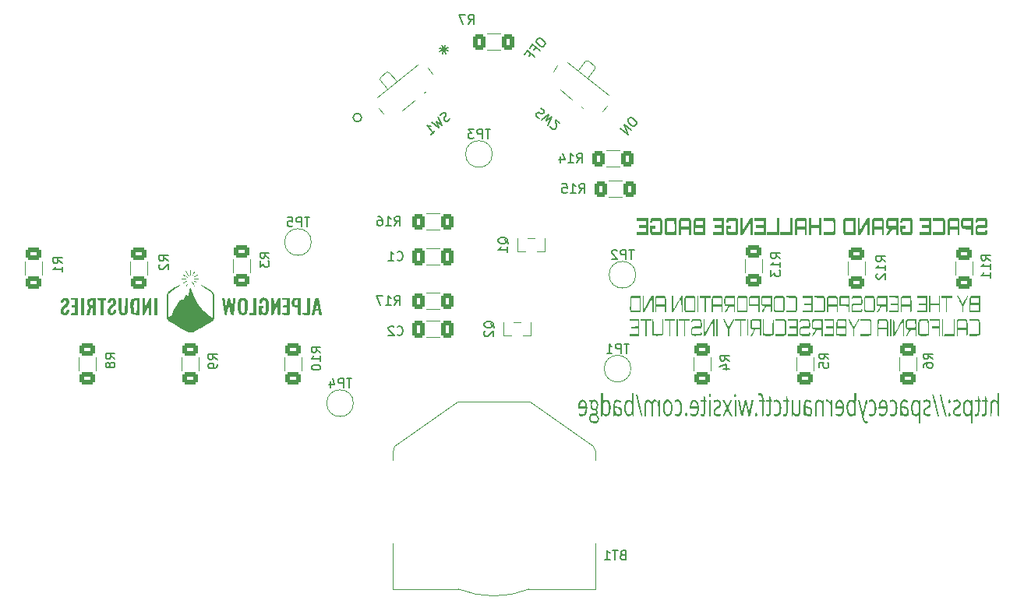
<source format=gbr>
%TF.GenerationSoftware,KiCad,Pcbnew,(6.0.1)*%
%TF.CreationDate,2022-06-06T15:20:40-07:00*%
%TF.ProjectId,Satellite_PCB,53617465-6c6c-4697-9465-5f5043422e6b,rev?*%
%TF.SameCoordinates,Original*%
%TF.FileFunction,Legend,Bot*%
%TF.FilePolarity,Positive*%
%FSLAX46Y46*%
G04 Gerber Fmt 4.6, Leading zero omitted, Abs format (unit mm)*
G04 Created by KiCad (PCBNEW (6.0.1)) date 2022-06-06 15:20:40*
%MOMM*%
%LPD*%
G01*
G04 APERTURE LIST*
G04 Aperture macros list*
%AMRoundRect*
0 Rectangle with rounded corners*
0 $1 Rounding radius*
0 $2 $3 $4 $5 $6 $7 $8 $9 X,Y pos of 4 corners*
0 Add a 4 corners polygon primitive as box body*
4,1,4,$2,$3,$4,$5,$6,$7,$8,$9,$2,$3,0*
0 Add four circle primitives for the rounded corners*
1,1,$1+$1,$2,$3*
1,1,$1+$1,$4,$5*
1,1,$1+$1,$6,$7*
1,1,$1+$1,$8,$9*
0 Add four rect primitives between the rounded corners*
20,1,$1+$1,$2,$3,$4,$5,0*
20,1,$1+$1,$4,$5,$6,$7,0*
20,1,$1+$1,$6,$7,$8,$9,0*
20,1,$1+$1,$8,$9,$2,$3,0*%
%AMRotRect*
0 Rectangle, with rotation*
0 The origin of the aperture is its center*
0 $1 length*
0 $2 width*
0 $3 Rotation angle, in degrees counterclockwise*
0 Add horizontal line*
21,1,$1,$2,0,0,$3*%
G04 Aperture macros list end*
%ADD10C,0.150000*%
%ADD11C,0.152400*%
%ADD12C,0.120000*%
%ADD13RoundRect,0.250000X0.625000X-0.400000X0.625000X0.400000X-0.625000X0.400000X-0.625000X-0.400000X0*%
%ADD14C,2.500000*%
%ADD15RoundRect,0.250000X0.400000X0.625000X-0.400000X0.625000X-0.400000X-0.625000X0.400000X-0.625000X0*%
%ADD16RoundRect,0.250000X-0.412500X-0.650000X0.412500X-0.650000X0.412500X0.650000X-0.412500X0.650000X0*%
%ADD17R,0.800000X1.200000*%
%ADD18RoundRect,0.250000X-0.400000X-0.625000X0.400000X-0.625000X0.400000X0.625000X-0.400000X0.625000X0*%
%ADD19RoundRect,0.250000X0.412500X0.650000X-0.412500X0.650000X-0.412500X-0.650000X0.412500X-0.650000X0*%
%ADD20C,0.750000*%
%ADD21RotRect,0.900000X2.000000X39.000000*%
%ADD22RotRect,1.500000X1.000000X39.000000*%
%ADD23R,2.540000X7.620000*%
%ADD24C,17.800000*%
%ADD25RotRect,0.900000X2.000000X321.000000*%
%ADD26RotRect,1.500000X1.000000X321.000000*%
G04 APERTURE END LIST*
D10*
X142379700Y-63195200D02*
X143370300Y-63500000D01*
X142632533Y-62889607D02*
X143117467Y-63805593D01*
X143027400Y-62852300D02*
X142722600Y-63842900D01*
X143332993Y-63105133D02*
X142417007Y-63590067D01*
X133934905Y-70764400D02*
G75*
G03*
X133934905Y-70764400I-457905J0D01*
G01*
D11*
X153078360Y-62172526D02*
X152953966Y-62320773D01*
X152928830Y-62425996D01*
X152940757Y-62562317D01*
X153057906Y-62723774D01*
X153317340Y-62941465D01*
X153496686Y-63028797D01*
X153633008Y-63016871D01*
X153732267Y-62973846D01*
X153856662Y-62825598D01*
X153881797Y-62720375D01*
X153869870Y-62584054D01*
X153752721Y-62422597D01*
X153493288Y-62204906D01*
X153313941Y-62117574D01*
X153177620Y-62129500D01*
X153078360Y-62172526D01*
X152671513Y-63410061D02*
X152889204Y-63150628D01*
X153296885Y-63492713D02*
X152518584Y-62839641D01*
X152207598Y-63210260D01*
X152111737Y-64077177D02*
X152329428Y-63817743D01*
X152737109Y-64159828D02*
X151958808Y-63506756D01*
X151647821Y-63877376D01*
X163020670Y-70813959D02*
X162896275Y-70962207D01*
X162871140Y-71067430D01*
X162883066Y-71203751D01*
X163000215Y-71365208D01*
X163259649Y-71582898D01*
X163438996Y-71670231D01*
X163575317Y-71658305D01*
X163674576Y-71615279D01*
X163798971Y-71467031D01*
X163824106Y-71361809D01*
X163812180Y-71225488D01*
X163695031Y-71064031D01*
X163435597Y-70846340D01*
X163256250Y-70759007D01*
X163119929Y-70770934D01*
X163020670Y-70813959D01*
X163239195Y-72134147D02*
X162460894Y-71481075D01*
X162866011Y-72578890D01*
X162087709Y-71925818D01*
D10*
%TO.C,R3*%
X123896380Y-86040933D02*
X123420190Y-85707600D01*
X123896380Y-85469504D02*
X122896380Y-85469504D01*
X122896380Y-85850457D01*
X122944000Y-85945695D01*
X122991619Y-85993314D01*
X123086857Y-86040933D01*
X123229714Y-86040933D01*
X123324952Y-85993314D01*
X123372571Y-85945695D01*
X123420190Y-85850457D01*
X123420190Y-85469504D01*
X122896380Y-86374266D02*
X122896380Y-86993314D01*
X123277333Y-86659980D01*
X123277333Y-86802838D01*
X123324952Y-86898076D01*
X123372571Y-86945695D01*
X123467809Y-86993314D01*
X123705904Y-86993314D01*
X123801142Y-86945695D01*
X123848761Y-86898076D01*
X123896380Y-86802838D01*
X123896380Y-86517123D01*
X123848761Y-86421885D01*
X123801142Y-86374266D01*
%TO.C,R2*%
X112923580Y-86345733D02*
X112447390Y-86012400D01*
X112923580Y-85774304D02*
X111923580Y-85774304D01*
X111923580Y-86155257D01*
X111971200Y-86250495D01*
X112018819Y-86298114D01*
X112114057Y-86345733D01*
X112256914Y-86345733D01*
X112352152Y-86298114D01*
X112399771Y-86250495D01*
X112447390Y-86155257D01*
X112447390Y-85774304D01*
X112018819Y-86726685D02*
X111971200Y-86774304D01*
X111923580Y-86869542D01*
X111923580Y-87107638D01*
X111971200Y-87202876D01*
X112018819Y-87250495D01*
X112114057Y-87298114D01*
X112209295Y-87298114D01*
X112352152Y-87250495D01*
X112923580Y-86679066D01*
X112923580Y-87298114D01*
%TO.C,R1*%
X101417380Y-86599733D02*
X100941190Y-86266400D01*
X101417380Y-86028304D02*
X100417380Y-86028304D01*
X100417380Y-86409257D01*
X100465000Y-86504495D01*
X100512619Y-86552114D01*
X100607857Y-86599733D01*
X100750714Y-86599733D01*
X100845952Y-86552114D01*
X100893571Y-86504495D01*
X100941190Y-86409257D01*
X100941190Y-86028304D01*
X101417380Y-87552114D02*
X101417380Y-86980685D01*
X101417380Y-87266400D02*
X100417380Y-87266400D01*
X100560238Y-87171161D01*
X100655476Y-87075923D01*
X100703095Y-86980685D01*
%TO.C,R6*%
X195981580Y-97039133D02*
X195505390Y-96705800D01*
X195981580Y-96467704D02*
X194981580Y-96467704D01*
X194981580Y-96848657D01*
X195029200Y-96943895D01*
X195076819Y-96991514D01*
X195172057Y-97039133D01*
X195314914Y-97039133D01*
X195410152Y-96991514D01*
X195457771Y-96943895D01*
X195505390Y-96848657D01*
X195505390Y-96467704D01*
X194981580Y-97896276D02*
X194981580Y-97705800D01*
X195029200Y-97610561D01*
X195076819Y-97562942D01*
X195219676Y-97467704D01*
X195410152Y-97420085D01*
X195791104Y-97420085D01*
X195886342Y-97467704D01*
X195933961Y-97515323D01*
X195981580Y-97610561D01*
X195981580Y-97801038D01*
X195933961Y-97896276D01*
X195886342Y-97943895D01*
X195791104Y-97991514D01*
X195553009Y-97991514D01*
X195457771Y-97943895D01*
X195410152Y-97896276D01*
X195362533Y-97801038D01*
X195362533Y-97610561D01*
X195410152Y-97515323D01*
X195457771Y-97467704D01*
X195553009Y-97420085D01*
%TO.C,TP1*%
X163009104Y-95373780D02*
X162437676Y-95373780D01*
X162723390Y-96373780D02*
X162723390Y-95373780D01*
X162104342Y-96373780D02*
X162104342Y-95373780D01*
X161723390Y-95373780D01*
X161628152Y-95421400D01*
X161580533Y-95469019D01*
X161532914Y-95564257D01*
X161532914Y-95707114D01*
X161580533Y-95802352D01*
X161628152Y-95849971D01*
X161723390Y-95897590D01*
X162104342Y-95897590D01*
X160580533Y-96373780D02*
X161151961Y-96373780D01*
X160866247Y-96373780D02*
X160866247Y-95373780D01*
X160961485Y-95516638D01*
X161056723Y-95611876D01*
X161151961Y-95659495D01*
%TO.C,R10*%
X129484380Y-96308942D02*
X129008190Y-95975609D01*
X129484380Y-95737514D02*
X128484380Y-95737514D01*
X128484380Y-96118466D01*
X128532000Y-96213704D01*
X128579619Y-96261323D01*
X128674857Y-96308942D01*
X128817714Y-96308942D01*
X128912952Y-96261323D01*
X128960571Y-96213704D01*
X129008190Y-96118466D01*
X129008190Y-95737514D01*
X129484380Y-97261323D02*
X129484380Y-96689895D01*
X129484380Y-96975609D02*
X128484380Y-96975609D01*
X128627238Y-96880371D01*
X128722476Y-96785133D01*
X128770095Y-96689895D01*
X128484380Y-97880371D02*
X128484380Y-97975609D01*
X128532000Y-98070847D01*
X128579619Y-98118466D01*
X128674857Y-98166085D01*
X128865333Y-98213704D01*
X129103428Y-98213704D01*
X129293904Y-98166085D01*
X129389142Y-98118466D01*
X129436761Y-98070847D01*
X129484380Y-97975609D01*
X129484380Y-97880371D01*
X129436761Y-97785133D01*
X129389142Y-97737514D01*
X129293904Y-97689895D01*
X129103428Y-97642276D01*
X128865333Y-97642276D01*
X128674857Y-97689895D01*
X128579619Y-97737514D01*
X128532000Y-97785133D01*
X128484380Y-97880371D01*
%TO.C,R17*%
X137523457Y-91155780D02*
X137856790Y-90679590D01*
X138094885Y-91155780D02*
X138094885Y-90155780D01*
X137713933Y-90155780D01*
X137618695Y-90203400D01*
X137571076Y-90251019D01*
X137523457Y-90346257D01*
X137523457Y-90489114D01*
X137571076Y-90584352D01*
X137618695Y-90631971D01*
X137713933Y-90679590D01*
X138094885Y-90679590D01*
X136571076Y-91155780D02*
X137142504Y-91155780D01*
X136856790Y-91155780D02*
X136856790Y-90155780D01*
X136952028Y-90298638D01*
X137047266Y-90393876D01*
X137142504Y-90441495D01*
X136237742Y-90155780D02*
X135571076Y-90155780D01*
X135999647Y-91155780D01*
%TO.C,C2*%
X137809266Y-94362542D02*
X137856885Y-94410161D01*
X137999742Y-94457780D01*
X138094980Y-94457780D01*
X138237838Y-94410161D01*
X138333076Y-94314923D01*
X138380695Y-94219685D01*
X138428314Y-94029209D01*
X138428314Y-93886352D01*
X138380695Y-93695876D01*
X138333076Y-93600638D01*
X138237838Y-93505400D01*
X138094980Y-93457780D01*
X137999742Y-93457780D01*
X137856885Y-93505400D01*
X137809266Y-93553019D01*
X137428314Y-93553019D02*
X137380695Y-93505400D01*
X137285457Y-93457780D01*
X137047361Y-93457780D01*
X136952123Y-93505400D01*
X136904504Y-93553019D01*
X136856885Y-93648257D01*
X136856885Y-93743495D01*
X136904504Y-93886352D01*
X137475933Y-94457780D01*
X136856885Y-94457780D01*
%TO.C,TP4*%
X132859304Y-99132980D02*
X132287876Y-99132980D01*
X132573590Y-100132980D02*
X132573590Y-99132980D01*
X131954542Y-100132980D02*
X131954542Y-99132980D01*
X131573590Y-99132980D01*
X131478352Y-99180600D01*
X131430733Y-99228219D01*
X131383114Y-99323457D01*
X131383114Y-99466314D01*
X131430733Y-99561552D01*
X131478352Y-99609171D01*
X131573590Y-99656790D01*
X131954542Y-99656790D01*
X130525971Y-99466314D02*
X130525971Y-100132980D01*
X130764066Y-99085361D02*
X131002161Y-99799647D01*
X130383114Y-99799647D01*
%TO.C,R14*%
X157335457Y-75661780D02*
X157668790Y-75185590D01*
X157906885Y-75661780D02*
X157906885Y-74661780D01*
X157525933Y-74661780D01*
X157430695Y-74709400D01*
X157383076Y-74757019D01*
X157335457Y-74852257D01*
X157335457Y-74995114D01*
X157383076Y-75090352D01*
X157430695Y-75137971D01*
X157525933Y-75185590D01*
X157906885Y-75185590D01*
X156383076Y-75661780D02*
X156954504Y-75661780D01*
X156668790Y-75661780D02*
X156668790Y-74661780D01*
X156764028Y-74804638D01*
X156859266Y-74899876D01*
X156954504Y-74947495D01*
X155525933Y-74995114D02*
X155525933Y-75661780D01*
X155764028Y-74614161D02*
X156002123Y-75328447D01*
X155383076Y-75328447D01*
%TO.C,R4*%
X173883580Y-97216933D02*
X173407390Y-96883600D01*
X173883580Y-96645504D02*
X172883580Y-96645504D01*
X172883580Y-97026457D01*
X172931200Y-97121695D01*
X172978819Y-97169314D01*
X173074057Y-97216933D01*
X173216914Y-97216933D01*
X173312152Y-97169314D01*
X173359771Y-97121695D01*
X173407390Y-97026457D01*
X173407390Y-96645504D01*
X173216914Y-98074076D02*
X173883580Y-98074076D01*
X172835961Y-97835980D02*
X173550247Y-97597885D01*
X173550247Y-98216933D01*
%TO.C,Q2*%
X148350219Y-93656161D02*
X148302600Y-93560923D01*
X148207361Y-93465685D01*
X148064504Y-93322828D01*
X148016885Y-93227590D01*
X148016885Y-93132352D01*
X148254980Y-93179971D02*
X148207361Y-93084733D01*
X148112123Y-92989495D01*
X147921647Y-92941876D01*
X147588314Y-92941876D01*
X147397838Y-92989495D01*
X147302600Y-93084733D01*
X147254980Y-93179971D01*
X147254980Y-93370447D01*
X147302600Y-93465685D01*
X147397838Y-93560923D01*
X147588314Y-93608542D01*
X147921647Y-93608542D01*
X148112123Y-93560923D01*
X148207361Y-93465685D01*
X148254980Y-93370447D01*
X148254980Y-93179971D01*
X147350219Y-93989495D02*
X147302600Y-94037114D01*
X147254980Y-94132352D01*
X147254980Y-94370447D01*
X147302600Y-94465685D01*
X147350219Y-94513304D01*
X147445457Y-94560923D01*
X147540695Y-94560923D01*
X147683552Y-94513304D01*
X148254980Y-93941876D01*
X148254980Y-94560923D01*
%TO.C,R15*%
X157589457Y-78963780D02*
X157922790Y-78487590D01*
X158160885Y-78963780D02*
X158160885Y-77963780D01*
X157779933Y-77963780D01*
X157684695Y-78011400D01*
X157637076Y-78059019D01*
X157589457Y-78154257D01*
X157589457Y-78297114D01*
X157637076Y-78392352D01*
X157684695Y-78439971D01*
X157779933Y-78487590D01*
X158160885Y-78487590D01*
X156637076Y-78963780D02*
X157208504Y-78963780D01*
X156922790Y-78963780D02*
X156922790Y-77963780D01*
X157018028Y-78106638D01*
X157113266Y-78201876D01*
X157208504Y-78249495D01*
X155732314Y-77963780D02*
X156208504Y-77963780D01*
X156256123Y-78439971D01*
X156208504Y-78392352D01*
X156113266Y-78344733D01*
X155875171Y-78344733D01*
X155779933Y-78392352D01*
X155732314Y-78439971D01*
X155684695Y-78535209D01*
X155684695Y-78773304D01*
X155732314Y-78868542D01*
X155779933Y-78916161D01*
X155875171Y-78963780D01*
X156113266Y-78963780D01*
X156208504Y-78916161D01*
X156256123Y-78868542D01*
%TO.C,TP2*%
X163542504Y-85162980D02*
X162971076Y-85162980D01*
X163256790Y-86162980D02*
X163256790Y-85162980D01*
X162637742Y-86162980D02*
X162637742Y-85162980D01*
X162256790Y-85162980D01*
X162161552Y-85210600D01*
X162113933Y-85258219D01*
X162066314Y-85353457D01*
X162066314Y-85496314D01*
X162113933Y-85591552D01*
X162161552Y-85639171D01*
X162256790Y-85686790D01*
X162637742Y-85686790D01*
X161685361Y-85258219D02*
X161637742Y-85210600D01*
X161542504Y-85162980D01*
X161304409Y-85162980D01*
X161209171Y-85210600D01*
X161161552Y-85258219D01*
X161113933Y-85353457D01*
X161113933Y-85448695D01*
X161161552Y-85591552D01*
X161732980Y-86162980D01*
X161113933Y-86162980D01*
%TO.C,R16*%
X137523457Y-82519780D02*
X137856790Y-82043590D01*
X138094885Y-82519780D02*
X138094885Y-81519780D01*
X137713933Y-81519780D01*
X137618695Y-81567400D01*
X137571076Y-81615019D01*
X137523457Y-81710257D01*
X137523457Y-81853114D01*
X137571076Y-81948352D01*
X137618695Y-81995971D01*
X137713933Y-82043590D01*
X138094885Y-82043590D01*
X136571076Y-82519780D02*
X137142504Y-82519780D01*
X136856790Y-82519780D02*
X136856790Y-81519780D01*
X136952028Y-81662638D01*
X137047266Y-81757876D01*
X137142504Y-81805495D01*
X135713933Y-81519780D02*
X135904409Y-81519780D01*
X135999647Y-81567400D01*
X136047266Y-81615019D01*
X136142504Y-81757876D01*
X136190123Y-81948352D01*
X136190123Y-82329304D01*
X136142504Y-82424542D01*
X136094885Y-82472161D01*
X135999647Y-82519780D01*
X135809171Y-82519780D01*
X135713933Y-82472161D01*
X135666314Y-82424542D01*
X135618695Y-82329304D01*
X135618695Y-82091209D01*
X135666314Y-81995971D01*
X135713933Y-81948352D01*
X135809171Y-81900733D01*
X135999647Y-81900733D01*
X136094885Y-81948352D01*
X136142504Y-81995971D01*
X136190123Y-82091209D01*
%TO.C,R7*%
X145556266Y-60574180D02*
X145889600Y-60097990D01*
X146127695Y-60574180D02*
X146127695Y-59574180D01*
X145746742Y-59574180D01*
X145651504Y-59621800D01*
X145603885Y-59669419D01*
X145556266Y-59764657D01*
X145556266Y-59907514D01*
X145603885Y-60002752D01*
X145651504Y-60050371D01*
X145746742Y-60097990D01*
X146127695Y-60097990D01*
X145222933Y-59574180D02*
X144556266Y-59574180D01*
X144984838Y-60574180D01*
%TO.C,R13*%
X179420780Y-86098142D02*
X178944590Y-85764809D01*
X179420780Y-85526714D02*
X178420780Y-85526714D01*
X178420780Y-85907666D01*
X178468400Y-86002904D01*
X178516019Y-86050523D01*
X178611257Y-86098142D01*
X178754114Y-86098142D01*
X178849352Y-86050523D01*
X178896971Y-86002904D01*
X178944590Y-85907666D01*
X178944590Y-85526714D01*
X179420780Y-87050523D02*
X179420780Y-86479095D01*
X179420780Y-86764809D02*
X178420780Y-86764809D01*
X178563638Y-86669571D01*
X178658876Y-86574333D01*
X178706495Y-86479095D01*
X178420780Y-87383857D02*
X178420780Y-88002904D01*
X178801733Y-87669571D01*
X178801733Y-87812428D01*
X178849352Y-87907666D01*
X178896971Y-87955285D01*
X178992209Y-88002904D01*
X179230304Y-88002904D01*
X179325542Y-87955285D01*
X179373161Y-87907666D01*
X179420780Y-87812428D01*
X179420780Y-87526714D01*
X179373161Y-87431476D01*
X179325542Y-87383857D01*
%TO.C,C1*%
X137809266Y-86234542D02*
X137856885Y-86282161D01*
X137999742Y-86329780D01*
X138094980Y-86329780D01*
X138237838Y-86282161D01*
X138333076Y-86186923D01*
X138380695Y-86091685D01*
X138428314Y-85901209D01*
X138428314Y-85758352D01*
X138380695Y-85567876D01*
X138333076Y-85472638D01*
X138237838Y-85377400D01*
X138094980Y-85329780D01*
X137999742Y-85329780D01*
X137856885Y-85377400D01*
X137809266Y-85425019D01*
X136856885Y-86329780D02*
X137428314Y-86329780D01*
X137142600Y-86329780D02*
X137142600Y-85329780D01*
X137237838Y-85472638D01*
X137333076Y-85567876D01*
X137428314Y-85615495D01*
%TO.C,SW1*%
X143505519Y-70874865D02*
X143424466Y-71001775D01*
X143239431Y-71151613D01*
X143135450Y-71174541D01*
X143068475Y-71167502D01*
X142971533Y-71123456D01*
X142911597Y-71049442D01*
X142888669Y-70945460D01*
X142895708Y-70878485D01*
X142939755Y-70781543D01*
X143057815Y-70624666D01*
X143101861Y-70527724D01*
X143108900Y-70460749D01*
X143085972Y-70356767D01*
X143026037Y-70282754D01*
X142929095Y-70238707D01*
X142862120Y-70231668D01*
X142758138Y-70254596D01*
X142573104Y-70404434D01*
X142492051Y-70531344D01*
X142203034Y-70704111D02*
X142647320Y-71631095D01*
X142049777Y-71195861D01*
X142351264Y-71870836D01*
X141536909Y-71243528D01*
X141463097Y-72590059D02*
X141907181Y-72230448D01*
X141685139Y-72410254D02*
X141055819Y-71633108D01*
X141219736Y-71684193D01*
X141353685Y-71698272D01*
X141457666Y-71675343D01*
%TO.C,R8*%
X107132380Y-97013733D02*
X106656190Y-96680400D01*
X107132380Y-96442304D02*
X106132380Y-96442304D01*
X106132380Y-96823257D01*
X106180000Y-96918495D01*
X106227619Y-96966114D01*
X106322857Y-97013733D01*
X106465714Y-97013733D01*
X106560952Y-96966114D01*
X106608571Y-96918495D01*
X106656190Y-96823257D01*
X106656190Y-96442304D01*
X106560952Y-97585161D02*
X106513333Y-97489923D01*
X106465714Y-97442304D01*
X106370476Y-97394685D01*
X106322857Y-97394685D01*
X106227619Y-97442304D01*
X106180000Y-97489923D01*
X106132380Y-97585161D01*
X106132380Y-97775638D01*
X106180000Y-97870876D01*
X106227619Y-97918495D01*
X106322857Y-97966114D01*
X106370476Y-97966114D01*
X106465714Y-97918495D01*
X106513333Y-97870876D01*
X106560952Y-97775638D01*
X106560952Y-97585161D01*
X106608571Y-97489923D01*
X106656190Y-97442304D01*
X106751428Y-97394685D01*
X106941904Y-97394685D01*
X107037142Y-97442304D01*
X107084761Y-97489923D01*
X107132380Y-97585161D01*
X107132380Y-97775638D01*
X107084761Y-97870876D01*
X107037142Y-97918495D01*
X106941904Y-97966114D01*
X106751428Y-97966114D01*
X106656190Y-97918495D01*
X106608571Y-97870876D01*
X106560952Y-97775638D01*
%TO.C,R9*%
X118257580Y-97089933D02*
X117781390Y-96756600D01*
X118257580Y-96518504D02*
X117257580Y-96518504D01*
X117257580Y-96899457D01*
X117305200Y-96994695D01*
X117352819Y-97042314D01*
X117448057Y-97089933D01*
X117590914Y-97089933D01*
X117686152Y-97042314D01*
X117733771Y-96994695D01*
X117781390Y-96899457D01*
X117781390Y-96518504D01*
X118257580Y-97566123D02*
X118257580Y-97756600D01*
X118209961Y-97851838D01*
X118162342Y-97899457D01*
X118019485Y-97994695D01*
X117829009Y-98042314D01*
X117448057Y-98042314D01*
X117352819Y-97994695D01*
X117305200Y-97947076D01*
X117257580Y-97851838D01*
X117257580Y-97661361D01*
X117305200Y-97566123D01*
X117352819Y-97518504D01*
X117448057Y-97470885D01*
X117686152Y-97470885D01*
X117781390Y-97518504D01*
X117829009Y-97566123D01*
X117876628Y-97661361D01*
X117876628Y-97851838D01*
X117829009Y-97947076D01*
X117781390Y-97994695D01*
X117686152Y-98042314D01*
%TO.C,Q1*%
X149874219Y-84512161D02*
X149826600Y-84416923D01*
X149731361Y-84321685D01*
X149588504Y-84178828D01*
X149540885Y-84083590D01*
X149540885Y-83988352D01*
X149778980Y-84035971D02*
X149731361Y-83940733D01*
X149636123Y-83845495D01*
X149445647Y-83797876D01*
X149112314Y-83797876D01*
X148921838Y-83845495D01*
X148826600Y-83940733D01*
X148778980Y-84035971D01*
X148778980Y-84226447D01*
X148826600Y-84321685D01*
X148921838Y-84416923D01*
X149112314Y-84464542D01*
X149445647Y-84464542D01*
X149636123Y-84416923D01*
X149731361Y-84321685D01*
X149778980Y-84226447D01*
X149778980Y-84035971D01*
X149778980Y-85416923D02*
X149778980Y-84845495D01*
X149778980Y-85131209D02*
X148778980Y-85131209D01*
X148921838Y-85035971D01*
X149017076Y-84940733D01*
X149064695Y-84845495D01*
%TO.C,R5*%
X184678580Y-97039133D02*
X184202390Y-96705800D01*
X184678580Y-96467704D02*
X183678580Y-96467704D01*
X183678580Y-96848657D01*
X183726200Y-96943895D01*
X183773819Y-96991514D01*
X183869057Y-97039133D01*
X184011914Y-97039133D01*
X184107152Y-96991514D01*
X184154771Y-96943895D01*
X184202390Y-96848657D01*
X184202390Y-96467704D01*
X183678580Y-97943895D02*
X183678580Y-97467704D01*
X184154771Y-97420085D01*
X184107152Y-97467704D01*
X184059533Y-97562942D01*
X184059533Y-97801038D01*
X184107152Y-97896276D01*
X184154771Y-97943895D01*
X184250009Y-97991514D01*
X184488104Y-97991514D01*
X184583342Y-97943895D01*
X184630961Y-97896276D01*
X184678580Y-97801038D01*
X184678580Y-97562942D01*
X184630961Y-97467704D01*
X184583342Y-97420085D01*
%TO.C,BT1*%
X162304314Y-118317971D02*
X162161457Y-118365590D01*
X162113838Y-118413209D01*
X162066219Y-118508447D01*
X162066219Y-118651304D01*
X162113838Y-118746542D01*
X162161457Y-118794161D01*
X162256695Y-118841780D01*
X162637647Y-118841780D01*
X162637647Y-117841780D01*
X162304314Y-117841780D01*
X162209076Y-117889400D01*
X162161457Y-117937019D01*
X162113838Y-118032257D01*
X162113838Y-118127495D01*
X162161457Y-118222733D01*
X162209076Y-118270352D01*
X162304314Y-118317971D01*
X162637647Y-118317971D01*
X161780504Y-117841780D02*
X161209076Y-117841780D01*
X161494790Y-118841780D02*
X161494790Y-117841780D01*
X160351933Y-118841780D02*
X160923361Y-118841780D01*
X160637647Y-118841780D02*
X160637647Y-117841780D01*
X160732885Y-117984638D01*
X160828123Y-118079876D01*
X160923361Y-118127495D01*
%TO.C,SW2*%
X153371130Y-69737747D02*
X153512118Y-69790643D01*
X153697153Y-69940481D01*
X153741199Y-70037423D01*
X153748239Y-70104398D01*
X153725310Y-70208379D01*
X153665375Y-70282393D01*
X153568433Y-70326439D01*
X153501458Y-70333479D01*
X153397477Y-70310550D01*
X153219481Y-70227687D01*
X153115500Y-70204758D01*
X153048525Y-70211798D01*
X152951583Y-70255844D01*
X152891648Y-70329858D01*
X152868719Y-70433839D01*
X152875759Y-70500814D01*
X152919805Y-70597756D01*
X153104840Y-70747594D01*
X153245828Y-70800490D01*
X153474909Y-71047271D02*
X154289264Y-70419963D01*
X153987777Y-71094938D01*
X154585320Y-70659704D01*
X154141034Y-71586688D01*
X154460018Y-71722448D02*
X154467057Y-71789422D01*
X154511104Y-71886365D01*
X154696138Y-72036203D01*
X154800120Y-72059131D01*
X154867095Y-72052092D01*
X154964037Y-72008045D01*
X155023972Y-71934032D01*
X155076868Y-71793043D01*
X154992396Y-70989348D01*
X155473487Y-71378927D01*
%TO.C,R12*%
X190850780Y-86428342D02*
X190374590Y-86095009D01*
X190850780Y-85856914D02*
X189850780Y-85856914D01*
X189850780Y-86237866D01*
X189898400Y-86333104D01*
X189946019Y-86380723D01*
X190041257Y-86428342D01*
X190184114Y-86428342D01*
X190279352Y-86380723D01*
X190326971Y-86333104D01*
X190374590Y-86237866D01*
X190374590Y-85856914D01*
X190850780Y-87380723D02*
X190850780Y-86809295D01*
X190850780Y-87095009D02*
X189850780Y-87095009D01*
X189993638Y-86999771D01*
X190088876Y-86904533D01*
X190136495Y-86809295D01*
X189946019Y-87761676D02*
X189898400Y-87809295D01*
X189850780Y-87904533D01*
X189850780Y-88142628D01*
X189898400Y-88237866D01*
X189946019Y-88285485D01*
X190041257Y-88333104D01*
X190136495Y-88333104D01*
X190279352Y-88285485D01*
X190850780Y-87714057D01*
X190850780Y-88333104D01*
%TO.C,TP3*%
X147946904Y-72031180D02*
X147375476Y-72031180D01*
X147661190Y-73031180D02*
X147661190Y-72031180D01*
X147042142Y-73031180D02*
X147042142Y-72031180D01*
X146661190Y-72031180D01*
X146565952Y-72078800D01*
X146518333Y-72126419D01*
X146470714Y-72221657D01*
X146470714Y-72364514D01*
X146518333Y-72459752D01*
X146565952Y-72507371D01*
X146661190Y-72554990D01*
X147042142Y-72554990D01*
X146137380Y-72031180D02*
X145518333Y-72031180D01*
X145851666Y-72412133D01*
X145708809Y-72412133D01*
X145613571Y-72459752D01*
X145565952Y-72507371D01*
X145518333Y-72602609D01*
X145518333Y-72840704D01*
X145565952Y-72935942D01*
X145613571Y-72983561D01*
X145708809Y-73031180D01*
X145994523Y-73031180D01*
X146089761Y-72983561D01*
X146137380Y-72935942D01*
%TO.C,TP5*%
X128287304Y-81606980D02*
X127715876Y-81606980D01*
X128001590Y-82606980D02*
X128001590Y-81606980D01*
X127382542Y-82606980D02*
X127382542Y-81606980D01*
X127001590Y-81606980D01*
X126906352Y-81654600D01*
X126858733Y-81702219D01*
X126811114Y-81797457D01*
X126811114Y-81940314D01*
X126858733Y-82035552D01*
X126906352Y-82083171D01*
X127001590Y-82130790D01*
X127382542Y-82130790D01*
X125906352Y-81606980D02*
X126382542Y-81606980D01*
X126430161Y-82083171D01*
X126382542Y-82035552D01*
X126287304Y-81987933D01*
X126049209Y-81987933D01*
X125953971Y-82035552D01*
X125906352Y-82083171D01*
X125858733Y-82178409D01*
X125858733Y-82416504D01*
X125906352Y-82511742D01*
X125953971Y-82559361D01*
X126049209Y-82606980D01*
X126287304Y-82606980D01*
X126382542Y-82559361D01*
X126430161Y-82511742D01*
%TO.C,R11*%
X202255380Y-86301342D02*
X201779190Y-85968009D01*
X202255380Y-85729914D02*
X201255380Y-85729914D01*
X201255380Y-86110866D01*
X201303000Y-86206104D01*
X201350619Y-86253723D01*
X201445857Y-86301342D01*
X201588714Y-86301342D01*
X201683952Y-86253723D01*
X201731571Y-86206104D01*
X201779190Y-86110866D01*
X201779190Y-85729914D01*
X202255380Y-87253723D02*
X202255380Y-86682295D01*
X202255380Y-86968009D02*
X201255380Y-86968009D01*
X201398238Y-86872771D01*
X201493476Y-86777533D01*
X201541095Y-86682295D01*
X202255380Y-88206104D02*
X202255380Y-87634676D01*
X202255380Y-87920390D02*
X201255380Y-87920390D01*
X201398238Y-87825152D01*
X201493476Y-87729914D01*
X201541095Y-87634676D01*
D12*
%TO.C,R3*%
X119968600Y-87620464D02*
X119968600Y-86166336D01*
X121788600Y-87620464D02*
X121788600Y-86166336D01*
%TO.C,R2*%
X108792600Y-87874464D02*
X108792600Y-86420336D01*
X110612600Y-87874464D02*
X110612600Y-86420336D01*
%TO.C,R1*%
X99182600Y-87874464D02*
X99182600Y-86420336D01*
X97362600Y-87874464D02*
X97362600Y-86420336D01*
%TO.C,R6*%
X192358600Y-98288464D02*
X192358600Y-96834336D01*
X194178600Y-98288464D02*
X194178600Y-96834336D01*
%TO.C,TP1*%
X163197200Y-98069400D02*
G75*
G03*
X163197200Y-98069400I-1450000J0D01*
G01*
%TO.C,R10*%
X125556600Y-98288464D02*
X125556600Y-96834336D01*
X127376600Y-98288464D02*
X127376600Y-96834336D01*
%TO.C,R17*%
X142433664Y-89793400D02*
X140979536Y-89793400D01*
X142433664Y-91613400D02*
X140979536Y-91613400D01*
%TO.C,C2*%
X140995348Y-92841400D02*
X142417852Y-92841400D01*
X140995348Y-94661400D02*
X142417852Y-94661400D01*
%TO.C,TP4*%
X133047400Y-101828600D02*
G75*
G03*
X133047400Y-101828600I-1450000J0D01*
G01*
%TO.C,R14*%
X161991664Y-76119400D02*
X160537536Y-76119400D01*
X161991664Y-74299400D02*
X160537536Y-74299400D01*
%TO.C,R4*%
X170006600Y-98288464D02*
X170006600Y-96834336D01*
X171826600Y-98288464D02*
X171826600Y-96834336D01*
%TO.C,Q2*%
X152350600Y-94451400D02*
X151500600Y-94451400D01*
X152350600Y-94451400D02*
X152350600Y-93051400D01*
X149350600Y-94451400D02*
X149350600Y-93051400D01*
X149350600Y-94451400D02*
X150200600Y-94451400D01*
X150450600Y-93051400D02*
X151250600Y-93051400D01*
%TO.C,R15*%
X160791536Y-79421400D02*
X162245664Y-79421400D01*
X160791536Y-77601400D02*
X162245664Y-77601400D01*
%TO.C,TP2*%
X163730600Y-87858600D02*
G75*
G03*
X163730600Y-87858600I-1450000J0D01*
G01*
%TO.C,R16*%
X142433664Y-82977400D02*
X140979536Y-82977400D01*
X142433664Y-81157400D02*
X140979536Y-81157400D01*
%TO.C,G\u002A\u002A\u002A*%
G36*
X195808535Y-83559597D02*
G01*
X194589725Y-83559597D01*
X194589725Y-83218807D01*
X195572899Y-83210205D01*
X195572899Y-82787684D01*
X195178817Y-82783332D01*
X194784735Y-82778981D01*
X194784735Y-82438870D01*
X195572899Y-82430166D01*
X195577445Y-82223208D01*
X195581991Y-82016249D01*
X195089921Y-82011947D01*
X194597851Y-82007646D01*
X194597851Y-81666379D01*
X195203193Y-81662118D01*
X195808535Y-81657859D01*
X195808535Y-83559597D01*
G37*
G36*
X180760295Y-83559597D02*
G01*
X179443980Y-83559597D01*
X179443980Y-83218330D01*
X180516533Y-83218330D01*
X180516533Y-81658254D01*
X180760295Y-81658254D01*
X180760295Y-83559597D01*
G37*
G36*
X179297723Y-83559597D02*
G01*
X177981408Y-83559597D01*
X177981408Y-83218768D01*
X178521747Y-83214487D01*
X179062086Y-83210205D01*
X179066306Y-82434229D01*
X179070527Y-81658254D01*
X179297723Y-81658254D01*
X179297723Y-83559597D01*
G37*
G36*
X182791645Y-82438292D02*
G01*
X183669188Y-82438292D01*
X183669188Y-81658254D01*
X183912950Y-81658254D01*
X183912950Y-83559597D01*
X183669188Y-83559597D01*
X183669188Y-82779028D01*
X182799770Y-82787684D01*
X182795413Y-83173641D01*
X182791056Y-83559597D01*
X182564133Y-83559597D01*
X182564133Y-81658254D01*
X182791645Y-81658254D01*
X182791645Y-82438292D01*
G37*
G36*
X177237934Y-81662118D02*
G01*
X177843276Y-81666379D01*
X177847470Y-82612988D01*
X177851663Y-83559597D01*
X176632591Y-83559597D01*
X176632591Y-83218814D01*
X177116053Y-83214509D01*
X177599514Y-83210205D01*
X177604048Y-82994882D01*
X177608583Y-82779559D01*
X176811350Y-82779559D01*
X176811350Y-82438292D01*
X177607639Y-82438292D01*
X177607639Y-82015771D01*
X176632591Y-82015771D01*
X176632591Y-81657859D01*
X177237934Y-81662118D01*
G37*
G36*
X166033398Y-81666412D02*
G01*
X166153047Y-81666740D01*
X166246180Y-81667616D01*
X166316676Y-81669280D01*
X166368413Y-81671971D01*
X166405268Y-81675927D01*
X166431119Y-81681387D01*
X166449843Y-81688591D01*
X166465318Y-81697777D01*
X166526729Y-81757445D01*
X166574487Y-81841554D01*
X166604599Y-81943325D01*
X166606884Y-81959674D01*
X166611179Y-82015742D01*
X166614758Y-82097122D01*
X166617617Y-82198995D01*
X166619753Y-82316546D01*
X166621161Y-82444958D01*
X166621837Y-82579412D01*
X166621777Y-82715093D01*
X166620977Y-82847183D01*
X166619433Y-82970865D01*
X166617140Y-83081323D01*
X166614095Y-83173739D01*
X166610294Y-83243296D01*
X166605733Y-83285178D01*
X166596166Y-83324657D01*
X166559118Y-83411350D01*
X166506143Y-83483038D01*
X166442926Y-83531133D01*
X166429735Y-83537093D01*
X166406177Y-83544487D01*
X166374744Y-83550086D01*
X166331333Y-83554130D01*
X166271839Y-83556859D01*
X166192157Y-83558512D01*
X166088184Y-83559328D01*
X165955816Y-83559547D01*
X165911875Y-83559531D01*
X165778584Y-83559013D01*
X165672717Y-83557148D01*
X165590329Y-83553119D01*
X165527479Y-83546109D01*
X165480223Y-83535299D01*
X165444617Y-83519873D01*
X165416717Y-83499012D01*
X165392582Y-83471899D01*
X165368267Y-83437716D01*
X165366383Y-83434902D01*
X165342800Y-83392650D01*
X165324306Y-83342563D01*
X165310368Y-83280540D01*
X165300454Y-83202478D01*
X165294032Y-83104276D01*
X165290569Y-82981832D01*
X165289533Y-82831043D01*
X165289533Y-82487044D01*
X165842060Y-82487044D01*
X165842060Y-82828311D01*
X165533295Y-82828311D01*
X165533295Y-83014886D01*
X165533397Y-83070607D01*
X165534444Y-83132756D01*
X165537527Y-83172004D01*
X165543733Y-83194158D01*
X165554149Y-83205026D01*
X165569860Y-83210414D01*
X165581230Y-83211837D01*
X165623781Y-83213843D01*
X165690844Y-83215194D01*
X165777339Y-83215837D01*
X165878190Y-83215719D01*
X165988318Y-83214787D01*
X166370211Y-83210205D01*
X166374475Y-82612713D01*
X166378738Y-82015222D01*
X165960079Y-82019559D01*
X165541421Y-82023896D01*
X165536439Y-82101781D01*
X165531458Y-82179666D01*
X165414558Y-82174910D01*
X165297659Y-82170154D01*
X165300650Y-82043948D01*
X165307399Y-81961615D01*
X165333630Y-81854383D01*
X165377681Y-81767555D01*
X165437768Y-81705535D01*
X165492668Y-81666379D01*
X165955816Y-81666379D01*
X166033398Y-81666412D01*
G37*
G36*
X174368497Y-81659798D02*
G01*
X174467715Y-81661921D01*
X174552075Y-81665157D01*
X174615701Y-81669511D01*
X174652720Y-81674990D01*
X174683382Y-81686878D01*
X174746365Y-81733439D01*
X174799185Y-81802838D01*
X174836181Y-81888485D01*
X174836568Y-81889834D01*
X174843813Y-81933241D01*
X174849945Y-82004271D01*
X174854966Y-82098303D01*
X174858872Y-82210712D01*
X174861664Y-82336875D01*
X174863340Y-82472168D01*
X174863900Y-82611968D01*
X174863343Y-82751650D01*
X174861667Y-82886592D01*
X174858871Y-83012169D01*
X174854956Y-83123759D01*
X174849919Y-83216737D01*
X174843760Y-83286481D01*
X174836477Y-83328366D01*
X174835514Y-83331563D01*
X174796411Y-83420490D01*
X174741159Y-83491386D01*
X174675176Y-83537233D01*
X174661903Y-83541841D01*
X174631074Y-83547656D01*
X174584949Y-83551881D01*
X174520090Y-83554642D01*
X174433057Y-83556064D01*
X174320414Y-83556272D01*
X174178721Y-83555393D01*
X174047393Y-83554177D01*
X173943578Y-83552869D01*
X173864246Y-83551134D01*
X173805374Y-83548626D01*
X173762940Y-83545003D01*
X173732921Y-83539919D01*
X173711294Y-83533030D01*
X173694037Y-83523993D01*
X173677128Y-83512462D01*
X173658991Y-83497103D01*
X173617828Y-83448215D01*
X173583845Y-83390581D01*
X173578725Y-83379459D01*
X173567988Y-83353740D01*
X173559829Y-83327206D01*
X173553892Y-83295328D01*
X173549822Y-83253582D01*
X173547263Y-83197440D01*
X173545860Y-83122377D01*
X173545257Y-83023864D01*
X173545098Y-82897377D01*
X173544940Y-82487044D01*
X174081216Y-82487044D01*
X174081216Y-82828311D01*
X173772451Y-82828311D01*
X173772451Y-83005080D01*
X173773301Y-83078028D01*
X173776950Y-83141781D01*
X173783943Y-83181100D01*
X173794783Y-83200383D01*
X173799146Y-83202779D01*
X173827886Y-83208560D01*
X173881856Y-83212568D01*
X173962867Y-83214863D01*
X174072725Y-83215507D01*
X174213241Y-83214561D01*
X174609367Y-83210205D01*
X174613630Y-82612713D01*
X174617893Y-82015222D01*
X174199235Y-82019559D01*
X173780576Y-82023896D01*
X173775623Y-82101088D01*
X173770670Y-82178279D01*
X173541063Y-82178279D01*
X173548066Y-82027959D01*
X173553354Y-81962046D01*
X173576125Y-81852625D01*
X173615961Y-81769424D01*
X173673691Y-81710999D01*
X173750143Y-81675909D01*
X173751368Y-81675584D01*
X173790116Y-81670087D01*
X173855126Y-81665661D01*
X173940523Y-81662311D01*
X174040433Y-81660044D01*
X174148981Y-81658865D01*
X174260294Y-81658781D01*
X174368497Y-81659798D01*
G37*
G36*
X192005848Y-83559597D02*
G01*
X192005848Y-82909565D01*
X191570922Y-82909565D01*
X191190268Y-83559597D01*
X190933295Y-83559597D01*
X190933654Y-83506782D01*
X190936749Y-83486840D01*
X190952784Y-83443059D01*
X190983592Y-83379941D01*
X191030408Y-83295020D01*
X191094469Y-83185829D01*
X191254926Y-82917690D01*
X191180766Y-82904669D01*
X191105166Y-82882384D01*
X191032891Y-82833524D01*
X190977617Y-82757877D01*
X190969496Y-82741975D01*
X190959631Y-82717970D01*
X190952212Y-82689713D01*
X190946795Y-82652496D01*
X190942935Y-82601611D01*
X190940188Y-82532350D01*
X190938109Y-82440004D01*
X190937204Y-82381419D01*
X191163543Y-82381419D01*
X191165494Y-82465774D01*
X191170496Y-82520156D01*
X191178614Y-82545797D01*
X191184083Y-82550166D01*
X191202996Y-82556510D01*
X191236744Y-82561268D01*
X191288860Y-82564633D01*
X191362875Y-82566798D01*
X191462323Y-82567955D01*
X191590734Y-82568298D01*
X191668598Y-82568085D01*
X191771371Y-82567098D01*
X191859985Y-82565420D01*
X191929853Y-82563173D01*
X191976392Y-82560480D01*
X191995014Y-82557464D01*
X191997522Y-82547724D01*
X192000831Y-82509819D01*
X192003470Y-82448934D01*
X192005216Y-82370744D01*
X192005848Y-82280926D01*
X192005848Y-82015222D01*
X191168932Y-82023896D01*
X191164436Y-82273597D01*
X191163543Y-82381419D01*
X190937204Y-82381419D01*
X190936254Y-82319866D01*
X190935689Y-82275882D01*
X190934998Y-82143840D01*
X190936882Y-82038715D01*
X190942158Y-81956207D01*
X190951644Y-81892015D01*
X190966159Y-81841838D01*
X190986523Y-81801377D01*
X191013552Y-81766331D01*
X191048066Y-81732398D01*
X191112148Y-81674504D01*
X192249610Y-81674504D01*
X192249610Y-83559597D01*
X192005848Y-83559597D01*
G37*
G36*
X176283199Y-81662092D02*
G01*
X176413206Y-81666379D01*
X176417399Y-82612988D01*
X176421593Y-83559597D01*
X176177918Y-83559597D01*
X176173681Y-82865620D01*
X176169444Y-82171642D01*
X175763174Y-82865133D01*
X175356904Y-83558623D01*
X175088766Y-83559597D01*
X175088766Y-81658254D01*
X175332179Y-81658254D01*
X175340653Y-83044664D01*
X175746923Y-82351234D01*
X176153193Y-81657806D01*
X176283199Y-81662092D01*
G37*
G36*
X189145707Y-83559597D02*
G01*
X188902294Y-83559597D01*
X188893820Y-82183027D01*
X188085166Y-83559597D01*
X187829393Y-83559597D01*
X187829393Y-81658254D01*
X188056904Y-81658254D01*
X188056904Y-82352163D01*
X188057133Y-82510134D01*
X188058048Y-82674677D01*
X188059669Y-82807478D01*
X188062007Y-82908952D01*
X188065071Y-82979513D01*
X188068873Y-83019576D01*
X188073421Y-83029554D01*
X188073523Y-83029448D01*
X188085284Y-83011743D01*
X188111738Y-82968864D01*
X188151213Y-82903609D01*
X188202038Y-82818780D01*
X188262540Y-82717176D01*
X188331048Y-82601596D01*
X188405889Y-82474840D01*
X188485392Y-82339708D01*
X188880845Y-81666379D01*
X189013276Y-81661659D01*
X189145707Y-81656940D01*
X189145707Y-83559597D01*
G37*
G36*
X193181261Y-81661342D02*
G01*
X193234054Y-81661967D01*
X193357421Y-81663677D01*
X193453903Y-81666069D01*
X193527606Y-81669995D01*
X193582636Y-81676309D01*
X193623101Y-81685862D01*
X193653106Y-81699508D01*
X193676759Y-81718101D01*
X193698166Y-81742492D01*
X193721433Y-81773535D01*
X193725653Y-81779447D01*
X193756183Y-81832447D01*
X193777267Y-81885093D01*
X193781234Y-81915594D01*
X193784667Y-81974470D01*
X193787521Y-82057217D01*
X193789796Y-82159501D01*
X193791493Y-82276986D01*
X193792614Y-82405335D01*
X193793160Y-82540213D01*
X193793130Y-82677285D01*
X193792528Y-82812214D01*
X193791352Y-82940665D01*
X193789606Y-83058302D01*
X193787288Y-83160790D01*
X193784402Y-83243792D01*
X193780947Y-83302973D01*
X193776925Y-83333997D01*
X193749157Y-83403686D01*
X193696803Y-83477928D01*
X193631182Y-83529507D01*
X193613713Y-83537718D01*
X193590530Y-83545073D01*
X193559788Y-83550588D01*
X193517330Y-83554520D01*
X193458999Y-83557129D01*
X193380638Y-83558672D01*
X193278090Y-83559409D01*
X193147198Y-83559597D01*
X193145175Y-83559597D01*
X193004647Y-83559292D01*
X192892582Y-83557943D01*
X192804991Y-83554886D01*
X192737890Y-83549459D01*
X192687292Y-83540998D01*
X192649211Y-83528838D01*
X192619660Y-83512316D01*
X192594654Y-83490768D01*
X192570205Y-83463531D01*
X192547404Y-83433834D01*
X192524774Y-83394725D01*
X192507446Y-83348717D01*
X192494759Y-83291546D01*
X192486046Y-83218950D01*
X192480645Y-83126667D01*
X192477892Y-83010434D01*
X192477121Y-82865989D01*
X192477121Y-82487044D01*
X193013398Y-82487044D01*
X193013398Y-82828311D01*
X192719852Y-82828311D01*
X192724430Y-83019258D01*
X192729009Y-83210205D01*
X193128995Y-83214547D01*
X193228007Y-83215452D01*
X193334962Y-83215754D01*
X193415675Y-83214871D01*
X193473724Y-83212647D01*
X193512687Y-83208927D01*
X193536140Y-83203555D01*
X193547663Y-83196377D01*
X193551929Y-83184731D01*
X193556357Y-83150882D01*
X193559629Y-83094052D01*
X193561791Y-83012337D01*
X193562888Y-82903838D01*
X193562966Y-82766653D01*
X193562072Y-82598881D01*
X193557799Y-82023896D01*
X192720883Y-82015222D01*
X192720883Y-82178279D01*
X192477121Y-82178279D01*
X192477121Y-82075598D01*
X192486026Y-81962924D01*
X192513868Y-81857931D01*
X192558677Y-81772223D01*
X192618444Y-81709573D01*
X192691159Y-81673756D01*
X192693413Y-81673189D01*
X192736099Y-81667588D01*
X192808633Y-81663542D01*
X192908609Y-81661111D01*
X193033620Y-81660358D01*
X193181261Y-81661342D01*
G37*
G36*
X187059511Y-83559597D02*
G01*
X186988813Y-83559504D01*
X186862790Y-83558864D01*
X186747535Y-83557685D01*
X186647395Y-83556045D01*
X186566717Y-83554023D01*
X186509846Y-83551696D01*
X186481130Y-83549145D01*
X186465790Y-83544543D01*
X186418862Y-83519232D01*
X186374513Y-83482724D01*
X186362198Y-83469874D01*
X186339745Y-83444305D01*
X186321233Y-83417688D01*
X186306284Y-83386877D01*
X186294516Y-83348727D01*
X186285550Y-83300093D01*
X186279007Y-83237829D01*
X186274505Y-83158790D01*
X186271664Y-83059830D01*
X186270106Y-82937806D01*
X186269450Y-82789570D01*
X186269316Y-82611978D01*
X186269433Y-82504706D01*
X186269527Y-82485471D01*
X186497008Y-82485471D01*
X186497015Y-82604804D01*
X186497640Y-82724396D01*
X186498870Y-82839595D01*
X186500694Y-82945750D01*
X186503096Y-83038210D01*
X186506065Y-83112322D01*
X186509587Y-83163435D01*
X186513650Y-83186897D01*
X186514044Y-83187626D01*
X186521085Y-83197287D01*
X186532909Y-83204681D01*
X186553477Y-83210109D01*
X186586748Y-83213873D01*
X186636682Y-83216276D01*
X186707238Y-83217618D01*
X186802376Y-83218203D01*
X186926055Y-83218330D01*
X186997264Y-83218239D01*
X187110855Y-83217480D01*
X187197235Y-83215797D01*
X187259876Y-83213004D01*
X187302250Y-83208914D01*
X187327830Y-83203341D01*
X187340089Y-83196098D01*
X187343753Y-83186690D01*
X187348283Y-83153995D01*
X187351647Y-83097511D01*
X187353886Y-83015496D01*
X187355042Y-82906213D01*
X187355155Y-82767921D01*
X187354267Y-82598881D01*
X187349994Y-82023896D01*
X186936734Y-82019549D01*
X186876461Y-82018977D01*
X186755617Y-82018406D01*
X186662844Y-82019027D01*
X186595039Y-82020958D01*
X186549099Y-82024319D01*
X186521920Y-82029226D01*
X186510399Y-82035799D01*
X186506719Y-82055500D01*
X186503434Y-82103763D01*
X186500834Y-82175543D01*
X186498905Y-82266189D01*
X186497634Y-82371049D01*
X186497008Y-82485471D01*
X186269527Y-82485471D01*
X186270301Y-82327226D01*
X186272036Y-82180679D01*
X186274665Y-82064046D01*
X186278214Y-81976312D01*
X186282708Y-81916457D01*
X186288176Y-81883464D01*
X186314461Y-81823503D01*
X186361694Y-81757694D01*
X186418775Y-81705159D01*
X186477315Y-81675137D01*
X186480213Y-81674435D01*
X186517654Y-81669961D01*
X186583560Y-81666069D01*
X186674417Y-81662861D01*
X186786709Y-81660436D01*
X186916923Y-81658897D01*
X187061542Y-81658344D01*
X187585631Y-81658254D01*
X187585631Y-83559597D01*
X187059511Y-83559597D01*
G37*
G36*
X184853774Y-81666434D02*
G01*
X184972247Y-81666734D01*
X185065491Y-81667488D01*
X185136996Y-81668905D01*
X185190256Y-81671195D01*
X185228760Y-81674566D01*
X185256001Y-81679229D01*
X185275470Y-81685392D01*
X185290658Y-81693264D01*
X185305058Y-81703054D01*
X185326770Y-81722321D01*
X185365455Y-81769608D01*
X185398500Y-81824063D01*
X185440525Y-81908397D01*
X185440366Y-82608053D01*
X185440207Y-83307710D01*
X185402043Y-83388964D01*
X185402025Y-83389002D01*
X185361202Y-83462025D01*
X185316673Y-83510313D01*
X185261432Y-83541461D01*
X185254888Y-83543119D01*
X185216603Y-83547201D01*
X185150396Y-83550809D01*
X185059584Y-83553846D01*
X184947482Y-83556216D01*
X184817407Y-83557821D01*
X184672675Y-83558567D01*
X184124210Y-83559597D01*
X184124210Y-83218330D01*
X184636110Y-83218330D01*
X184680220Y-83218326D01*
X184814258Y-83218176D01*
X184920377Y-83217656D01*
X185002135Y-83216555D01*
X185063095Y-83214660D01*
X185106815Y-83211758D01*
X185136857Y-83207636D01*
X185156780Y-83202082D01*
X185170145Y-83194884D01*
X185180512Y-83185829D01*
X185185818Y-83180184D01*
X185193611Y-83168850D01*
X185199755Y-83152618D01*
X185204445Y-83128038D01*
X185207878Y-83091661D01*
X185210248Y-83040035D01*
X185211751Y-82969709D01*
X185212583Y-82877234D01*
X185212939Y-82759158D01*
X185213014Y-82612031D01*
X185213014Y-82608026D01*
X185212678Y-82450457D01*
X185211639Y-82322773D01*
X185209805Y-82222425D01*
X185207086Y-82146859D01*
X185203389Y-82093526D01*
X185198624Y-82059873D01*
X185192700Y-82043350D01*
X185187427Y-82037872D01*
X185174975Y-82031271D01*
X185153751Y-82026021D01*
X185120365Y-82021924D01*
X185071428Y-82018782D01*
X185003549Y-82016397D01*
X184913338Y-82014571D01*
X184797405Y-82013106D01*
X184652361Y-82011805D01*
X184132336Y-82007646D01*
X184132336Y-81666379D01*
X184706580Y-81666379D01*
X184853774Y-81666434D01*
G37*
G36*
X165062022Y-83559597D02*
G01*
X163843212Y-83559597D01*
X163843212Y-83218330D01*
X164818260Y-83218330D01*
X164818260Y-82779559D01*
X164038222Y-82779559D01*
X164038222Y-82438292D01*
X164818260Y-82438292D01*
X164818260Y-82015771D01*
X163843212Y-82015771D01*
X163843212Y-81658254D01*
X165062022Y-81658254D01*
X165062022Y-83559597D01*
G37*
G36*
X169498490Y-83559597D02*
G01*
X169498490Y-82925816D01*
X168653449Y-82925816D01*
X168653449Y-83559597D01*
X168409687Y-83559597D01*
X168409687Y-82780359D01*
X168410052Y-82585012D01*
X168411177Y-82406400D01*
X168413032Y-82252909D01*
X168415587Y-82126015D01*
X168418813Y-82027192D01*
X168419481Y-82015221D01*
X168652679Y-82015221D01*
X168657127Y-82295822D01*
X168661574Y-82576424D01*
X169072310Y-82580766D01*
X169162497Y-82581582D01*
X169274090Y-82581955D01*
X169358611Y-82581173D01*
X169419322Y-82579104D01*
X169459482Y-82575617D01*
X169482354Y-82570581D01*
X169491198Y-82563863D01*
X169492805Y-82553660D01*
X169494793Y-82514213D01*
X169495851Y-82451961D01*
X169495899Y-82372958D01*
X169494858Y-82283257D01*
X169490365Y-82023896D01*
X169071522Y-82019559D01*
X168652679Y-82015221D01*
X168419481Y-82015221D01*
X168422680Y-81957916D01*
X168427157Y-81919660D01*
X168442319Y-81865988D01*
X168490789Y-81772348D01*
X168561198Y-81700375D01*
X168574007Y-81691583D01*
X168590245Y-81683580D01*
X168611942Y-81677477D01*
X168642961Y-81673017D01*
X168687165Y-81669943D01*
X168748418Y-81667999D01*
X168830582Y-81666928D01*
X168937521Y-81666473D01*
X169073099Y-81666379D01*
X169087776Y-81666379D01*
X169220101Y-81666469D01*
X169324209Y-81666909D01*
X169403999Y-81667978D01*
X169463374Y-81669951D01*
X169506233Y-81673104D01*
X169536478Y-81677715D01*
X169558010Y-81684059D01*
X169574728Y-81692413D01*
X169590534Y-81703054D01*
X169612246Y-81722321D01*
X169650932Y-81769608D01*
X169683976Y-81824063D01*
X169726002Y-81908397D01*
X169726002Y-83559597D01*
X169498490Y-83559597D01*
G37*
G36*
X182316395Y-82153363D02*
G01*
X182318552Y-82267786D01*
X182319748Y-82406181D01*
X182320262Y-82571390D01*
X182320371Y-82766257D01*
X182320371Y-83559597D01*
X182076609Y-83559597D01*
X182076609Y-82925816D01*
X181231568Y-82925816D01*
X181231568Y-83559597D01*
X181004057Y-83559597D01*
X181004057Y-82751012D01*
X181004213Y-82624615D01*
X181004964Y-82455397D01*
X181006293Y-82303150D01*
X181008151Y-82170463D01*
X181010492Y-82059923D01*
X181011657Y-82023896D01*
X181239693Y-82023896D01*
X181239693Y-82576424D01*
X182076609Y-82585098D01*
X182076609Y-82015222D01*
X181239693Y-82023896D01*
X181011657Y-82023896D01*
X181013267Y-81974119D01*
X181016430Y-81915640D01*
X181019933Y-81887072D01*
X181033846Y-81849178D01*
X181070635Y-81782895D01*
X181116428Y-81725797D01*
X181163090Y-81689130D01*
X181177978Y-81684658D01*
X181225254Y-81677987D01*
X181296261Y-81672185D01*
X181385565Y-81667341D01*
X181487727Y-81663545D01*
X181597313Y-81660885D01*
X181708885Y-81659449D01*
X181817008Y-81659326D01*
X181916246Y-81660606D01*
X182001161Y-81663376D01*
X182066318Y-81667725D01*
X182106281Y-81673742D01*
X182164148Y-81700086D01*
X182220685Y-81747631D01*
X182231152Y-81759720D01*
X182251014Y-81784739D01*
X182267689Y-81810981D01*
X182281455Y-81841290D01*
X182292591Y-81878510D01*
X182301375Y-81925484D01*
X182308084Y-81985055D01*
X182310060Y-82015222D01*
X182312998Y-82060067D01*
X182316395Y-82153363D01*
G37*
G36*
X200163750Y-83559597D02*
G01*
X200163750Y-82909565D01*
X199753417Y-82909474D01*
X199671849Y-82909145D01*
X199559532Y-82907639D01*
X199459478Y-82905075D01*
X199376745Y-82901633D01*
X199316392Y-82897491D01*
X199283481Y-82892829D01*
X199270996Y-82888569D01*
X199220138Y-82860146D01*
X199175508Y-82821185D01*
X199173671Y-82819086D01*
X199146112Y-82784930D01*
X199124740Y-82750267D01*
X199108781Y-82710530D01*
X199097460Y-82661148D01*
X199090003Y-82597553D01*
X199085636Y-82515173D01*
X199083583Y-82409440D01*
X199083095Y-82282171D01*
X199318708Y-82282171D01*
X199319014Y-82373330D01*
X199320339Y-82448776D01*
X199323114Y-82500417D01*
X199327767Y-82532846D01*
X199334724Y-82550654D01*
X199344413Y-82558434D01*
X199351171Y-82559755D01*
X199387152Y-82562293D01*
X199447359Y-82564264D01*
X199526119Y-82565674D01*
X199617760Y-82566530D01*
X199716609Y-82566838D01*
X199816995Y-82566604D01*
X199913245Y-82565835D01*
X199999686Y-82564537D01*
X200070646Y-82562717D01*
X200120454Y-82560381D01*
X200143436Y-82557536D01*
X200150514Y-82547973D01*
X200156671Y-82518770D01*
X200160766Y-82467002D01*
X200163044Y-82389364D01*
X200163750Y-82282555D01*
X200163750Y-82015771D01*
X199318708Y-82015771D01*
X199318708Y-82282171D01*
X199083095Y-82282171D01*
X199083071Y-82275784D01*
X199083166Y-82173442D01*
X199083762Y-82078325D01*
X199085278Y-82006761D01*
X199088133Y-81953900D01*
X199092744Y-81914894D01*
X199099530Y-81884893D01*
X199108909Y-81859048D01*
X199121299Y-81832508D01*
X199135335Y-81807145D01*
X199173317Y-81753932D01*
X199212213Y-81714689D01*
X199264898Y-81674504D01*
X200391261Y-81674504D01*
X200391261Y-83559597D01*
X200163750Y-83559597D01*
G37*
G36*
X167629126Y-83559597D02*
G01*
X167585302Y-83559591D01*
X167436645Y-83559315D01*
X167316076Y-83558272D01*
X167220095Y-83555972D01*
X167145203Y-83551925D01*
X167087898Y-83545641D01*
X167044682Y-83536632D01*
X167012053Y-83524406D01*
X166986513Y-83508473D01*
X166964560Y-83488345D01*
X166942694Y-83463531D01*
X166923687Y-83439742D01*
X166904887Y-83411326D01*
X166889552Y-83379331D01*
X166877332Y-83340545D01*
X166867877Y-83291752D01*
X166860837Y-83229741D01*
X166855862Y-83151297D01*
X166852602Y-83053207D01*
X166850706Y-82932257D01*
X166849826Y-82785235D01*
X166849610Y-82608925D01*
X166849806Y-82437329D01*
X166850657Y-82289170D01*
X166852536Y-82167184D01*
X166855815Y-82068155D01*
X166859186Y-82015222D01*
X167092971Y-82015222D01*
X167097234Y-82612713D01*
X167101497Y-83210205D01*
X167499642Y-83214178D01*
X167580444Y-83214709D01*
X167684800Y-83214521D01*
X167775467Y-83213349D01*
X167847741Y-83211297D01*
X167896923Y-83208468D01*
X167918309Y-83204965D01*
X167922646Y-83198339D01*
X167927345Y-83177100D01*
X167930925Y-83139227D01*
X167933458Y-83082077D01*
X167935016Y-83003007D01*
X167935671Y-82899372D01*
X167935495Y-82768530D01*
X167934559Y-82607837D01*
X167930288Y-82023896D01*
X167511630Y-82019559D01*
X167092971Y-82015222D01*
X166859186Y-82015222D01*
X166860864Y-81988869D01*
X166868056Y-81926114D01*
X166877761Y-81876674D01*
X166890351Y-81837337D01*
X166906199Y-81804888D01*
X166925674Y-81776113D01*
X166949149Y-81747799D01*
X166959348Y-81737052D01*
X167008288Y-81698714D01*
X167058145Y-81674990D01*
X167062252Y-81674045D01*
X167100888Y-81669705D01*
X167167602Y-81665914D01*
X167258724Y-81662779D01*
X167370584Y-81660402D01*
X167499512Y-81658889D01*
X167641837Y-81658344D01*
X168165925Y-81658254D01*
X168165925Y-83559597D01*
X167629126Y-83559597D01*
G37*
G36*
X170721363Y-83556318D02*
G01*
X170709255Y-83556215D01*
X170553566Y-83554871D01*
X170426731Y-83553292D01*
X170325345Y-83550791D01*
X170246005Y-83546680D01*
X170185305Y-83540272D01*
X170139842Y-83530880D01*
X170106210Y-83517817D01*
X170081006Y-83500394D01*
X170060825Y-83477925D01*
X170042262Y-83449721D01*
X170021913Y-83415097D01*
X170014924Y-83403095D01*
X170001420Y-83377532D01*
X169991531Y-83351483D01*
X169984580Y-83319611D01*
X169979888Y-83276582D01*
X169976777Y-83217061D01*
X169974567Y-83135712D01*
X169972581Y-83027199D01*
X169972283Y-83009143D01*
X169972075Y-82991444D01*
X170197316Y-82991444D01*
X170199292Y-83063683D01*
X170203270Y-83127717D01*
X170209137Y-83175460D01*
X170216776Y-83198829D01*
X170235610Y-83204951D01*
X170281888Y-83210520D01*
X170349633Y-83214798D01*
X170433450Y-83217798D01*
X170527945Y-83219530D01*
X170627723Y-83220006D01*
X170727389Y-83219237D01*
X170821548Y-83217234D01*
X170904807Y-83214010D01*
X170971769Y-83209574D01*
X171017041Y-83203939D01*
X171035227Y-83197115D01*
X171035397Y-83196624D01*
X171038110Y-83171428D01*
X171039653Y-83121167D01*
X171039913Y-83052895D01*
X171038779Y-82973667D01*
X171034191Y-82771433D01*
X170629059Y-82767080D01*
X170578957Y-82766586D01*
X170457415Y-82765939D01*
X170364123Y-82766505D01*
X170295952Y-82768406D01*
X170249770Y-82771762D01*
X170222446Y-82776697D01*
X170210850Y-82783331D01*
X170204560Y-82806338D01*
X170199835Y-82854687D01*
X170197459Y-82919083D01*
X170197316Y-82991444D01*
X169972075Y-82991444D01*
X169970990Y-82899116D01*
X169971349Y-82815197D01*
X169973686Y-82751809D01*
X169978326Y-82703374D01*
X169985595Y-82664315D01*
X169995818Y-82629055D01*
X170004407Y-82600280D01*
X170012538Y-82560250D01*
X170017798Y-82511215D01*
X170020563Y-82447308D01*
X170021212Y-82362661D01*
X170020122Y-82251408D01*
X170019448Y-82201029D01*
X170018816Y-82105962D01*
X170019838Y-82034759D01*
X170020955Y-82015771D01*
X170261278Y-82015771D01*
X170265841Y-82214843D01*
X170270403Y-82413916D01*
X170656360Y-82418273D01*
X171042316Y-82422629D01*
X171042316Y-82015771D01*
X170261278Y-82015771D01*
X170020955Y-82015771D01*
X170022977Y-81981413D01*
X170028698Y-81939917D01*
X170037467Y-81904264D01*
X170049748Y-81868447D01*
X170095018Y-81778865D01*
X170156441Y-81712177D01*
X170230892Y-81674184D01*
X170236989Y-81672892D01*
X170276376Y-81668945D01*
X170342496Y-81665433D01*
X170430946Y-81662481D01*
X170537325Y-81660217D01*
X170657230Y-81658765D01*
X170786259Y-81658254D01*
X171286078Y-81658254D01*
X171286078Y-83561165D01*
X170721363Y-83556318D01*
G37*
G36*
X190699789Y-82122364D02*
G01*
X190702367Y-82248372D01*
X190704246Y-82401023D01*
X190705394Y-82578844D01*
X190705784Y-82780359D01*
X190705784Y-83559597D01*
X190462022Y-83559597D01*
X190462022Y-82925816D01*
X189616980Y-82925816D01*
X189616980Y-83559597D01*
X189389469Y-83559597D01*
X189389469Y-82023896D01*
X189625106Y-82023896D01*
X189625106Y-82576424D01*
X190462022Y-82585098D01*
X190462022Y-82015222D01*
X189625106Y-82023896D01*
X189389469Y-82023896D01*
X189389469Y-81908397D01*
X189431495Y-81824063D01*
X189450428Y-81790694D01*
X189488231Y-81738928D01*
X189524937Y-81703054D01*
X189526560Y-81701899D01*
X189542282Y-81691495D01*
X189559301Y-81683351D01*
X189581516Y-81677189D01*
X189612828Y-81672734D01*
X189657138Y-81669709D01*
X189718347Y-81667837D01*
X189800355Y-81666843D01*
X189907063Y-81666449D01*
X190042372Y-81666379D01*
X190162988Y-81666448D01*
X190273221Y-81666844D01*
X190358207Y-81667826D01*
X190421809Y-81669650D01*
X190467890Y-81672572D01*
X190500314Y-81676849D01*
X190522943Y-81682737D01*
X190539642Y-81690494D01*
X190554273Y-81700375D01*
X190592152Y-81733476D01*
X190651911Y-81816893D01*
X190688314Y-81919660D01*
X190692655Y-81956181D01*
X190696015Y-82015222D01*
X190696542Y-82024476D01*
X190699789Y-82122364D01*
G37*
G36*
X196595537Y-81661523D02*
G01*
X196711291Y-81662564D01*
X196838986Y-81663932D01*
X196940263Y-81665489D01*
X197018590Y-81667458D01*
X197077437Y-81670060D01*
X197120272Y-81673519D01*
X197150565Y-81678058D01*
X197171784Y-81683898D01*
X197187399Y-81691263D01*
X197200879Y-81700375D01*
X197243072Y-81738610D01*
X197299322Y-81815217D01*
X197335850Y-81900104D01*
X197339924Y-81926160D01*
X197344112Y-81983588D01*
X197347452Y-82065086D01*
X197349966Y-82166302D01*
X197351674Y-82282887D01*
X197352598Y-82410488D01*
X197352757Y-82544754D01*
X197352172Y-82681335D01*
X197350865Y-82815877D01*
X197348856Y-82944031D01*
X197346166Y-83061445D01*
X197342815Y-83163768D01*
X197338824Y-83246648D01*
X197334214Y-83305734D01*
X197329006Y-83336675D01*
X197328432Y-83338274D01*
X197286613Y-83425947D01*
X197233418Y-83493262D01*
X197173602Y-83534174D01*
X197159439Y-83538975D01*
X197130660Y-83544815D01*
X197089221Y-83549423D01*
X197031814Y-83552937D01*
X196955133Y-83555491D01*
X196855872Y-83557222D01*
X196730725Y-83558266D01*
X196576385Y-83558760D01*
X196036046Y-83559597D01*
X196036046Y-83218330D01*
X196540890Y-83218330D01*
X196660516Y-83218005D01*
X196797063Y-83216628D01*
X196908963Y-83214228D01*
X196994254Y-83210867D01*
X197050975Y-83206606D01*
X197077166Y-83201508D01*
X197083425Y-83197575D01*
X197090627Y-83189412D01*
X197096308Y-83175096D01*
X197100648Y-83151333D01*
X197103827Y-83114829D01*
X197106025Y-83062292D01*
X197107421Y-82990427D01*
X197108195Y-82895942D01*
X197108528Y-82775542D01*
X197108599Y-82625933D01*
X197108429Y-82522157D01*
X197107745Y-82396919D01*
X197106600Y-82284476D01*
X197105060Y-82188769D01*
X197103191Y-82113739D01*
X197101061Y-82063328D01*
X197098735Y-82041476D01*
X197095890Y-82036876D01*
X197085805Y-82030651D01*
X197066082Y-82025764D01*
X197033457Y-82022058D01*
X196984661Y-82019377D01*
X196916430Y-82017565D01*
X196825497Y-82016464D01*
X196708595Y-82015918D01*
X196562459Y-82015771D01*
X196036046Y-82015771D01*
X196036046Y-81656668D01*
X196595537Y-81661523D01*
G37*
G36*
X198908461Y-82153363D02*
G01*
X198910618Y-82267786D01*
X198911815Y-82406181D01*
X198912329Y-82571390D01*
X198912438Y-82766257D01*
X198912438Y-83559597D01*
X198668676Y-83559597D01*
X198668676Y-82925816D01*
X197823634Y-82925816D01*
X197823634Y-83559597D01*
X197596123Y-83559597D01*
X197596123Y-82751012D01*
X197596280Y-82624615D01*
X197597031Y-82455397D01*
X197598359Y-82303150D01*
X197600218Y-82170463D01*
X197602558Y-82059923D01*
X197603724Y-82023896D01*
X197831760Y-82023896D01*
X197831760Y-82576424D01*
X198668676Y-82585098D01*
X198668676Y-82015222D01*
X197831760Y-82023896D01*
X197603724Y-82023896D01*
X197605334Y-81974119D01*
X197608497Y-81915640D01*
X197611999Y-81887072D01*
X197625913Y-81849178D01*
X197662701Y-81782895D01*
X197708494Y-81725797D01*
X197755157Y-81689130D01*
X197770044Y-81684658D01*
X197817320Y-81677987D01*
X197888328Y-81672185D01*
X197977631Y-81667341D01*
X198079794Y-81663545D01*
X198189379Y-81660885D01*
X198300952Y-81659449D01*
X198409075Y-81659326D01*
X198508312Y-81660606D01*
X198593228Y-81663376D01*
X198658385Y-81667725D01*
X198698348Y-81673742D01*
X198756214Y-81700086D01*
X198812751Y-81747631D01*
X198823218Y-81759720D01*
X198843080Y-81784739D01*
X198859755Y-81810981D01*
X198873522Y-81841290D01*
X198884658Y-81878510D01*
X198893441Y-81925484D01*
X198900151Y-81985055D01*
X198902127Y-82015222D01*
X198905065Y-82060067D01*
X198908461Y-82153363D01*
G37*
G36*
X201543261Y-81660514D02*
G01*
X201629126Y-81663469D01*
X201695197Y-81669419D01*
X201745343Y-81679036D01*
X201783432Y-81692990D01*
X201813334Y-81711956D01*
X201838918Y-81736604D01*
X201864053Y-81767607D01*
X201865218Y-81769144D01*
X201897158Y-81819134D01*
X201920771Y-81876038D01*
X201936905Y-81944924D01*
X201946409Y-82030855D01*
X201950133Y-82138899D01*
X201948925Y-82274121D01*
X201947959Y-82315454D01*
X201945324Y-82402146D01*
X201941682Y-82465642D01*
X201936033Y-82512645D01*
X201927375Y-82549857D01*
X201914709Y-82583979D01*
X201897033Y-82621715D01*
X201879031Y-82658109D01*
X201859886Y-82692211D01*
X201838888Y-82718724D01*
X201812208Y-82738692D01*
X201776016Y-82753160D01*
X201726481Y-82763172D01*
X201659774Y-82769773D01*
X201572065Y-82774009D01*
X201459523Y-82776922D01*
X201318318Y-82779559D01*
X200870659Y-82787684D01*
X200866116Y-82984367D01*
X200865314Y-83025441D01*
X200865255Y-83101875D01*
X200868128Y-83153076D01*
X200874362Y-83184095D01*
X200884385Y-83199984D01*
X200891546Y-83203483D01*
X200922143Y-83209033D01*
X200976422Y-83212840D01*
X201056581Y-83214979D01*
X201164816Y-83215527D01*
X201303324Y-83214561D01*
X201699450Y-83210205D01*
X201704403Y-83133014D01*
X201709356Y-83055822D01*
X201955981Y-83055822D01*
X201947330Y-83182054D01*
X201946741Y-83190191D01*
X201927670Y-83315810D01*
X201891325Y-83414728D01*
X201837116Y-83488089D01*
X201764453Y-83537037D01*
X201750811Y-83541780D01*
X201719925Y-83547538D01*
X201673616Y-83551726D01*
X201608472Y-83554470D01*
X201521080Y-83555893D01*
X201408026Y-83556121D01*
X201265898Y-83555279D01*
X201132305Y-83554107D01*
X201017705Y-83552338D01*
X200928103Y-83548959D01*
X200859627Y-83542876D01*
X200808406Y-83532993D01*
X200770570Y-83518215D01*
X200742247Y-83497446D01*
X200719567Y-83469590D01*
X200698658Y-83433553D01*
X200675650Y-83388238D01*
X200671268Y-83379529D01*
X200654876Y-83345565D01*
X200643119Y-83315220D01*
X200635227Y-83282473D01*
X200630429Y-83241304D01*
X200627957Y-83185694D01*
X200627039Y-83109623D01*
X200626907Y-83007070D01*
X200627280Y-82925885D01*
X200629804Y-82821359D01*
X200635566Y-82740275D01*
X200645559Y-82677118D01*
X200660772Y-82626375D01*
X200682197Y-82582533D01*
X200710823Y-82540078D01*
X200716999Y-82531848D01*
X200737150Y-82506918D01*
X200758129Y-82487332D01*
X200783893Y-82472356D01*
X200818402Y-82461258D01*
X200865615Y-82453306D01*
X200929490Y-82447766D01*
X201013987Y-82443905D01*
X201123063Y-82440992D01*
X201260679Y-82438292D01*
X201699450Y-82430166D01*
X201704000Y-82222693D01*
X201708551Y-82015220D01*
X200870659Y-82023896D01*
X200860665Y-82162028D01*
X200614953Y-82162028D01*
X200626256Y-82036085D01*
X200637261Y-81956348D01*
X200667085Y-81849157D01*
X200710949Y-81764108D01*
X200767006Y-81705535D01*
X200780890Y-81695942D01*
X200798176Y-81686256D01*
X200819131Y-81678852D01*
X200847874Y-81673356D01*
X200888522Y-81669394D01*
X200945196Y-81666590D01*
X201022013Y-81664571D01*
X201123092Y-81662962D01*
X201252553Y-81661389D01*
X201296670Y-81660897D01*
X201433732Y-81659880D01*
X201543261Y-81660514D01*
G37*
G36*
X173301178Y-83559597D02*
G01*
X172082368Y-83559597D01*
X172082368Y-83218807D01*
X172573954Y-83214506D01*
X173065541Y-83210205D01*
X173065541Y-82787684D01*
X172671459Y-82783332D01*
X172277377Y-82778981D01*
X172277377Y-82438870D01*
X173065541Y-82430166D01*
X173070087Y-82223208D01*
X173074634Y-82016249D01*
X172582563Y-82011947D01*
X172090493Y-82007646D01*
X172090493Y-81666379D01*
X172695835Y-81662118D01*
X173301178Y-81657859D01*
X173301178Y-83559597D01*
G37*
%TO.C,R7*%
X147583536Y-61599400D02*
X149037664Y-61599400D01*
X147583536Y-63419400D02*
X149037664Y-63419400D01*
%TO.C,R13*%
X177414600Y-87620464D02*
X177414600Y-86166336D01*
X175594600Y-87620464D02*
X175594600Y-86166336D01*
%TO.C,C1*%
X142417852Y-84967400D02*
X140995348Y-84967400D01*
X142417852Y-86787400D02*
X140995348Y-86787400D01*
%TO.C,SW1*%
X136735871Y-67633986D02*
X135924048Y-66631468D01*
X136934338Y-65813351D02*
X136646751Y-65776015D01*
X136934338Y-65813351D02*
X137746161Y-66815870D01*
X138374005Y-69974716D02*
X139695153Y-68904871D01*
X136275499Y-70322956D02*
X135778336Y-69709010D01*
X135947320Y-66342403D02*
X136646751Y-65776015D01*
X135609010Y-68546501D02*
X140038742Y-64959374D01*
X140705443Y-68086755D02*
X140860872Y-67960891D01*
X135924048Y-66631468D02*
X135947320Y-66342403D01*
X141140643Y-65366700D02*
X141637806Y-65980645D01*
%TO.C,R8*%
X103204600Y-98288464D02*
X103204600Y-96834336D01*
X105024600Y-98288464D02*
X105024600Y-96834336D01*
%TO.C,G\u002A\u002A\u002A*%
G36*
X191773320Y-101472204D02*
G01*
X191899238Y-101539550D01*
X191995610Y-101641934D01*
X191998518Y-101646429D01*
X192067351Y-101780475D01*
X192114003Y-101937664D01*
X192140389Y-102126972D01*
X192148426Y-102357374D01*
X192146423Y-102456939D01*
X192122769Y-102699311D01*
X192072785Y-102898585D01*
X191996837Y-103053921D01*
X191895291Y-103164477D01*
X191768514Y-103229412D01*
X191729773Y-103237946D01*
X191615668Y-103243357D01*
X191493120Y-103229562D01*
X191389782Y-103198795D01*
X191353784Y-103175762D01*
X191332637Y-103132895D01*
X191327344Y-103056007D01*
X191327740Y-103024470D01*
X191331351Y-102965190D01*
X191337507Y-102941668D01*
X191338118Y-102941718D01*
X191368304Y-102953898D01*
X191423140Y-102981029D01*
X191443944Y-102990137D01*
X191528408Y-103011808D01*
X191621739Y-103020551D01*
X191692182Y-103016780D01*
X191759506Y-102994647D01*
X191821972Y-102943609D01*
X191863891Y-102894107D01*
X191914479Y-102798420D01*
X191948024Y-102674116D01*
X191966310Y-102513607D01*
X191971123Y-102309303D01*
X191969618Y-102195480D01*
X191964473Y-102087964D01*
X191953839Y-102008566D01*
X191935704Y-101943572D01*
X191908058Y-101879269D01*
X191883566Y-101833865D01*
X191831401Y-101758395D01*
X191782959Y-101710443D01*
X191723609Y-101686054D01*
X191623315Y-101672064D01*
X191518232Y-101677535D01*
X191433277Y-101702998D01*
X191402666Y-101717992D01*
X191369920Y-101721097D01*
X191350927Y-101689525D01*
X191335959Y-101614421D01*
X191333445Y-101598378D01*
X191331063Y-101541968D01*
X191354328Y-101509146D01*
X191415285Y-101479414D01*
X191483708Y-101456870D01*
X191630571Y-101443457D01*
X191773320Y-101472204D01*
G37*
G36*
X160976438Y-102638347D02*
G01*
X160934821Y-102851943D01*
X160870072Y-103020899D01*
X160782657Y-103144091D01*
X160673044Y-103220398D01*
X160667144Y-103222917D01*
X160533766Y-103253235D01*
X160407131Y-103233476D01*
X160294313Y-103166145D01*
X160202389Y-103053746D01*
X160184232Y-103025223D01*
X160153594Y-102990286D01*
X160139302Y-102994701D01*
X160127442Y-103080530D01*
X160112440Y-103161447D01*
X160095255Y-103206974D01*
X160071615Y-103227022D01*
X160037250Y-103231502D01*
X159972573Y-103231502D01*
X159972573Y-102436017D01*
X160150047Y-102436017D01*
X160162178Y-102608768D01*
X160186755Y-102759646D01*
X160223792Y-102873989D01*
X160275157Y-102946162D01*
X160354058Y-103005503D01*
X160439908Y-103037774D01*
X160523273Y-103040319D01*
X160611380Y-103005719D01*
X160676686Y-102957580D01*
X160732747Y-102879069D01*
X160772217Y-102768593D01*
X160797362Y-102619549D01*
X160810449Y-102425331D01*
X160812734Y-102300193D01*
X160803431Y-102100625D01*
X160775341Y-101942185D01*
X160727213Y-101819136D01*
X160657793Y-101725740D01*
X160589551Y-101676567D01*
X160488336Y-101651374D01*
X160385689Y-101668965D01*
X160293763Y-101726648D01*
X160224709Y-101821730D01*
X160188208Y-101933180D01*
X160163075Y-102083560D01*
X160150350Y-102256060D01*
X160150047Y-102436017D01*
X159972573Y-102436017D01*
X159972573Y-100728390D01*
X160165122Y-100728390D01*
X160149561Y-101222209D01*
X160146941Y-101305812D01*
X160142576Y-101456202D01*
X160140627Y-101562737D01*
X160141588Y-101631497D01*
X160145955Y-101668561D01*
X160154223Y-101680009D01*
X160166887Y-101671920D01*
X160184443Y-101650373D01*
X160185269Y-101649296D01*
X160220516Y-101598381D01*
X160235472Y-101567105D01*
X160245605Y-101547311D01*
X160293522Y-101511431D01*
X160366004Y-101476595D01*
X160446515Y-101450239D01*
X160518519Y-101439801D01*
X160636038Y-101459869D01*
X160748906Y-101526812D01*
X160842381Y-101637606D01*
X160914944Y-101788997D01*
X160965076Y-101977732D01*
X160991259Y-102200558D01*
X160991540Y-102300193D01*
X160991974Y-102454220D01*
X160976438Y-102638347D01*
G37*
G36*
X169220682Y-102866804D02*
G01*
X169269187Y-102903350D01*
X169305282Y-102964853D01*
X169323586Y-103041331D01*
X169318716Y-103122804D01*
X169285290Y-103199291D01*
X169245758Y-103238704D01*
X169181583Y-103256158D01*
X169120788Y-103226232D01*
X169109998Y-103207334D01*
X169095040Y-103143856D01*
X169089170Y-103060237D01*
X169091078Y-103012469D01*
X169102494Y-102937479D01*
X169120788Y-102894241D01*
X169165150Y-102865194D01*
X169220682Y-102866804D01*
G37*
G36*
X165212833Y-101469376D02*
G01*
X165317311Y-101535837D01*
X165392420Y-101637235D01*
X165407454Y-101666425D01*
X165442990Y-101716834D01*
X165469201Y-101729029D01*
X165479419Y-101698330D01*
X165479669Y-101693763D01*
X165501280Y-101638398D01*
X165547710Y-101569975D01*
X165604710Y-101506905D01*
X165658029Y-101467597D01*
X165715401Y-101448404D01*
X165834562Y-101442507D01*
X165951323Y-101473534D01*
X166050394Y-101536225D01*
X166116486Y-101625320D01*
X166141816Y-101675231D01*
X166167704Y-101698659D01*
X166185264Y-101670885D01*
X166195902Y-101591305D01*
X166197002Y-101576968D01*
X166207084Y-101512350D01*
X166230067Y-101482255D01*
X166276463Y-101470986D01*
X166348921Y-101462649D01*
X166348921Y-103231502D01*
X166164481Y-103231502D01*
X166164481Y-102637153D01*
X166164476Y-102624170D01*
X166162946Y-102426271D01*
X166158927Y-102249707D01*
X166152742Y-102102314D01*
X166144715Y-101991929D01*
X166135168Y-101926391D01*
X166126188Y-101894966D01*
X166070792Y-101780736D01*
X165994356Y-101701246D01*
X165905574Y-101659086D01*
X165813138Y-101656844D01*
X165725742Y-101697111D01*
X165652077Y-101782477D01*
X165651100Y-101784146D01*
X165634670Y-101815811D01*
X165621835Y-101852175D01*
X165612033Y-101900095D01*
X165604701Y-101966429D01*
X165599275Y-102058033D01*
X165595192Y-102181762D01*
X165591890Y-102344475D01*
X165588806Y-102553027D01*
X165579624Y-103231502D01*
X165430777Y-103231502D01*
X165422162Y-102579376D01*
X165419248Y-102377783D01*
X165416035Y-102218915D01*
X165411939Y-102098449D01*
X165406335Y-102009195D01*
X165398600Y-101943961D01*
X165388111Y-101895554D01*
X165374244Y-101856785D01*
X165356377Y-101820460D01*
X165349084Y-101807392D01*
X165271120Y-101713455D01*
X165179054Y-101663083D01*
X165083028Y-101655141D01*
X164993190Y-101688494D01*
X164919682Y-101762010D01*
X164872652Y-101874552D01*
X164868709Y-101899814D01*
X164862105Y-101981375D01*
X164856394Y-102101701D01*
X164851883Y-102251838D01*
X164848877Y-102422831D01*
X164847683Y-102605724D01*
X164847054Y-103231502D01*
X164688963Y-103231502D01*
X164690116Y-102526678D01*
X164691247Y-102296645D01*
X164694725Y-102093345D01*
X164701552Y-101931416D01*
X164712763Y-101804985D01*
X164729389Y-101708176D01*
X164752464Y-101635117D01*
X164783021Y-101579933D01*
X164822093Y-101536750D01*
X164870712Y-101499695D01*
X164967127Y-101454800D01*
X165091825Y-101441235D01*
X165212833Y-101469376D01*
G37*
G36*
X180128805Y-101051262D02*
G01*
X180156973Y-101078267D01*
X180182347Y-101141612D01*
X180208401Y-101249394D01*
X180232080Y-101351784D01*
X180255837Y-101416772D01*
X180287155Y-101458786D01*
X180333557Y-101492431D01*
X180398396Y-101547258D01*
X180419046Y-101610679D01*
X180415035Y-101648867D01*
X180390102Y-101671823D01*
X180328470Y-101676938D01*
X180237894Y-101676938D01*
X180229663Y-102342239D01*
X180226988Y-102525509D01*
X180222281Y-102716241D01*
X180214906Y-102865117D01*
X180203565Y-102978206D01*
X180186958Y-103061579D01*
X180163784Y-103121303D01*
X180132746Y-103163450D01*
X180092542Y-103194088D01*
X180041874Y-103219285D01*
X179969431Y-103245965D01*
X179887917Y-103254387D01*
X179801570Y-103232154D01*
X179774336Y-103219562D01*
X179742155Y-103182469D01*
X179733983Y-103114244D01*
X179733994Y-103107011D01*
X179738223Y-103050020D01*
X179759126Y-103031188D01*
X179809810Y-103037196D01*
X179881449Y-103039786D01*
X179969156Y-103001525D01*
X180036719Y-102915847D01*
X180039695Y-102909737D01*
X180052658Y-102870512D01*
X180062343Y-102812583D01*
X180069160Y-102729155D01*
X180073520Y-102613431D01*
X180075834Y-102458616D01*
X180076515Y-102257914D01*
X180076515Y-101676938D01*
X179733983Y-101676938D01*
X179733983Y-101466149D01*
X180076515Y-101466149D01*
X180076515Y-101253429D01*
X180076624Y-101212523D01*
X180078904Y-101122377D01*
X180085844Y-101071733D01*
X180099675Y-101050735D01*
X180122625Y-101049527D01*
X180128805Y-101051262D01*
G37*
G36*
X182883593Y-102943903D02*
G01*
X182831394Y-103071206D01*
X182759882Y-103171482D01*
X182673996Y-103232323D01*
X182559329Y-103256383D01*
X182433816Y-103236292D01*
X182317604Y-103171252D01*
X182220458Y-103064869D01*
X182146708Y-102954842D01*
X182123776Y-103094709D01*
X182115728Y-103140563D01*
X182099685Y-103200192D01*
X182078090Y-103224907D01*
X182043814Y-103226452D01*
X182026531Y-103222833D01*
X182011911Y-103212830D01*
X182001154Y-103190061D01*
X181993511Y-103147874D01*
X181988232Y-103079612D01*
X181984568Y-102978621D01*
X181981768Y-102838247D01*
X181979083Y-102651834D01*
X181977624Y-102507009D01*
X181978253Y-102354380D01*
X182158050Y-102354380D01*
X182158629Y-102536043D01*
X182161514Y-102611963D01*
X182191808Y-102778181D01*
X182254184Y-102906322D01*
X182347545Y-102993722D01*
X182444035Y-103035778D01*
X182548886Y-103040505D01*
X182636283Y-102999432D01*
X182699227Y-102916200D01*
X182730719Y-102794449D01*
X182733441Y-102743044D01*
X182716161Y-102607731D01*
X182664158Y-102500030D01*
X182580960Y-102428561D01*
X182527935Y-102408450D01*
X182432792Y-102385474D01*
X182328573Y-102370303D01*
X182158050Y-102354380D01*
X181978253Y-102354380D01*
X181978655Y-102256789D01*
X181985741Y-102051460D01*
X181999882Y-101885964D01*
X182022082Y-101755242D01*
X182053343Y-101654235D01*
X182094667Y-101577886D01*
X182147057Y-101521136D01*
X182211516Y-101478926D01*
X182239541Y-101466511D01*
X182359028Y-101442946D01*
X182492622Y-101451408D01*
X182619149Y-101491256D01*
X182677526Y-101519475D01*
X182741880Y-101555469D01*
X182771917Y-101587191D01*
X182776060Y-101625878D01*
X182762733Y-101682764D01*
X182736306Y-101778475D01*
X182625031Y-101714849D01*
X182520504Y-101667135D01*
X182399378Y-101647770D01*
X182299061Y-101675063D01*
X182223061Y-101746762D01*
X182174887Y-101860617D01*
X182158050Y-102014377D01*
X182158050Y-102169993D01*
X182349077Y-102187319D01*
X182504962Y-102211892D01*
X182664467Y-102270259D01*
X182783550Y-102360582D01*
X182864183Y-102484467D01*
X182908335Y-102643521D01*
X182910297Y-102657859D01*
X182911032Y-102743044D01*
X182911541Y-102801984D01*
X182883593Y-102943903D01*
G37*
G36*
X159735351Y-103550056D02*
G01*
X159711973Y-103712167D01*
X159648748Y-103842960D01*
X159547988Y-103939157D01*
X159412006Y-103997475D01*
X159405449Y-103999015D01*
X159305018Y-104008655D01*
X159180853Y-104003523D01*
X159057059Y-103985743D01*
X158957742Y-103957441D01*
X158900303Y-103924926D01*
X158808781Y-103842752D01*
X158731098Y-103739578D01*
X158683078Y-103634038D01*
X158656280Y-103465088D01*
X158657604Y-103444350D01*
X158831540Y-103444350D01*
X158831918Y-103458830D01*
X158855598Y-103589718D01*
X158918653Y-103689133D01*
X159025898Y-103765019D01*
X159047175Y-103774525D01*
X159145063Y-103800890D01*
X159254159Y-103811129D01*
X159343723Y-103806045D01*
X159411134Y-103784342D01*
X159474125Y-103737857D01*
X159516475Y-103690151D01*
X159564381Y-103581542D01*
X159570479Y-103459126D01*
X159532672Y-103337263D01*
X159510403Y-103298276D01*
X159456662Y-103236388D01*
X159385406Y-103200300D01*
X159285440Y-103185703D01*
X159145569Y-103188289D01*
X159016034Y-103201129D01*
X158922191Y-103227078D01*
X158865391Y-103271999D01*
X158837789Y-103342291D01*
X158831540Y-103444350D01*
X158657604Y-103444350D01*
X158666961Y-103297747D01*
X158714430Y-103151452D01*
X158717343Y-103145748D01*
X158783630Y-103049582D01*
X158870549Y-102986599D01*
X158987566Y-102952181D01*
X159144145Y-102941709D01*
X159189909Y-102941133D01*
X159305122Y-102930569D01*
X159378044Y-102903706D01*
X159415691Y-102856644D01*
X159425079Y-102785481D01*
X159419012Y-102730381D01*
X159387033Y-102645082D01*
X159334782Y-102591510D01*
X159270093Y-102580048D01*
X159192917Y-102585056D01*
X159069797Y-102555200D01*
X158958426Y-102484682D01*
X158868999Y-102380823D01*
X158811712Y-102250942D01*
X158804659Y-102217349D01*
X158794962Y-102106933D01*
X158795814Y-101976675D01*
X158956940Y-101976675D01*
X158963078Y-102115507D01*
X158967112Y-102137294D01*
X158986646Y-102209840D01*
X159012674Y-102282923D01*
X159038596Y-102339368D01*
X159057811Y-102362000D01*
X159057990Y-102362007D01*
X159085989Y-102368579D01*
X159142767Y-102383774D01*
X159205385Y-102395246D01*
X159307994Y-102381134D01*
X159387013Y-102321305D01*
X159440593Y-102217538D01*
X159466889Y-102071611D01*
X159468279Y-101961633D01*
X159443740Y-101819270D01*
X159388687Y-101713252D01*
X159305240Y-101647076D01*
X159195520Y-101624241D01*
X159170126Y-101626404D01*
X159090207Y-101664111D01*
X159025024Y-101741426D01*
X158979095Y-101848798D01*
X158956940Y-101976675D01*
X158795814Y-101976675D01*
X158795829Y-101974428D01*
X158806658Y-101840745D01*
X158826846Y-101726792D01*
X158830516Y-101711434D01*
X158831332Y-101674283D01*
X158804060Y-101654609D01*
X158736547Y-101640848D01*
X158725201Y-101638992D01*
X158661881Y-101623506D01*
X158634627Y-101597652D01*
X158628797Y-101548942D01*
X158628797Y-101474266D01*
X158972337Y-101456879D01*
X159095704Y-101451393D01*
X159211421Y-101449199D01*
X159292751Y-101452736D01*
X159349770Y-101462539D01*
X159392552Y-101479141D01*
X159406869Y-101486989D01*
X159509425Y-101574879D01*
X159585320Y-101698360D01*
X159632413Y-101847464D01*
X159643602Y-101961633D01*
X159648560Y-102012222D01*
X159631619Y-102182665D01*
X159579449Y-102348826D01*
X159568406Y-102372540D01*
X159528020Y-102443446D01*
X159491315Y-102488798D01*
X159483917Y-102495152D01*
X159466353Y-102521320D01*
X159475244Y-102556710D01*
X159513382Y-102617630D01*
X159551824Y-102694891D01*
X159576429Y-102810884D01*
X159570894Y-102925236D01*
X159534179Y-103017919D01*
X159522749Y-103034624D01*
X159507184Y-103070316D01*
X159522469Y-103100971D01*
X159574362Y-103144776D01*
X159656574Y-103233224D01*
X159715731Y-103368577D01*
X159726214Y-103459126D01*
X159735436Y-103538778D01*
X159735351Y-103550056D01*
G37*
G36*
X197843954Y-101447492D02*
G01*
X197856578Y-101458164D01*
X197891873Y-101521757D01*
X197910788Y-101610373D01*
X197910606Y-101703702D01*
X197888613Y-101781435D01*
X197861016Y-101813804D01*
X197809654Y-101835029D01*
X197771544Y-101826193D01*
X197721153Y-101779343D01*
X197688928Y-101705050D01*
X197677940Y-101617985D01*
X197691264Y-101532818D01*
X197731973Y-101464218D01*
X197761744Y-101436998D01*
X197798270Y-101424774D01*
X197843954Y-101447492D01*
G37*
G36*
X164176005Y-102039230D02*
G01*
X164222043Y-102226740D01*
X164277870Y-102453128D01*
X164329073Y-102659666D01*
X164374342Y-102841128D01*
X164412368Y-102992292D01*
X164441841Y-103107932D01*
X164461451Y-103182823D01*
X164469890Y-103211741D01*
X164470619Y-103214144D01*
X164448668Y-103226478D01*
X164392719Y-103231502D01*
X164304154Y-103231502D01*
X164021699Y-102078753D01*
X163975721Y-101890810D01*
X163920561Y-101664511D01*
X163870463Y-101458060D01*
X163826683Y-101276678D01*
X163790474Y-101125585D01*
X163763093Y-101010001D01*
X163745793Y-100935147D01*
X163739830Y-100906243D01*
X163762316Y-100892393D01*
X163816966Y-100886481D01*
X163893516Y-100886481D01*
X164176005Y-102039230D01*
G37*
G36*
X177376853Y-100751048D02*
G01*
X177465065Y-100822853D01*
X177480937Y-100846357D01*
X177524164Y-100951660D01*
X177559768Y-101106916D01*
X177587320Y-101310417D01*
X177595402Y-101376959D01*
X177611057Y-101435780D01*
X177640531Y-101471431D01*
X177693339Y-101501018D01*
X177716056Y-101512610D01*
X177769056Y-101555695D01*
X177784191Y-101610640D01*
X177779841Y-101649896D01*
X177754315Y-101672038D01*
X177691971Y-101676938D01*
X177599751Y-101676938D01*
X177599751Y-102436654D01*
X177599721Y-102481296D01*
X177598882Y-102673055D01*
X177597005Y-102845984D01*
X177594244Y-102993310D01*
X177590752Y-103108260D01*
X177586681Y-103184060D01*
X177582185Y-103213936D01*
X177550310Y-103225859D01*
X177489966Y-103231502D01*
X177415311Y-103231502D01*
X177415311Y-101676938D01*
X177125477Y-101676938D01*
X177125477Y-101466149D01*
X177415311Y-101466149D01*
X177415311Y-101307212D01*
X177403112Y-101156525D01*
X177365935Y-101036350D01*
X177306192Y-100957107D01*
X177226316Y-100921966D01*
X177128738Y-100934093D01*
X177090540Y-100945925D01*
X177053252Y-100945836D01*
X177036555Y-100917626D01*
X177026839Y-100882928D01*
X177007661Y-100815399D01*
X177005798Y-100808519D01*
X177005332Y-100773157D01*
X177034061Y-100749555D01*
X177103336Y-100727257D01*
X177131378Y-100720712D01*
X177261102Y-100715806D01*
X177376853Y-100751048D01*
G37*
G36*
X163437407Y-103231502D02*
G01*
X163431917Y-103231445D01*
X163384297Y-103217912D01*
X163371176Y-103172218D01*
X163368124Y-103128228D01*
X163354477Y-103051922D01*
X163346285Y-103024922D01*
X163332407Y-103011491D01*
X163306511Y-103031216D01*
X163258076Y-103088039D01*
X163236127Y-103112763D01*
X163164360Y-103177680D01*
X163096922Y-103220477D01*
X163071392Y-103231369D01*
X163009553Y-103251918D01*
X162952625Y-103254294D01*
X162872623Y-103241066D01*
X162788246Y-103209006D01*
X162690139Y-103125851D01*
X162608336Y-103001047D01*
X162544831Y-102839970D01*
X162501618Y-102647997D01*
X162480689Y-102430505D01*
X162483509Y-102230498D01*
X162662370Y-102230498D01*
X162664963Y-102397574D01*
X162676456Y-102587155D01*
X162700814Y-102746819D01*
X162739463Y-102865958D01*
X162794319Y-102950323D01*
X162867295Y-103005669D01*
X162931033Y-103033304D01*
X163017315Y-103043483D01*
X163105510Y-103013738D01*
X163150925Y-102986151D01*
X163216611Y-102921406D01*
X163264232Y-102831238D01*
X163295891Y-102709049D01*
X163313693Y-102548245D01*
X163319742Y-102342231D01*
X163319694Y-102299593D01*
X163311520Y-102094815D01*
X163288896Y-101935429D01*
X163250352Y-101816572D01*
X163194415Y-101733383D01*
X163119615Y-101680999D01*
X163048496Y-101657313D01*
X162935956Y-101657624D01*
X162836470Y-101705561D01*
X162755143Y-101798088D01*
X162697084Y-101932168D01*
X162680537Y-102000981D01*
X162667261Y-102102651D01*
X162662370Y-102230498D01*
X162483509Y-102230498D01*
X162484039Y-102192873D01*
X162484539Y-102185437D01*
X162514200Y-101950771D01*
X162567460Y-101759231D01*
X162643517Y-101611977D01*
X162741568Y-101510168D01*
X162860808Y-101454964D01*
X163000435Y-101447523D01*
X163036011Y-101452434D01*
X163102744Y-101472176D01*
X163162169Y-101512564D01*
X163233205Y-101584749D01*
X163345187Y-101708385D01*
X163345187Y-100728390D01*
X163503278Y-100728390D01*
X163503278Y-103231502D01*
X163437407Y-103231502D01*
G37*
G36*
X187946122Y-101466153D02*
G01*
X188004306Y-101472238D01*
X188035692Y-101500132D01*
X188057782Y-101564956D01*
X188064641Y-101592141D01*
X188083762Y-101670552D01*
X188111430Y-101785559D01*
X188145534Y-101928264D01*
X188183962Y-102089765D01*
X188224599Y-102261162D01*
X188265334Y-102433554D01*
X188304054Y-102598042D01*
X188338647Y-102745724D01*
X188367000Y-102867700D01*
X188370122Y-102879844D01*
X188378041Y-102896740D01*
X188388063Y-102894177D01*
X188401623Y-102867608D01*
X188420153Y-102812487D01*
X188445086Y-102724269D01*
X188477857Y-102598408D01*
X188519899Y-102430358D01*
X188572645Y-102215573D01*
X188755809Y-101466149D01*
X188842718Y-101466149D01*
X188850220Y-101466223D01*
X188906535Y-101472533D01*
X188929598Y-101485911D01*
X188926733Y-101499782D01*
X188912083Y-101559169D01*
X188886427Y-101659321D01*
X188851358Y-101794119D01*
X188808474Y-101957442D01*
X188759368Y-102143172D01*
X188705635Y-102345187D01*
X188671567Y-102473605D01*
X188620299Y-102669670D01*
X188574722Y-102847399D01*
X188536454Y-103000286D01*
X188507115Y-103121827D01*
X188488325Y-103205517D01*
X188481701Y-103244849D01*
X188493305Y-103334814D01*
X188524964Y-103449190D01*
X188569636Y-103567195D01*
X188620267Y-103670266D01*
X188669801Y-103739838D01*
X188716891Y-103781903D01*
X188770867Y-103805927D01*
X188838629Y-103802902D01*
X188866523Y-103798546D01*
X188910795Y-103798348D01*
X188927222Y-103824406D01*
X188929627Y-103889940D01*
X188929098Y-103914384D01*
X188916447Y-103977815D01*
X188883517Y-104004951D01*
X188877941Y-104006430D01*
X188786279Y-104011422D01*
X188682218Y-103992612D01*
X188595003Y-103955059D01*
X188592608Y-103953463D01*
X188559353Y-103924830D01*
X188526804Y-103882338D01*
X188493576Y-103821819D01*
X188458283Y-103739106D01*
X188419538Y-103630030D01*
X188375956Y-103490426D01*
X188326152Y-103316124D01*
X188268738Y-103102958D01*
X188202330Y-102846760D01*
X188125541Y-102543364D01*
X187855105Y-101466149D01*
X187943425Y-101466149D01*
X187946122Y-101466153D01*
G37*
G36*
X186369724Y-102330394D02*
G01*
X186359980Y-102565314D01*
X186321869Y-102772685D01*
X186257286Y-102948179D01*
X186168123Y-103087466D01*
X186056273Y-103186220D01*
X185923629Y-103240111D01*
X185860407Y-103247490D01*
X185743032Y-103243721D01*
X185624798Y-103224397D01*
X185532081Y-103192712D01*
X185484795Y-103162900D01*
X185457859Y-103119455D01*
X185451618Y-103046386D01*
X185452382Y-102991793D01*
X185462178Y-102951574D01*
X185493515Y-102950877D01*
X185558949Y-102982192D01*
X185576138Y-102990201D01*
X185677669Y-103016764D01*
X185794907Y-103023816D01*
X185906253Y-103011473D01*
X185990107Y-102979853D01*
X186029304Y-102947958D01*
X186102510Y-102846976D01*
X186155597Y-102711729D01*
X186183311Y-102553802D01*
X186196592Y-102388349D01*
X185391876Y-102388349D01*
X185402026Y-102177560D01*
X185553784Y-102177560D01*
X185871581Y-102177560D01*
X185950718Y-102177562D01*
X186068886Y-102175269D01*
X186144286Y-102164861D01*
X186183478Y-102140276D01*
X186193024Y-102095451D01*
X186179485Y-102024325D01*
X186149421Y-101920834D01*
X186111258Y-101827404D01*
X186036864Y-101728341D01*
X185944364Y-101667472D01*
X185841807Y-101649516D01*
X185737242Y-101679191D01*
X185688994Y-101725958D01*
X185639752Y-101813698D01*
X185598537Y-101927124D01*
X185571492Y-102052405D01*
X185553784Y-102177560D01*
X185402026Y-102177560D01*
X185404580Y-102124514D01*
X185407001Y-102077963D01*
X185416559Y-101958118D01*
X185431799Y-101868357D01*
X185456444Y-101791470D01*
X185494218Y-101710249D01*
X185559503Y-101601426D01*
X185651607Y-101504838D01*
X185757294Y-101454519D01*
X185881745Y-101446948D01*
X185959874Y-101460870D01*
X186090940Y-101522894D01*
X186197185Y-101631121D01*
X186278440Y-101785274D01*
X186334533Y-101985079D01*
X186348381Y-102095451D01*
X186365294Y-102230257D01*
X186369724Y-102330394D01*
G37*
G36*
X191090025Y-102563002D02*
G01*
X191078057Y-102655558D01*
X191027850Y-102861660D01*
X190949146Y-103024073D01*
X190841518Y-103143530D01*
X190704537Y-103220762D01*
X190692169Y-103225088D01*
X190555994Y-103247293D01*
X190406210Y-103234695D01*
X190264881Y-103188892D01*
X190244370Y-103178886D01*
X190193357Y-103145725D01*
X190172198Y-103102700D01*
X190168008Y-103028472D01*
X190168008Y-102914248D01*
X190275368Y-102969019D01*
X190376075Y-103007134D01*
X190503696Y-103026406D01*
X190622689Y-103016727D01*
X190715586Y-102977748D01*
X190763883Y-102932730D01*
X190835288Y-102825211D01*
X190890291Y-102689266D01*
X190921847Y-102539853D01*
X190939372Y-102388349D01*
X190107537Y-102388349D01*
X190123740Y-102177560D01*
X190299751Y-102177560D01*
X190936748Y-102177560D01*
X190918102Y-102065579D01*
X190917236Y-102060458D01*
X190875369Y-101901521D01*
X190812971Y-101777791D01*
X190734578Y-101692759D01*
X190644729Y-101649913D01*
X190547961Y-101652741D01*
X190448812Y-101704734D01*
X190441234Y-101711232D01*
X190389864Y-101781292D01*
X190344481Y-101882502D01*
X190312103Y-101996093D01*
X190299751Y-102103297D01*
X190299751Y-102177560D01*
X190123740Y-102177560D01*
X190124310Y-102170140D01*
X190137422Y-102042520D01*
X190177695Y-101838243D01*
X190239511Y-101678198D01*
X190324258Y-101559278D01*
X190433324Y-101478377D01*
X190442635Y-101473753D01*
X190566089Y-101441971D01*
X190694610Y-101455078D01*
X190814358Y-101509505D01*
X190911495Y-101601684D01*
X190970135Y-101697809D01*
X191038950Y-101875897D01*
X191083066Y-102085902D01*
X191090021Y-102177560D01*
X191100690Y-102318159D01*
X191090025Y-102563002D01*
G37*
G36*
X178317977Y-101049780D02*
G01*
X178336276Y-101077195D01*
X178352593Y-101138527D01*
X178371695Y-101242893D01*
X178385211Y-101314267D01*
X178407476Y-101389945D01*
X178439115Y-101441375D01*
X178488319Y-101485604D01*
X178504508Y-101498659D01*
X178560169Y-101562245D01*
X178578023Y-101619558D01*
X178557568Y-101660992D01*
X178498304Y-101676938D01*
X178421961Y-101676938D01*
X178411335Y-102315890D01*
X178409166Y-102435379D01*
X178403879Y-102638157D01*
X178396234Y-102797764D01*
X178384914Y-102920552D01*
X178368604Y-103012870D01*
X178345985Y-103081071D01*
X178315742Y-103131505D01*
X178276557Y-103170524D01*
X178227115Y-103204478D01*
X178167462Y-103235473D01*
X178066148Y-103256009D01*
X177957172Y-103232154D01*
X177927102Y-103217882D01*
X177897111Y-103180492D01*
X177889585Y-103111492D01*
X177889626Y-103096559D01*
X177894325Y-103042587D01*
X177916107Y-103025970D01*
X177968039Y-103033758D01*
X178049577Y-103041610D01*
X178133016Y-103013982D01*
X178192882Y-102941109D01*
X178196146Y-102934332D01*
X178208752Y-102894812D01*
X178218197Y-102835710D01*
X178224868Y-102750408D01*
X178229153Y-102632284D01*
X178231440Y-102474717D01*
X178232116Y-102271089D01*
X178232116Y-101676938D01*
X177889585Y-101676938D01*
X177889585Y-101466149D01*
X178232116Y-101466149D01*
X178232116Y-101267708D01*
X178232707Y-101207832D01*
X178238148Y-101122408D01*
X178250866Y-101074379D01*
X178272775Y-101053665D01*
X178292930Y-101047162D01*
X178317977Y-101049780D01*
G37*
G36*
X200128873Y-104021959D02*
G01*
X200114585Y-102981191D01*
X200054886Y-103077193D01*
X199990546Y-103157147D01*
X199888199Y-103224667D01*
X199774405Y-103248913D01*
X199657298Y-103231452D01*
X199545005Y-103173853D01*
X199445660Y-103077687D01*
X199367391Y-102944522D01*
X199330331Y-102833247D01*
X199296673Y-102664558D01*
X199276568Y-102473092D01*
X199273101Y-102335651D01*
X199455871Y-102335651D01*
X199459007Y-102492029D01*
X199473760Y-102659406D01*
X199502286Y-102788479D01*
X199546431Y-102886843D01*
X199608039Y-102962093D01*
X199690483Y-103017986D01*
X199791743Y-103038287D01*
X199890297Y-103011079D01*
X199979007Y-102938603D01*
X200050734Y-102823100D01*
X200050848Y-102822846D01*
X200088132Y-102702170D01*
X200110968Y-102549688D01*
X200119743Y-102379248D01*
X200114843Y-102204698D01*
X200096657Y-102039887D01*
X200065571Y-101898662D01*
X200021973Y-101794872D01*
X200008993Y-101775495D01*
X199924974Y-101696291D01*
X199823216Y-101655894D01*
X199716995Y-101657316D01*
X199619587Y-101703570D01*
X199564623Y-101759088D01*
X199514450Y-101849390D01*
X199480753Y-101971133D01*
X199461804Y-102130994D01*
X199455871Y-102335651D01*
X199273101Y-102335651D01*
X199271561Y-102274606D01*
X199283194Y-102084857D01*
X199293021Y-102012181D01*
X199339564Y-101813528D01*
X199409264Y-101654187D01*
X199500163Y-101536935D01*
X199610306Y-101464547D01*
X199737736Y-101439801D01*
X199856908Y-101456669D01*
X199968287Y-101518195D01*
X200057457Y-101626886D01*
X200122049Y-101735202D01*
X200140551Y-101600676D01*
X200146728Y-101559086D01*
X200161462Y-101498769D01*
X200184059Y-101472133D01*
X200222452Y-101466149D01*
X200285851Y-101466149D01*
X200285851Y-104021959D01*
X200128873Y-104021959D01*
G37*
G36*
X176883071Y-102894241D02*
G01*
X176893861Y-102913139D01*
X176908820Y-102976617D01*
X176914689Y-103060237D01*
X176912781Y-103108005D01*
X176901365Y-103182994D01*
X176883071Y-103226232D01*
X176848697Y-103249835D01*
X176788739Y-103252334D01*
X176733599Y-103216212D01*
X176693221Y-103149502D01*
X176677552Y-103060237D01*
X176683510Y-103004058D01*
X176715296Y-102927459D01*
X176765782Y-102878268D01*
X176825022Y-102864517D01*
X176883071Y-102894241D01*
G37*
G36*
X196065818Y-100891982D02*
G01*
X196097688Y-100919940D01*
X196120497Y-100985288D01*
X196124361Y-101000055D01*
X196143864Y-101076158D01*
X196172682Y-101190021D01*
X196209234Y-101335294D01*
X196251942Y-101505631D01*
X196299224Y-101694682D01*
X196349502Y-101896099D01*
X196401195Y-102103533D01*
X196452723Y-102310636D01*
X196502507Y-102511060D01*
X196548966Y-102698457D01*
X196590521Y-102866477D01*
X196625592Y-103008774D01*
X196652599Y-103118997D01*
X196669961Y-103190799D01*
X196676100Y-103217832D01*
X196676100Y-103217834D01*
X196653173Y-103227487D01*
X196598070Y-103231502D01*
X196548622Y-103226002D01*
X196516752Y-103198043D01*
X196493943Y-103132695D01*
X196490079Y-103117929D01*
X196470576Y-103041826D01*
X196441758Y-102927963D01*
X196405206Y-102782689D01*
X196362498Y-102612352D01*
X196315216Y-102423302D01*
X196264938Y-102221885D01*
X196213245Y-102014451D01*
X196161717Y-101807347D01*
X196111933Y-101606923D01*
X196065474Y-101419527D01*
X196023919Y-101251506D01*
X195988848Y-101109210D01*
X195961841Y-100998987D01*
X195944479Y-100927184D01*
X195938340Y-100900152D01*
X195938340Y-100900149D01*
X195961267Y-100890496D01*
X196016370Y-100886481D01*
X196065818Y-100891982D01*
G37*
G36*
X195353880Y-101440395D02*
G01*
X195505907Y-101463440D01*
X195626824Y-101527596D01*
X195713752Y-101629544D01*
X195763810Y-101765968D01*
X195774118Y-101933552D01*
X195767340Y-102008752D01*
X195748470Y-102091423D01*
X195711948Y-102162697D01*
X195650779Y-102232012D01*
X195557967Y-102308805D01*
X195426517Y-102402515D01*
X195356336Y-102452604D01*
X195265021Y-102523641D01*
X195195635Y-102584714D01*
X195159326Y-102626478D01*
X195142046Y-102664022D01*
X195123739Y-102771877D01*
X195144097Y-102876342D01*
X195198608Y-102963105D01*
X195282758Y-103017857D01*
X195316297Y-103028585D01*
X195417429Y-103044641D01*
X195519527Y-103029802D01*
X195641919Y-102982146D01*
X195780249Y-102917744D01*
X195780249Y-103034173D01*
X195774463Y-103107872D01*
X195749235Y-103159816D01*
X195693787Y-103198062D01*
X195597348Y-103234401D01*
X195567084Y-103241085D01*
X195484484Y-103247798D01*
X195390523Y-103245738D01*
X195389870Y-103245688D01*
X195231164Y-103213066D01*
X195109365Y-103142983D01*
X195024987Y-103036087D01*
X194978541Y-102893029D01*
X194970543Y-102714457D01*
X194978065Y-102628286D01*
X194998056Y-102534826D01*
X195036009Y-102456847D01*
X195099107Y-102384372D01*
X195194534Y-102307427D01*
X195329474Y-102216036D01*
X195401792Y-102167051D01*
X195492650Y-102099037D01*
X195560231Y-102040568D01*
X195593641Y-102000530D01*
X195617858Y-101922925D01*
X195613411Y-101817383D01*
X195566240Y-101730767D01*
X195482215Y-101672145D01*
X195367204Y-101650589D01*
X195349401Y-101651133D01*
X195244776Y-101668477D01*
X195149181Y-101702625D01*
X195047183Y-101754660D01*
X195018488Y-101672344D01*
X195017284Y-101668869D01*
X194997827Y-101605780D01*
X194989793Y-101566324D01*
X194990007Y-101563834D01*
X195017671Y-101533350D01*
X195081608Y-101500629D01*
X195167303Y-101470805D01*
X195260242Y-101449010D01*
X195345909Y-101440380D01*
X195353880Y-101440395D01*
G37*
G36*
X198607222Y-101440827D02*
G01*
X198757044Y-101468935D01*
X198876117Y-101537712D01*
X198960910Y-101643026D01*
X199007892Y-101780744D01*
X199013532Y-101946735D01*
X199005531Y-102014080D01*
X198985372Y-102096244D01*
X198948752Y-102166593D01*
X198888396Y-102234703D01*
X198797033Y-102310152D01*
X198667389Y-102402515D01*
X198597208Y-102452604D01*
X198505893Y-102523641D01*
X198436506Y-102584714D01*
X198400197Y-102626478D01*
X198388078Y-102652043D01*
X198366295Y-102751227D01*
X198373531Y-102852343D01*
X198409103Y-102931997D01*
X198484046Y-103000584D01*
X198595243Y-103041994D01*
X198727906Y-103035821D01*
X198882791Y-102982146D01*
X199021120Y-102917744D01*
X199021120Y-103034173D01*
X199015335Y-103107872D01*
X198990107Y-103159816D01*
X198934658Y-103198062D01*
X198838219Y-103234401D01*
X198833188Y-103235962D01*
X198736127Y-103248751D01*
X198616692Y-103242995D01*
X198499066Y-103221377D01*
X198407432Y-103186581D01*
X198350652Y-103143839D01*
X198272703Y-103038714D01*
X198222249Y-102902007D01*
X198204315Y-102744647D01*
X198204410Y-102728323D01*
X198213728Y-102611381D01*
X198243205Y-102516045D01*
X198299814Y-102431504D01*
X198390529Y-102346947D01*
X198522320Y-102251563D01*
X198621733Y-102182480D01*
X198734978Y-102094797D01*
X198809530Y-102021650D01*
X198850507Y-101957723D01*
X198863029Y-101897699D01*
X198860484Y-101864327D01*
X198825500Y-101763311D01*
X198759918Y-101684363D01*
X198753272Y-101679759D01*
X198680176Y-101656500D01*
X198580999Y-101653207D01*
X198475383Y-101668925D01*
X198382970Y-101702699D01*
X198328990Y-101729788D01*
X198287444Y-101736700D01*
X198263917Y-101705982D01*
X198244773Y-101630508D01*
X198238325Y-101596121D01*
X198241504Y-101555964D01*
X198271982Y-101526654D01*
X198340482Y-101492757D01*
X198365481Y-101482528D01*
X198474221Y-101452673D01*
X198580832Y-101440380D01*
X198607222Y-101440827D01*
G37*
G36*
X183753729Y-101466935D02*
G01*
X183862740Y-101528591D01*
X183944705Y-101624624D01*
X183979849Y-101678857D01*
X184008282Y-101697926D01*
X184023978Y-101666841D01*
X184028797Y-101584718D01*
X184029244Y-101539987D01*
X184036214Y-101489432D01*
X184059236Y-101469586D01*
X184107842Y-101466149D01*
X184186888Y-101466149D01*
X184186888Y-102331260D01*
X184186672Y-102466881D01*
X184185531Y-102665162D01*
X184183522Y-102842366D01*
X184180771Y-102992170D01*
X184177403Y-103108249D01*
X184173545Y-103184279D01*
X184169322Y-103213936D01*
X184137447Y-103225859D01*
X184077102Y-103231502D01*
X184002448Y-103231502D01*
X184002448Y-102643442D01*
X184002187Y-102536563D01*
X183999224Y-102323078D01*
X183992161Y-102153097D01*
X183980006Y-102020243D01*
X183961766Y-101918136D01*
X183936446Y-101840398D01*
X183903054Y-101780651D01*
X183860597Y-101732515D01*
X183810664Y-101698076D01*
X183715130Y-101664462D01*
X183614595Y-101655330D01*
X183532245Y-101674759D01*
X183528201Y-101677070D01*
X183476533Y-101723626D01*
X183429640Y-101789700D01*
X183422976Y-101802867D01*
X183409852Y-101838624D01*
X183399604Y-101887071D01*
X183391752Y-101954875D01*
X183385816Y-102048705D01*
X183381315Y-102175229D01*
X183377771Y-102341113D01*
X183374702Y-102553027D01*
X183366147Y-103231502D01*
X183211992Y-103231502D01*
X183211992Y-102551222D01*
X183212206Y-102425963D01*
X183214329Y-102206354D01*
X183219514Y-102030106D01*
X183228725Y-101890968D01*
X183242925Y-101782690D01*
X183263078Y-101699022D01*
X183290146Y-101633714D01*
X183325092Y-101580514D01*
X183368881Y-101533173D01*
X183396985Y-101509282D01*
X183507595Y-101455175D01*
X183630929Y-101441761D01*
X183753729Y-101466935D01*
G37*
G36*
X174622365Y-103231502D02*
G01*
X174464274Y-103231502D01*
X174464274Y-101466149D01*
X174622365Y-101466149D01*
X174622365Y-103231502D01*
G37*
G36*
X174580634Y-100831951D02*
G01*
X174590520Y-100842910D01*
X174613844Y-100904125D01*
X174622202Y-100985919D01*
X174614777Y-101065068D01*
X174590747Y-101118349D01*
X174566354Y-101137601D01*
X174515166Y-101145510D01*
X174473269Y-101111486D01*
X174447073Y-101042949D01*
X174442988Y-100947319D01*
X174450122Y-100903561D01*
X174481137Y-100838461D01*
X174527374Y-100812301D01*
X174580634Y-100831951D01*
G37*
G36*
X184554640Y-101440881D02*
G01*
X184664490Y-101476691D01*
X184765890Y-101560085D01*
X184853344Y-101686839D01*
X184911473Y-101795506D01*
X184919318Y-101630828D01*
X184920819Y-101600019D01*
X184926701Y-101523224D01*
X184938471Y-101483415D01*
X184962448Y-101468441D01*
X185004950Y-101466149D01*
X185082739Y-101466149D01*
X185082739Y-103231502D01*
X184901803Y-103231502D01*
X184893464Y-102618898D01*
X184891368Y-102474697D01*
X184888197Y-102310013D01*
X184884156Y-102184987D01*
X184878546Y-102091973D01*
X184870666Y-102023328D01*
X184859816Y-101971405D01*
X184845294Y-101928561D01*
X184826400Y-101887151D01*
X184748536Y-101773721D01*
X184645220Y-101701459D01*
X184521534Y-101676938D01*
X184496784Y-101676696D01*
X184450031Y-101668742D01*
X184429025Y-101638246D01*
X184419379Y-101570175D01*
X184417427Y-101546380D01*
X184415862Y-101482830D01*
X184421002Y-101451606D01*
X184424215Y-101449697D01*
X184464618Y-101442651D01*
X184531789Y-101439801D01*
X184554640Y-101440881D01*
G37*
G36*
X167666523Y-102790330D02*
G01*
X167597994Y-102970389D01*
X167501579Y-103106674D01*
X167377519Y-103198566D01*
X167336505Y-103218094D01*
X167230123Y-103251344D01*
X167130687Y-103247361D01*
X167015965Y-103206643D01*
X166942360Y-103163659D01*
X166835343Y-103053123D01*
X166754626Y-102897085D01*
X166700272Y-102695687D01*
X166672345Y-102449069D01*
X166669432Y-102313932D01*
X166839576Y-102313932D01*
X166847207Y-102509177D01*
X166876178Y-102683374D01*
X166924582Y-102829063D01*
X166990513Y-102938788D01*
X167072066Y-103005090D01*
X167102731Y-103019156D01*
X167174759Y-103042307D01*
X167237954Y-103036970D01*
X167318749Y-103002913D01*
X167369038Y-102970312D01*
X167442418Y-102881149D01*
X167497811Y-102748486D01*
X167537027Y-102568723D01*
X167540624Y-102544331D01*
X167555972Y-102346052D01*
X167546920Y-102160519D01*
X167515738Y-101994205D01*
X167464694Y-101853582D01*
X167396059Y-101745123D01*
X167312102Y-101675302D01*
X167215093Y-101650589D01*
X167140980Y-101658592D01*
X167032405Y-101709473D01*
X166947668Y-101806934D01*
X166887083Y-101950552D01*
X166850962Y-102139907D01*
X166839576Y-102313932D01*
X166669432Y-102313932D01*
X166669092Y-102298166D01*
X166685897Y-102069695D01*
X166728435Y-101871728D01*
X166794400Y-101707312D01*
X166881485Y-101579489D01*
X166987385Y-101491304D01*
X167109795Y-101445803D01*
X167246407Y-101446030D01*
X167394917Y-101495029D01*
X167395397Y-101495262D01*
X167508164Y-101578841D01*
X167598317Y-101707058D01*
X167664452Y-101876321D01*
X167705163Y-102083039D01*
X167719046Y-102323619D01*
X167717929Y-102346052D01*
X167706926Y-102567115D01*
X167666523Y-102790330D01*
G37*
G36*
X189389874Y-101445398D02*
G01*
X189527200Y-101491879D01*
X189647412Y-101581027D01*
X189744197Y-101709229D01*
X189811244Y-101872871D01*
X189821399Y-101911719D01*
X189855930Y-102106335D01*
X189868904Y-102310717D01*
X189861581Y-102514769D01*
X189835226Y-102708394D01*
X189791098Y-102881499D01*
X189730463Y-103023986D01*
X189654580Y-103125762D01*
X189646494Y-103132939D01*
X189574998Y-103181088D01*
X189492031Y-103220451D01*
X189437040Y-103235432D01*
X189314693Y-103244479D01*
X189192426Y-103228480D01*
X189094305Y-103189319D01*
X189076711Y-103176383D01*
X189044116Y-103127002D01*
X189035021Y-103046455D01*
X189035912Y-103001205D01*
X189046496Y-102954439D01*
X189077758Y-102949980D01*
X189140415Y-102981191D01*
X189162995Y-102991405D01*
X189242707Y-103011402D01*
X189334045Y-103019780D01*
X189336135Y-103019794D01*
X189421676Y-103014634D01*
X189480260Y-102991488D01*
X189536509Y-102940742D01*
X189558574Y-102915934D01*
X189608948Y-102843601D01*
X189643912Y-102759581D01*
X189665887Y-102653699D01*
X189677296Y-102515781D01*
X189680560Y-102335651D01*
X189680443Y-102274011D01*
X189678507Y-102149516D01*
X189672775Y-102060007D01*
X189661436Y-101992799D01*
X189642678Y-101935209D01*
X189614689Y-101874552D01*
X189600295Y-101847093D01*
X189533131Y-101753566D01*
X189450254Y-101694646D01*
X189407065Y-101674771D01*
X189354568Y-101660463D01*
X189297843Y-101664733D01*
X189214077Y-101686823D01*
X189158199Y-101702617D01*
X189097115Y-101718026D01*
X189071266Y-101721812D01*
X189070009Y-101719178D01*
X189060679Y-101682323D01*
X189047592Y-101617543D01*
X189043824Y-101596724D01*
X189040194Y-101540594D01*
X189062877Y-101508457D01*
X189123441Y-101479213D01*
X189241748Y-101445198D01*
X189389874Y-101445398D01*
G37*
G36*
X197843197Y-102869392D02*
G01*
X197887206Y-102913587D01*
X197888958Y-102917059D01*
X197907042Y-102980831D01*
X197914481Y-103060237D01*
X197914425Y-103066489D01*
X197905879Y-103145899D01*
X197887206Y-103206886D01*
X197880442Y-103218194D01*
X197834093Y-103254340D01*
X197780572Y-103249603D01*
X197729915Y-103210998D01*
X197692160Y-103145538D01*
X197677344Y-103060237D01*
X197677862Y-103043840D01*
X197697516Y-102961572D01*
X197738315Y-102900398D01*
X197790221Y-102867334D01*
X197843197Y-102869392D01*
G37*
G36*
X168449900Y-101496024D02*
G01*
X168570709Y-101590692D01*
X168666760Y-101729635D01*
X168713613Y-101850279D01*
X168752293Y-102027869D01*
X168772185Y-102228383D01*
X168773315Y-102437506D01*
X168755712Y-102640930D01*
X168719401Y-102824341D01*
X168664410Y-102973430D01*
X168634612Y-103022229D01*
X168555444Y-103113437D01*
X168461484Y-103190417D01*
X168371361Y-103236451D01*
X168308237Y-103245044D01*
X168208045Y-103241312D01*
X168103340Y-103225024D01*
X168018620Y-103198795D01*
X167982249Y-103175393D01*
X167961392Y-103132412D01*
X167956183Y-103055331D01*
X167956183Y-102940315D01*
X168033920Y-102980514D01*
X168058342Y-102990891D01*
X168144840Y-103012224D01*
X168239779Y-103020714D01*
X168318312Y-103016304D01*
X168381672Y-102994992D01*
X168437678Y-102947882D01*
X168504181Y-102853027D01*
X168560933Y-102707230D01*
X168595339Y-102531314D01*
X168605505Y-102335474D01*
X168589540Y-102129901D01*
X168573810Y-102039929D01*
X168523152Y-101873661D01*
X168451120Y-101755406D01*
X168357794Y-101685239D01*
X168243254Y-101663234D01*
X168107583Y-101689465D01*
X168086619Y-101696329D01*
X168010644Y-101709761D01*
X167969496Y-101689467D01*
X167956586Y-101632983D01*
X167955282Y-101618087D01*
X167941516Y-101563982D01*
X167939583Y-101554679D01*
X167962230Y-101519866D01*
X168034269Y-101482782D01*
X168156635Y-101448349D01*
X168309989Y-101447840D01*
X168449900Y-101496024D01*
G37*
G36*
X203210539Y-103234841D02*
G01*
X203124907Y-103226584D01*
X203039274Y-103218328D01*
X203026100Y-102572788D01*
X203023587Y-102453676D01*
X203018792Y-102267925D01*
X203012861Y-102123909D01*
X203004604Y-102014491D01*
X202992834Y-101932537D01*
X202976362Y-101870909D01*
X202954000Y-101822472D01*
X202924559Y-101780089D01*
X202886850Y-101736625D01*
X202824218Y-101687956D01*
X202723663Y-101658065D01*
X202618026Y-101666857D01*
X202522542Y-101712367D01*
X202452445Y-101792630D01*
X202449710Y-101797900D01*
X202436288Y-101832511D01*
X202425669Y-101880669D01*
X202417390Y-101948897D01*
X202410987Y-102043722D01*
X202405996Y-102171669D01*
X202401954Y-102339262D01*
X202398396Y-102553027D01*
X202388545Y-103231502D01*
X202232546Y-103231502D01*
X202240682Y-102513504D01*
X202241758Y-102421111D01*
X202244453Y-102225271D01*
X202247607Y-102072431D01*
X202251756Y-101955674D01*
X202257441Y-101868083D01*
X202265200Y-101802743D01*
X202275572Y-101752735D01*
X202289095Y-101711144D01*
X202306309Y-101671053D01*
X202335755Y-101617100D01*
X202425940Y-101517069D01*
X202536182Y-101457755D01*
X202656446Y-101439657D01*
X202776699Y-101463274D01*
X202886906Y-101529106D01*
X202977035Y-101637654D01*
X202989564Y-101658665D01*
X203021216Y-101709357D01*
X203036300Y-101729635D01*
X203036403Y-101729523D01*
X203037342Y-101701371D01*
X203037131Y-101629155D01*
X203035862Y-101520964D01*
X203033630Y-101384886D01*
X203030526Y-101229012D01*
X203019759Y-100728390D01*
X203210539Y-100728390D01*
X203210539Y-103234841D01*
G37*
G36*
X158444175Y-102563002D02*
G01*
X158432207Y-102655558D01*
X158381999Y-102861660D01*
X158303295Y-103024073D01*
X158195667Y-103143530D01*
X158058686Y-103220762D01*
X158046318Y-103225088D01*
X157910144Y-103247293D01*
X157760360Y-103234695D01*
X157619030Y-103188892D01*
X157598519Y-103178886D01*
X157547506Y-103145725D01*
X157526347Y-103102700D01*
X157522158Y-103028472D01*
X157522158Y-102914248D01*
X157629518Y-102969019D01*
X157730224Y-103007134D01*
X157857845Y-103026406D01*
X157976839Y-103016727D01*
X158069735Y-102977748D01*
X158118033Y-102932730D01*
X158189437Y-102825211D01*
X158244440Y-102689266D01*
X158275997Y-102539853D01*
X158293521Y-102388349D01*
X157461686Y-102388349D01*
X157477889Y-102177560D01*
X157653900Y-102177560D01*
X158290898Y-102177560D01*
X158272251Y-102065579D01*
X158271385Y-102060458D01*
X158229518Y-101901521D01*
X158167120Y-101777791D01*
X158088728Y-101692759D01*
X157998879Y-101649913D01*
X157902111Y-101652741D01*
X157802962Y-101704734D01*
X157795384Y-101711232D01*
X157744014Y-101781292D01*
X157698630Y-101882502D01*
X157666253Y-101996093D01*
X157653900Y-102103297D01*
X157653900Y-102177560D01*
X157477889Y-102177560D01*
X157478459Y-102170140D01*
X157506351Y-101953593D01*
X157559007Y-101759713D01*
X157634293Y-101611378D01*
X157731681Y-101509339D01*
X157850638Y-101454344D01*
X157990634Y-101447143D01*
X158090730Y-101468502D01*
X158180518Y-101517886D01*
X158257543Y-101602456D01*
X158332012Y-101730689D01*
X158380292Y-101846771D01*
X158432961Y-102061311D01*
X158443404Y-102177560D01*
X158454713Y-102303455D01*
X158444175Y-102563002D01*
G37*
G36*
X171847439Y-100849129D02*
G01*
X171863493Y-100878419D01*
X171880449Y-100960286D01*
X171872637Y-101045407D01*
X171840711Y-101108562D01*
X171792615Y-101144413D01*
X171752232Y-101136843D01*
X171707250Y-101082298D01*
X171692698Y-101055292D01*
X171676812Y-100982876D01*
X171685723Y-100912166D01*
X171713335Y-100853300D01*
X171753555Y-100816414D01*
X171800288Y-100811645D01*
X171847439Y-100849129D01*
G37*
G36*
X162223493Y-102892014D02*
G01*
X162186057Y-103036091D01*
X162121437Y-103140839D01*
X162026863Y-103211700D01*
X161902277Y-103250713D01*
X161776725Y-103240886D01*
X161659690Y-103180917D01*
X161555570Y-103072107D01*
X161542105Y-103053789D01*
X161497496Y-103002010D01*
X161469692Y-102995054D01*
X161453198Y-103035545D01*
X161442520Y-103126108D01*
X161438380Y-103160415D01*
X161418419Y-103208625D01*
X161375633Y-103226748D01*
X161316349Y-103235167D01*
X161317502Y-102528511D01*
X161318077Y-102376744D01*
X161318265Y-102362000D01*
X161467510Y-102362000D01*
X161479777Y-102553027D01*
X161486521Y-102627120D01*
X161521515Y-102790649D01*
X161582666Y-102911846D01*
X161671382Y-102993950D01*
X161773875Y-103036156D01*
X161876897Y-103038572D01*
X161964371Y-103000621D01*
X162024754Y-102924569D01*
X162034976Y-102893118D01*
X162048721Y-102811166D01*
X162054108Y-102716881D01*
X162054093Y-102709931D01*
X162048220Y-102617754D01*
X162026572Y-102553096D01*
X161981649Y-102492760D01*
X161891929Y-102423510D01*
X161758068Y-102378226D01*
X161582956Y-102362629D01*
X161467510Y-102362000D01*
X161318265Y-102362000D01*
X161320880Y-102157425D01*
X161326778Y-101981508D01*
X161336700Y-101843160D01*
X161351570Y-101736545D01*
X161372316Y-101655828D01*
X161399862Y-101595176D01*
X161435137Y-101548752D01*
X161479064Y-101510724D01*
X161538536Y-101476678D01*
X161666756Y-101445731D01*
X161811747Y-101454138D01*
X161961516Y-101502113D01*
X161984123Y-101512495D01*
X162055846Y-101547987D01*
X162091369Y-101576211D01*
X162100425Y-101608634D01*
X162092746Y-101656723D01*
X162091372Y-101663054D01*
X162076500Y-101722640D01*
X162065580Y-101752412D01*
X162055766Y-101752351D01*
X162010087Y-101736799D01*
X161941770Y-101706303D01*
X161823369Y-101661849D01*
X161702479Y-101651716D01*
X161605847Y-101687678D01*
X161534830Y-101768701D01*
X161490785Y-101893751D01*
X161475069Y-102061795D01*
X161474440Y-102169993D01*
X161660534Y-102187289D01*
X161829625Y-102213465D01*
X161991607Y-102269750D01*
X162110933Y-102355190D01*
X162189565Y-102471912D01*
X162229464Y-102622042D01*
X162231061Y-102716881D01*
X162232591Y-102807707D01*
X162223493Y-102892014D01*
G37*
G36*
X180818432Y-102091927D02*
G01*
X180821077Y-102262835D01*
X180824418Y-102423720D01*
X180828629Y-102545809D01*
X180834403Y-102636652D01*
X180842433Y-102703798D01*
X180853413Y-102754797D01*
X180868036Y-102797197D01*
X180886996Y-102838550D01*
X180896795Y-102857647D01*
X180971394Y-102959279D01*
X181065459Y-103015076D01*
X181186965Y-103030132D01*
X181293488Y-103008209D01*
X181370984Y-102945351D01*
X181419996Y-102838911D01*
X181424729Y-102811490D01*
X181431696Y-102730157D01*
X181437669Y-102610201D01*
X181442334Y-102460272D01*
X181445379Y-102289022D01*
X181446492Y-102105102D01*
X181446639Y-101466149D01*
X181637255Y-101466149D01*
X181623958Y-102157799D01*
X181621534Y-102268534D01*
X181615456Y-102470244D01*
X181607934Y-102645567D01*
X181599331Y-102787925D01*
X181590009Y-102890741D01*
X181580334Y-102947437D01*
X181571407Y-102973436D01*
X181510094Y-103087679D01*
X181426299Y-103177560D01*
X181332473Y-103228938D01*
X181257983Y-103246296D01*
X181188691Y-103255474D01*
X181120950Y-103245402D01*
X181024607Y-103203377D01*
X180936563Y-103140445D01*
X180878027Y-103069315D01*
X180846611Y-103023782D01*
X180816467Y-103017278D01*
X180796094Y-103058781D01*
X180788329Y-103145869D01*
X180785810Y-103190236D01*
X180767862Y-103223816D01*
X180722054Y-103231502D01*
X180656183Y-103231502D01*
X180656183Y-101466149D01*
X180809416Y-101466149D01*
X180818432Y-102091927D01*
G37*
G36*
X187594291Y-103226505D02*
G01*
X187585888Y-103227514D01*
X187552856Y-103221760D01*
X187533294Y-103188234D01*
X187518840Y-103114523D01*
X187512110Y-103077325D01*
X187494810Y-103017835D01*
X187477465Y-102994365D01*
X187473167Y-102994781D01*
X187454108Y-103018692D01*
X187452028Y-103031119D01*
X187420909Y-103083815D01*
X187364190Y-103144196D01*
X187297021Y-103197697D01*
X187234548Y-103229757D01*
X187186589Y-103241595D01*
X187051030Y-103244630D01*
X186931676Y-103200159D01*
X186830222Y-103110671D01*
X186748362Y-102978659D01*
X186687793Y-102806611D01*
X186650208Y-102597017D01*
X186637303Y-102352368D01*
X186640090Y-102252806D01*
X186806709Y-102252806D01*
X186808263Y-102429094D01*
X186825323Y-102599737D01*
X186857177Y-102753358D01*
X186903109Y-102878578D01*
X186962406Y-102964020D01*
X186970594Y-102971408D01*
X187069794Y-103026126D01*
X187179845Y-103035802D01*
X187284951Y-102998736D01*
X187353749Y-102942745D01*
X187405311Y-102866530D01*
X187440880Y-102762839D01*
X187463260Y-102623446D01*
X187475252Y-102440130D01*
X187476476Y-102402639D01*
X187474651Y-102175367D01*
X187454729Y-101994099D01*
X187416155Y-101855595D01*
X187358377Y-101756616D01*
X187355349Y-101753072D01*
X187264246Y-101682928D01*
X187160104Y-101656946D01*
X187055076Y-101673324D01*
X186961313Y-101730259D01*
X186890968Y-101825948D01*
X186852979Y-101928808D01*
X186821376Y-102082252D01*
X186806709Y-102252806D01*
X186640090Y-102252806D01*
X186642598Y-102163243D01*
X186666564Y-101953788D01*
X186711435Y-101783268D01*
X186778937Y-101645640D01*
X186870795Y-101534858D01*
X186882620Y-101524160D01*
X186990654Y-101462387D01*
X187111355Y-101443608D01*
X187232049Y-101465762D01*
X187340060Y-101526788D01*
X187422713Y-101624624D01*
X187427261Y-101632501D01*
X187459971Y-101682574D01*
X187480457Y-101703152D01*
X187484185Y-101678312D01*
X187486632Y-101608971D01*
X187487708Y-101503321D01*
X187487330Y-101369556D01*
X187485414Y-101215870D01*
X187477198Y-100728390D01*
X187665412Y-100728390D01*
X187656207Y-102402639D01*
X187651722Y-103218328D01*
X187594291Y-103226505D01*
G37*
G36*
X201727882Y-101049484D02*
G01*
X201750261Y-101059024D01*
X201768066Y-101083588D01*
X201784424Y-101132445D01*
X201802457Y-101214864D01*
X201825290Y-101340112D01*
X201855276Y-101424275D01*
X201920489Y-101484122D01*
X201921329Y-101484620D01*
X201980960Y-101536690D01*
X201998506Y-101603573D01*
X201996269Y-101639797D01*
X201975612Y-101670211D01*
X201919461Y-101676938D01*
X201840415Y-101676938D01*
X201840268Y-102276367D01*
X201840237Y-102303720D01*
X201838543Y-102498219D01*
X201834495Y-102670944D01*
X201828410Y-102814166D01*
X201820604Y-102920157D01*
X201811394Y-102981191D01*
X201776975Y-103068903D01*
X201705329Y-103169613D01*
X201616452Y-103233908D01*
X201558743Y-103244340D01*
X201475127Y-103243856D01*
X201392176Y-103233791D01*
X201335719Y-103215810D01*
X201333596Y-103214086D01*
X201319296Y-103175983D01*
X201313444Y-103111067D01*
X201313593Y-103084439D01*
X201320285Y-103040418D01*
X201348281Y-103028131D01*
X201412928Y-103035999D01*
X201445996Y-103039487D01*
X201542419Y-103021700D01*
X201612797Y-102958231D01*
X201656647Y-102849448D01*
X201657531Y-102845287D01*
X201665018Y-102781294D01*
X201671572Y-102675778D01*
X201676798Y-102538779D01*
X201680304Y-102380338D01*
X201681695Y-102210496D01*
X201682324Y-101676938D01*
X201339793Y-101676938D01*
X201339793Y-101466149D01*
X201682324Y-101466149D01*
X201682324Y-101253429D01*
X201682405Y-101218557D01*
X201684584Y-101125876D01*
X201691353Y-101073307D01*
X201704868Y-101051065D01*
X201727283Y-101049367D01*
X201727882Y-101049484D01*
G37*
G36*
X197135596Y-101815268D02*
G01*
X197179386Y-101993967D01*
X197233804Y-102215543D01*
X197285428Y-102425221D01*
X197332317Y-102615143D01*
X197372530Y-102777450D01*
X197404126Y-102904281D01*
X197425164Y-102987778D01*
X197487372Y-103231502D01*
X197318871Y-103231502D01*
X197036139Y-102078753D01*
X196990105Y-101890753D01*
X196934909Y-101664466D01*
X196884790Y-101458027D01*
X196841004Y-101276655D01*
X196804804Y-101125571D01*
X196777447Y-101009994D01*
X196760186Y-100935145D01*
X196754276Y-100906243D01*
X196776941Y-100892398D01*
X196831690Y-100886481D01*
X196908235Y-100886481D01*
X197135596Y-101815268D01*
G37*
G36*
X193376265Y-102945061D02*
G01*
X193336369Y-103060209D01*
X193263204Y-103157944D01*
X193146281Y-103236237D01*
X193137057Y-103240099D01*
X193025641Y-103257765D01*
X192908774Y-103231294D01*
X192798580Y-103165419D01*
X192707180Y-103064869D01*
X192633430Y-102954842D01*
X192610498Y-103094709D01*
X192602450Y-103140563D01*
X192586407Y-103200192D01*
X192564812Y-103224907D01*
X192530536Y-103226452D01*
X192513880Y-103223105D01*
X192500595Y-103214381D01*
X192490624Y-103194416D01*
X192483506Y-103157288D01*
X192478782Y-103097074D01*
X192475990Y-103007852D01*
X192474671Y-102883700D01*
X192474364Y-102718696D01*
X192474610Y-102506917D01*
X192474779Y-102415288D01*
X192475019Y-102354380D01*
X192644772Y-102354380D01*
X192645351Y-102536043D01*
X192648236Y-102611963D01*
X192678530Y-102778181D01*
X192740906Y-102906322D01*
X192834267Y-102993722D01*
X192851870Y-103003997D01*
X192960459Y-103043287D01*
X193057598Y-103032073D01*
X193147421Y-102970043D01*
X193187178Y-102924798D01*
X193216872Y-102860380D01*
X193224440Y-102771583D01*
X193213703Y-102643967D01*
X193171967Y-102530765D01*
X193094585Y-102450296D01*
X192977160Y-102398246D01*
X192815295Y-102370303D01*
X192644772Y-102354380D01*
X192475019Y-102354380D01*
X192475545Y-102220628D01*
X192477182Y-102068919D01*
X192480170Y-101953205D01*
X192484985Y-101866529D01*
X192492107Y-101801932D01*
X192502015Y-101752459D01*
X192515187Y-101711152D01*
X192532101Y-101671053D01*
X192590143Y-101576526D01*
X192692109Y-101488961D01*
X192816976Y-101444018D01*
X192957358Y-101444012D01*
X193105871Y-101491256D01*
X193164248Y-101519475D01*
X193228602Y-101555469D01*
X193258639Y-101587191D01*
X193262782Y-101625878D01*
X193249455Y-101682764D01*
X193223028Y-101778475D01*
X193111753Y-101714849D01*
X193007226Y-101667135D01*
X192886100Y-101647770D01*
X192785783Y-101675063D01*
X192709783Y-101746762D01*
X192661609Y-101860617D01*
X192644772Y-102014377D01*
X192644772Y-102169993D01*
X192833267Y-102187512D01*
X192980377Y-102208415D01*
X193133203Y-102255618D01*
X193247229Y-102329159D01*
X193328285Y-102433115D01*
X193382203Y-102571568D01*
X193397314Y-102662924D01*
X193397340Y-102771583D01*
X193397348Y-102804442D01*
X193376265Y-102945061D01*
G37*
G36*
X176328824Y-102315890D02*
G01*
X176305159Y-102445617D01*
X176269056Y-102642259D01*
X176236334Y-102818949D01*
X176208192Y-102969305D01*
X176185827Y-103086948D01*
X176170435Y-103165495D01*
X176163215Y-103198566D01*
X176148408Y-103210848D01*
X176100408Y-103224964D01*
X176039923Y-103232781D01*
X175988113Y-103231974D01*
X175966141Y-103220219D01*
X175963850Y-103207148D01*
X175952344Y-103149196D01*
X175932476Y-103051703D01*
X175905736Y-102921915D01*
X175873611Y-102767079D01*
X175837590Y-102594441D01*
X175816665Y-102494323D01*
X175780075Y-102318835D01*
X175746862Y-102159017D01*
X175718886Y-102023846D01*
X175698008Y-101922297D01*
X175686086Y-101863347D01*
X175682724Y-101847325D01*
X175675281Y-101823269D01*
X175666760Y-101818590D01*
X175655876Y-101837908D01*
X175641340Y-101885844D01*
X175621865Y-101967020D01*
X175596165Y-102086055D01*
X175562952Y-102247571D01*
X175520939Y-102456189D01*
X175518818Y-102466769D01*
X175481128Y-102653684D01*
X175446379Y-102824095D01*
X175416035Y-102970964D01*
X175391560Y-103087255D01*
X175374421Y-103165932D01*
X175366082Y-103199957D01*
X175333448Y-103222787D01*
X175259946Y-103226306D01*
X175166473Y-103218328D01*
X175013544Y-102388349D01*
X174993173Y-102277407D01*
X174957425Y-102080763D01*
X174925563Y-101902982D01*
X174898742Y-101750653D01*
X174878114Y-101630364D01*
X174864835Y-101548703D01*
X174860058Y-101512259D01*
X174860077Y-101509397D01*
X174878205Y-101476008D01*
X174936454Y-101466149D01*
X174960890Y-101467075D01*
X175006791Y-101485293D01*
X175027956Y-101538608D01*
X175028352Y-101540593D01*
X175040058Y-101603281D01*
X175058664Y-101707255D01*
X175082424Y-101842373D01*
X175109594Y-101998493D01*
X175138428Y-102165473D01*
X175167180Y-102333170D01*
X175194105Y-102491445D01*
X175217458Y-102630153D01*
X175235493Y-102739154D01*
X175246466Y-102808305D01*
X175252058Y-102843190D01*
X175258667Y-102870418D01*
X175266394Y-102877471D01*
X175276535Y-102859846D01*
X175290385Y-102813038D01*
X175309240Y-102732544D01*
X175334395Y-102613860D01*
X175367146Y-102452480D01*
X175408787Y-102243901D01*
X175410543Y-102235084D01*
X175447993Y-102048210D01*
X175482590Y-101877747D01*
X175512866Y-101730754D01*
X175537357Y-101614289D01*
X175554593Y-101535409D01*
X175563110Y-101501175D01*
X175563999Y-101499210D01*
X175599872Y-101475784D01*
X175663095Y-101466149D01*
X175689648Y-101467004D01*
X175740989Y-101482599D01*
X175764028Y-101525434D01*
X175773470Y-101568037D01*
X175791828Y-101654752D01*
X175816939Y-101775224D01*
X175846917Y-101920246D01*
X175879881Y-102080612D01*
X175913946Y-102247114D01*
X175947229Y-102410547D01*
X175977847Y-102561703D01*
X176003916Y-102691377D01*
X176023553Y-102790361D01*
X176034875Y-102849448D01*
X176053975Y-102954842D01*
X176077707Y-102809925D01*
X176093372Y-102715699D01*
X176115081Y-102587292D01*
X176140791Y-102436654D01*
X176168894Y-102273057D01*
X176197786Y-102105775D01*
X176225861Y-101944078D01*
X176251512Y-101797241D01*
X176273135Y-101674535D01*
X176289122Y-101585233D01*
X176297870Y-101538608D01*
X176307043Y-101505582D01*
X176336325Y-101473709D01*
X176398156Y-101466149D01*
X176483453Y-101466149D01*
X176328824Y-102315890D01*
G37*
G36*
X179140955Y-101468645D02*
G01*
X179266419Y-101528226D01*
X179361678Y-101619429D01*
X179366268Y-101625984D01*
X179437995Y-101763803D01*
X179489610Y-101932713D01*
X179521428Y-102122620D01*
X179533764Y-102323426D01*
X179526934Y-102525037D01*
X179501253Y-102717356D01*
X179457037Y-102890288D01*
X179394600Y-103033737D01*
X179314259Y-103137606D01*
X179306339Y-103144267D01*
X179241647Y-103184870D01*
X179162647Y-103220710D01*
X179149942Y-103225034D01*
X179027556Y-103244070D01*
X178891649Y-103234830D01*
X178768828Y-103198795D01*
X178732830Y-103175762D01*
X178711683Y-103132895D01*
X178706390Y-103056007D01*
X178707754Y-102998021D01*
X178719210Y-102953846D01*
X178750635Y-102950545D01*
X178811784Y-102981191D01*
X178886900Y-103010133D01*
X178998138Y-103020971D01*
X179105698Y-103002961D01*
X179188556Y-102957430D01*
X179219150Y-102927134D01*
X179272499Y-102857368D01*
X179309677Y-102774465D01*
X179333292Y-102668616D01*
X179345950Y-102530006D01*
X179350259Y-102348826D01*
X179350455Y-102274873D01*
X179349026Y-102150368D01*
X179343796Y-102060726D01*
X179333198Y-101993826D01*
X179315666Y-101937548D01*
X179289634Y-101879773D01*
X179264863Y-101834679D01*
X179211903Y-101759165D01*
X179162773Y-101710947D01*
X179104128Y-101686567D01*
X179003461Y-101672104D01*
X178897863Y-101677392D01*
X178812323Y-101702998D01*
X178777245Y-101720593D01*
X178750111Y-101722192D01*
X178734149Y-101691014D01*
X178718961Y-101617543D01*
X178715193Y-101596724D01*
X178711563Y-101540594D01*
X178734246Y-101508457D01*
X178794811Y-101479213D01*
X178857006Y-101458597D01*
X178999685Y-101444248D01*
X179140955Y-101468645D01*
G37*
G36*
X171855768Y-103231502D02*
G01*
X171697676Y-103231502D01*
X171697676Y-101466149D01*
X171855768Y-101466149D01*
X171855768Y-103231502D01*
G37*
G36*
X171207112Y-101060870D02*
G01*
X171228159Y-101106180D01*
X171248736Y-101194565D01*
X171253794Y-101220165D01*
X171281419Y-101338491D01*
X171310597Y-101416932D01*
X171346495Y-101466227D01*
X171394280Y-101497115D01*
X171443567Y-101534597D01*
X171460539Y-101602121D01*
X171458250Y-101639767D01*
X171437597Y-101670267D01*
X171381494Y-101676938D01*
X171302448Y-101676938D01*
X171302448Y-102242135D01*
X171302369Y-102284847D01*
X171300440Y-102460072D01*
X171296240Y-102623305D01*
X171290182Y-102764372D01*
X171282680Y-102873096D01*
X171274146Y-102939302D01*
X171273989Y-102940032D01*
X171229618Y-103071777D01*
X171163110Y-103172637D01*
X171081434Y-103232027D01*
X170971270Y-103255006D01*
X170843064Y-103232154D01*
X170812994Y-103217882D01*
X170783003Y-103180492D01*
X170775477Y-103111492D01*
X170775518Y-103096559D01*
X170780218Y-103042587D01*
X170801999Y-103025970D01*
X170853931Y-103033758D01*
X170935469Y-103041610D01*
X171018908Y-103013982D01*
X171078775Y-102941109D01*
X171081913Y-102934611D01*
X171094562Y-102895188D01*
X171104040Y-102836220D01*
X171110734Y-102751079D01*
X171115035Y-102633138D01*
X171117330Y-102475770D01*
X171118008Y-102272346D01*
X171118008Y-101679452D01*
X170953330Y-101671608D01*
X170788652Y-101663763D01*
X170772296Y-101466149D01*
X171115792Y-101466149D01*
X171123487Y-101262234D01*
X171128014Y-101174709D01*
X171136985Y-101102151D01*
X171151853Y-101063978D01*
X171175111Y-101049934D01*
X171180788Y-101049191D01*
X171207112Y-101060870D01*
G37*
G36*
X194673237Y-102985051D02*
G01*
X194672200Y-103221218D01*
X194670572Y-103435863D01*
X194668422Y-103623789D01*
X194665823Y-103779800D01*
X194662846Y-103898702D01*
X194659563Y-103975298D01*
X194656044Y-104004393D01*
X194623182Y-104016428D01*
X194562259Y-104021959D01*
X194486039Y-104021959D01*
X194494192Y-103508131D01*
X194494524Y-103486440D01*
X194496193Y-103330582D01*
X194496415Y-103195497D01*
X194495266Y-103089163D01*
X194492825Y-103019558D01*
X194489170Y-102994660D01*
X194483866Y-102997802D01*
X194455386Y-103031079D01*
X194415164Y-103088902D01*
X194326281Y-103184764D01*
X194215839Y-103238360D01*
X194094681Y-103247326D01*
X193972572Y-103210966D01*
X193859280Y-103128583D01*
X193808145Y-103071334D01*
X193748892Y-102978048D01*
X193706481Y-102866203D01*
X193678801Y-102727432D01*
X193663742Y-102553371D01*
X193659191Y-102335651D01*
X193659500Y-102322477D01*
X193819711Y-102322477D01*
X193824947Y-102509342D01*
X193848705Y-102691717D01*
X193892514Y-102833185D01*
X193957417Y-102938422D01*
X193957562Y-102938592D01*
X194048475Y-103011707D01*
X194148234Y-103036992D01*
X194248053Y-103016267D01*
X194339146Y-102951355D01*
X194412726Y-102844074D01*
X194440591Y-102774639D01*
X194460552Y-102690709D01*
X194473893Y-102580929D01*
X194482898Y-102431896D01*
X194485219Y-102213663D01*
X194468502Y-102019760D01*
X194430677Y-101869938D01*
X194370721Y-101761578D01*
X194287607Y-101692060D01*
X194180311Y-101658766D01*
X194151576Y-101655299D01*
X194088985Y-101655971D01*
X194039056Y-101679438D01*
X193978470Y-101734443D01*
X193937547Y-101780656D01*
X193883045Y-101872182D01*
X193846960Y-101986617D01*
X193826710Y-102133527D01*
X193819711Y-102322477D01*
X193659500Y-102322477D01*
X193664240Y-102120622D01*
X193682536Y-101929721D01*
X193716249Y-101777526D01*
X193767509Y-101657386D01*
X193838448Y-101562648D01*
X193931197Y-101486660D01*
X194009892Y-101451546D01*
X194127220Y-101441464D01*
X194245122Y-101469465D01*
X194348609Y-101531389D01*
X194422696Y-101623075D01*
X194457826Y-101679596D01*
X194489215Y-101698816D01*
X194508777Y-101667053D01*
X194515519Y-101584718D01*
X194515966Y-101539987D01*
X194522936Y-101489432D01*
X194545958Y-101469586D01*
X194594564Y-101466149D01*
X194673610Y-101466149D01*
X194673610Y-102732556D01*
X194673237Y-102985051D01*
G37*
G36*
X200944157Y-101051262D02*
G01*
X200972326Y-101078267D01*
X200997700Y-101141612D01*
X201023754Y-101249394D01*
X201047433Y-101351784D01*
X201071189Y-101416772D01*
X201102508Y-101458786D01*
X201148909Y-101492431D01*
X201213749Y-101547258D01*
X201234398Y-101610679D01*
X201230388Y-101648867D01*
X201205455Y-101671823D01*
X201143823Y-101676938D01*
X201053247Y-101676938D01*
X201045016Y-102342239D01*
X201042341Y-102525509D01*
X201037634Y-102716241D01*
X201030259Y-102865117D01*
X201018918Y-102978206D01*
X201002310Y-103061579D01*
X200979137Y-103121303D01*
X200948098Y-103163450D01*
X200907895Y-103194088D01*
X200857226Y-103219285D01*
X200784783Y-103245965D01*
X200703269Y-103254387D01*
X200616923Y-103232154D01*
X200589689Y-103219562D01*
X200557508Y-103182469D01*
X200549336Y-103114244D01*
X200549347Y-103107011D01*
X200553576Y-103050020D01*
X200574479Y-103031188D01*
X200625163Y-103037196D01*
X200689791Y-103039413D01*
X200759136Y-103021243D01*
X200783050Y-103006671D01*
X200818408Y-102973449D01*
X200845360Y-102925548D01*
X200864987Y-102856636D01*
X200878369Y-102760383D01*
X200886589Y-102630460D01*
X200890728Y-102460535D01*
X200891867Y-102244278D01*
X200891867Y-101676938D01*
X200549336Y-101676938D01*
X200549336Y-101466149D01*
X200891867Y-101466149D01*
X200891867Y-101253429D01*
X200891977Y-101212523D01*
X200894256Y-101122377D01*
X200901197Y-101071733D01*
X200915028Y-101050735D01*
X200937977Y-101049527D01*
X200944157Y-101051262D01*
G37*
G36*
X173515202Y-101783598D02*
G01*
X173526071Y-101807914D01*
X173578929Y-101923727D01*
X173624286Y-102019244D01*
X173657618Y-102085129D01*
X173674401Y-102112049D01*
X173677550Y-102111070D01*
X173700247Y-102079362D01*
X173738698Y-102010503D01*
X173788433Y-101912810D01*
X173844983Y-101794600D01*
X173868290Y-101744542D01*
X173923227Y-101628428D01*
X173963415Y-101550136D01*
X173994327Y-101502214D01*
X174021431Y-101477210D01*
X174050199Y-101467673D01*
X174086102Y-101466149D01*
X174094770Y-101466213D01*
X174151314Y-101470485D01*
X174174440Y-101479400D01*
X174168318Y-101495812D01*
X174143166Y-101553430D01*
X174101973Y-101644475D01*
X174048420Y-101760833D01*
X173986186Y-101894390D01*
X173939358Y-101995117D01*
X173882978Y-102118786D01*
X173838041Y-102220200D01*
X173808272Y-102290913D01*
X173797397Y-102322477D01*
X173806154Y-102349213D01*
X173834183Y-102416762D01*
X173878021Y-102516412D01*
X173934093Y-102640051D01*
X173998826Y-102779570D01*
X174058778Y-102907987D01*
X174115580Y-103030840D01*
X174160550Y-103129403D01*
X174190137Y-103195886D01*
X174200788Y-103222499D01*
X174199842Y-103224149D01*
X174168830Y-103228861D01*
X174107616Y-103226505D01*
X174086758Y-103224427D01*
X174054364Y-103217054D01*
X174026432Y-103198895D01*
X173997675Y-103162529D01*
X173962802Y-103100534D01*
X173916527Y-103005487D01*
X173853561Y-102869968D01*
X173827694Y-102814588D01*
X173772256Y-102700309D01*
X173725463Y-102609803D01*
X173691608Y-102551178D01*
X173674982Y-102532546D01*
X173671063Y-102537349D01*
X173647710Y-102579795D01*
X173609073Y-102658246D01*
X173559470Y-102763784D01*
X173503214Y-102887492D01*
X173470251Y-102960978D01*
X173418406Y-103074255D01*
X173380254Y-103150459D01*
X173350624Y-103196937D01*
X173324347Y-103221039D01*
X173296252Y-103230111D01*
X173261168Y-103231502D01*
X173252736Y-103231396D01*
X173196290Y-103223977D01*
X173173195Y-103208447D01*
X173180638Y-103186593D01*
X173207602Y-103123384D01*
X173250750Y-103027642D01*
X173306384Y-102907546D01*
X173370809Y-102771270D01*
X173423805Y-102658937D01*
X173481489Y-102533341D01*
X173527303Y-102429759D01*
X173557522Y-102356652D01*
X173568423Y-102322477D01*
X173561498Y-102298844D01*
X173534991Y-102233111D01*
X173492143Y-102135223D01*
X173436693Y-102013678D01*
X173372381Y-101876978D01*
X173176339Y-101466149D01*
X173373805Y-101466149D01*
X173515202Y-101783598D01*
G37*
G36*
X170585676Y-102315224D02*
G01*
X170577927Y-102556845D01*
X170541401Y-102768414D01*
X170477764Y-102946229D01*
X170388683Y-103086586D01*
X170275823Y-103185781D01*
X170140849Y-103240111D01*
X170077627Y-103247490D01*
X169960252Y-103243721D01*
X169842017Y-103224397D01*
X169749300Y-103192712D01*
X169702015Y-103162900D01*
X169675079Y-103119455D01*
X169668838Y-103046386D01*
X169669080Y-103023454D01*
X169672540Y-102965063D01*
X169678795Y-102941668D01*
X169683305Y-102942649D01*
X169722981Y-102956902D01*
X169787006Y-102982721D01*
X169894254Y-103012944D01*
X170014713Y-103023590D01*
X170126384Y-103013732D01*
X170209400Y-102983341D01*
X170258857Y-102939424D01*
X170325388Y-102836858D01*
X170374573Y-102703912D01*
X170400531Y-102553802D01*
X170413812Y-102388349D01*
X169609096Y-102388349D01*
X169619246Y-102177560D01*
X169773610Y-102177560D01*
X170090104Y-102177560D01*
X170167041Y-102177564D01*
X170285559Y-102175315D01*
X170361222Y-102164977D01*
X170400595Y-102140456D01*
X170410245Y-102095656D01*
X170396739Y-102024480D01*
X170366641Y-101920834D01*
X170316930Y-101806530D01*
X170240010Y-101714666D01*
X170147315Y-101662161D01*
X170046678Y-101653270D01*
X169945934Y-101692249D01*
X169917782Y-101716775D01*
X169863317Y-101801348D01*
X169818746Y-101921467D01*
X169788926Y-102065579D01*
X169773610Y-102177560D01*
X169619246Y-102177560D01*
X169621683Y-102126943D01*
X169621833Y-102123855D01*
X169631094Y-101987882D01*
X169645783Y-101886762D01*
X169669509Y-101803019D01*
X169705879Y-101719176D01*
X169760257Y-101623172D01*
X169847668Y-101524974D01*
X169952307Y-101470064D01*
X170081896Y-101452975D01*
X170209410Y-101472003D01*
X170330986Y-101537943D01*
X170429688Y-101650222D01*
X170504986Y-101807990D01*
X170556352Y-102010401D01*
X170565669Y-102095656D01*
X170583257Y-102256606D01*
X170585676Y-102315224D01*
G37*
G36*
X172577240Y-101440898D02*
G01*
X172727633Y-101469050D01*
X172846245Y-101537516D01*
X172930032Y-101642718D01*
X172975951Y-101781075D01*
X172980960Y-101949010D01*
X172973250Y-102014010D01*
X172953184Y-102095990D01*
X172916594Y-102166306D01*
X172856214Y-102234482D01*
X172764779Y-102310044D01*
X172635024Y-102402515D01*
X172564842Y-102452604D01*
X172473528Y-102523641D01*
X172404141Y-102584714D01*
X172367832Y-102626478D01*
X172355712Y-102652043D01*
X172333930Y-102751227D01*
X172341166Y-102852343D01*
X172376737Y-102931997D01*
X172451681Y-103000584D01*
X172562878Y-103041994D01*
X172695540Y-103035821D01*
X172850425Y-102982146D01*
X172988755Y-102917744D01*
X172988755Y-103034173D01*
X172982969Y-103107872D01*
X172957741Y-103159816D01*
X172902293Y-103198062D01*
X172805854Y-103234401D01*
X172800823Y-103235962D01*
X172703762Y-103248751D01*
X172584326Y-103242995D01*
X172466700Y-103221377D01*
X172375067Y-103186581D01*
X172318287Y-103143839D01*
X172240338Y-103038714D01*
X172189884Y-102902007D01*
X172171950Y-102744647D01*
X172172045Y-102728323D01*
X172181362Y-102611381D01*
X172210840Y-102516045D01*
X172267449Y-102431504D01*
X172358163Y-102346947D01*
X172489955Y-102251563D01*
X172589367Y-102182480D01*
X172702612Y-102094797D01*
X172777165Y-102021650D01*
X172818142Y-101957723D01*
X172830664Y-101897699D01*
X172828119Y-101864327D01*
X172793135Y-101763311D01*
X172727553Y-101684363D01*
X172727496Y-101684319D01*
X172658507Y-101658222D01*
X172560924Y-101653298D01*
X172453946Y-101668577D01*
X172356774Y-101703090D01*
X172299339Y-101730507D01*
X172255977Y-101737199D01*
X172231718Y-101706239D01*
X172212408Y-101630508D01*
X172205960Y-101596121D01*
X172209139Y-101555964D01*
X172239617Y-101526654D01*
X172308116Y-101492757D01*
X172333116Y-101482528D01*
X172441856Y-101452673D01*
X172548467Y-101440380D01*
X172577240Y-101440898D01*
G37*
%TO.C,R9*%
X116200600Y-98288464D02*
X116200600Y-96834336D01*
X114380600Y-98288464D02*
X114380600Y-96834336D01*
%TO.C,G\u002A\u002A\u002A*%
G36*
X177049374Y-91961265D02*
G01*
X177049374Y-91278328D01*
X176596271Y-91277926D01*
X176476503Y-91277113D01*
X176338889Y-91274264D01*
X176225975Y-91269751D01*
X176147037Y-91263966D01*
X176111354Y-91257305D01*
X176105116Y-91252228D01*
X176072704Y-91207481D01*
X176039121Y-91140351D01*
X176038788Y-91139546D01*
X176020906Y-91066249D01*
X176008004Y-90955049D01*
X176000310Y-90820130D01*
X175999378Y-90760559D01*
X176134644Y-90760559D01*
X176135896Y-90911343D01*
X176143905Y-91010381D01*
X176158687Y-91057934D01*
X176161295Y-91060392D01*
X176206598Y-91075329D01*
X176291189Y-91086464D01*
X176403609Y-91093796D01*
X176532395Y-91097325D01*
X176666089Y-91097052D01*
X176793229Y-91092977D01*
X176902355Y-91085098D01*
X176982006Y-91073417D01*
X177020722Y-91057934D01*
X177026566Y-91047385D01*
X177039019Y-90982174D01*
X177044704Y-90865388D01*
X177043639Y-90696765D01*
X177036240Y-90372123D01*
X176143169Y-90372123D01*
X176135771Y-90696765D01*
X176134644Y-90760559D01*
X175999378Y-90760559D01*
X175998050Y-90675675D01*
X176001450Y-90535868D01*
X176010736Y-90414892D01*
X176026136Y-90326931D01*
X176041312Y-90278118D01*
X176063774Y-90232462D01*
X176097404Y-90199026D01*
X176149097Y-90175915D01*
X176225745Y-90161236D01*
X176334242Y-90153096D01*
X176481479Y-90149600D01*
X176674350Y-90148856D01*
X177180708Y-90148856D01*
X177180708Y-91961265D01*
X177049374Y-91961265D01*
G37*
G36*
X195725072Y-90963126D02*
G01*
X196670677Y-90963126D01*
X196670677Y-90148856D01*
X196802011Y-90148856D01*
X196802011Y-91961265D01*
X196670677Y-91961265D01*
X196670677Y-91173261D01*
X195725072Y-91173261D01*
X195725072Y-91961265D01*
X195593738Y-91961265D01*
X195593738Y-90148856D01*
X195725072Y-90148856D01*
X195725072Y-90963126D01*
G37*
G36*
X175709767Y-92880603D02*
G01*
X175184431Y-92880603D01*
X175184431Y-94509145D01*
X175053097Y-94509145D01*
X175053097Y-92880603D01*
X174527760Y-92880603D01*
X174527760Y-92696736D01*
X175709767Y-92696736D01*
X175709767Y-92880603D01*
G37*
G36*
X188689327Y-92702758D02*
G01*
X189218422Y-92709869D01*
X189273763Y-92783992D01*
X189283320Y-92797308D01*
X189297854Y-92822747D01*
X189308939Y-92855075D01*
X189317041Y-92900813D01*
X189322626Y-92966480D01*
X189326159Y-93058598D01*
X189328106Y-93183687D01*
X189328933Y-93348269D01*
X189329105Y-93558863D01*
X189328454Y-93736646D01*
X189326435Y-93914175D01*
X189323249Y-94070310D01*
X189319100Y-94197269D01*
X189314195Y-94287264D01*
X189308737Y-94332512D01*
X189283742Y-94391020D01*
X189236503Y-94457280D01*
X189235673Y-94458106D01*
X189214220Y-94475831D01*
X189185736Y-94488915D01*
X189142638Y-94498057D01*
X189077343Y-94503954D01*
X188982266Y-94507303D01*
X188849824Y-94508801D01*
X188672435Y-94509145D01*
X188160232Y-94509145D01*
X188160232Y-94299011D01*
X188669624Y-94299011D01*
X188763515Y-94298903D01*
X188918497Y-94297818D01*
X189031143Y-94295125D01*
X189108282Y-94290283D01*
X189156745Y-94282752D01*
X189183361Y-94271992D01*
X189194961Y-94257462D01*
X189198018Y-94237681D01*
X189202169Y-94169516D01*
X189205716Y-94061862D01*
X189208476Y-93922501D01*
X189210267Y-93759212D01*
X189210904Y-93579779D01*
X189210595Y-93440955D01*
X189208636Y-93250116D01*
X189204717Y-93105646D01*
X189198655Y-93003712D01*
X189190272Y-92940482D01*
X189179384Y-92912123D01*
X189159678Y-92902798D01*
X189099355Y-92892763D01*
X188997381Y-92885863D01*
X188850148Y-92881882D01*
X188654048Y-92880603D01*
X188160232Y-92880603D01*
X188160232Y-92695648D01*
X188689327Y-92702758D01*
G37*
G36*
X163205996Y-91961265D02*
G01*
X163153307Y-91875898D01*
X163140947Y-91854455D01*
X163128357Y-91825121D01*
X163118860Y-91787461D01*
X163112116Y-91735162D01*
X163107782Y-91661909D01*
X163105518Y-91561386D01*
X163104982Y-91427279D01*
X163105831Y-91253273D01*
X163106801Y-91140568D01*
X163207132Y-91140568D01*
X163208723Y-91300837D01*
X163212032Y-91447265D01*
X163217072Y-91570503D01*
X163223852Y-91661205D01*
X163232384Y-91710020D01*
X163258001Y-91777397D01*
X163677996Y-91777397D01*
X163741327Y-91777352D01*
X163882300Y-91776482D01*
X163981736Y-91773796D01*
X164047687Y-91768378D01*
X164088209Y-91759315D01*
X164111355Y-91745691D01*
X164125182Y-91726591D01*
X164128401Y-91715644D01*
X164135197Y-91656748D01*
X164141012Y-91558377D01*
X164145768Y-91429644D01*
X164149388Y-91279666D01*
X164151795Y-91117556D01*
X164152912Y-90952428D01*
X164152660Y-90793398D01*
X164150963Y-90649580D01*
X164147744Y-90530087D01*
X164142925Y-90444035D01*
X164136429Y-90400538D01*
X164125974Y-90386428D01*
X164099406Y-90374703D01*
X164050036Y-90366789D01*
X163970436Y-90361994D01*
X163853173Y-90359626D01*
X163690818Y-90358990D01*
X163612834Y-90359058D01*
X163473689Y-90360007D01*
X163375548Y-90362780D01*
X163310458Y-90368261D01*
X163270465Y-90377335D01*
X163247617Y-90390885D01*
X163233959Y-90409797D01*
X163233042Y-90411774D01*
X163224559Y-90458783D01*
X163217728Y-90548039D01*
X163212558Y-90670193D01*
X163209061Y-90815898D01*
X163207249Y-90975806D01*
X163207132Y-91140568D01*
X163106801Y-91140568D01*
X163107726Y-91033052D01*
X163114834Y-90275574D01*
X163188532Y-90212215D01*
X163199333Y-90203051D01*
X163226212Y-90183328D01*
X163257437Y-90169084D01*
X163301038Y-90159426D01*
X163365047Y-90153466D01*
X163457495Y-90150311D01*
X163586414Y-90149071D01*
X163759835Y-90148856D01*
X164257440Y-90148856D01*
X164257440Y-91961265D01*
X163205996Y-91961265D01*
G37*
G36*
X170575637Y-92697304D02*
G01*
X170697341Y-92703402D01*
X170782806Y-92719943D01*
X170838662Y-92751960D01*
X170871538Y-92804483D01*
X170888062Y-92882543D01*
X170894864Y-92991172D01*
X170898572Y-93135402D01*
X170899612Y-93174222D01*
X170902837Y-93347852D01*
X170897759Y-93477832D01*
X170878062Y-93570478D01*
X170837426Y-93632111D01*
X170769533Y-93669048D01*
X170668065Y-93687608D01*
X170526703Y-93694111D01*
X170339129Y-93694874D01*
X170204009Y-93694830D01*
X170068537Y-93696901D01*
X169973182Y-93705404D01*
X169910918Y-93724696D01*
X169874721Y-93759137D01*
X169857564Y-93813086D01*
X169852422Y-93890901D01*
X169852269Y-93996942D01*
X169852199Y-94081333D01*
X169855569Y-94165185D01*
X169869332Y-94224202D01*
X169900511Y-94262733D01*
X169956125Y-94285130D01*
X170043195Y-94295741D01*
X170168742Y-94298918D01*
X170339786Y-94299011D01*
X170772921Y-94299011D01*
X170788681Y-94220210D01*
X170810421Y-94163359D01*
X170853691Y-94141410D01*
X170873956Y-94144102D01*
X170896851Y-94170139D01*
X170902941Y-94234648D01*
X170898544Y-94286571D01*
X170874323Y-94375976D01*
X170836045Y-94450590D01*
X170791860Y-94491565D01*
X170774145Y-94494563D01*
X170709280Y-94498991D01*
X170607700Y-94502770D01*
X170479082Y-94505572D01*
X170333103Y-94507071D01*
X170209771Y-94507526D01*
X170084391Y-94506902D01*
X169995982Y-94503871D01*
X169935642Y-94497339D01*
X169894471Y-94486214D01*
X169863569Y-94469404D01*
X169834034Y-94445815D01*
X169828762Y-94441272D01*
X169800189Y-94414162D01*
X169780626Y-94384578D01*
X169768035Y-94342510D01*
X169760380Y-94277949D01*
X169755625Y-94180885D01*
X169751734Y-94041311D01*
X169750047Y-93928182D01*
X169754239Y-93778367D01*
X169768837Y-93668906D01*
X169795799Y-93592523D01*
X169837080Y-93541939D01*
X169894638Y-93509878D01*
X169911510Y-93505647D01*
X169981039Y-93497389D01*
X170086896Y-93490757D01*
X170218025Y-93486343D01*
X170363372Y-93484740D01*
X170472769Y-93484448D01*
X170598770Y-93482559D01*
X170685016Y-93478250D01*
X170739177Y-93470760D01*
X170768925Y-93459328D01*
X170781931Y-93443191D01*
X170785989Y-93429685D01*
X170795230Y-93359911D01*
X170798672Y-93263185D01*
X170796836Y-93155386D01*
X170790245Y-93052392D01*
X170779419Y-92970078D01*
X170764882Y-92924324D01*
X170764300Y-92923537D01*
X170746267Y-92906731D01*
X170716111Y-92895078D01*
X170665756Y-92887902D01*
X170587126Y-92884526D01*
X170472144Y-92884274D01*
X170312734Y-92886470D01*
X169893579Y-92893737D01*
X169869124Y-92979104D01*
X169841747Y-93039211D01*
X169795936Y-93064471D01*
X169773865Y-93057061D01*
X169750701Y-93013840D01*
X169747361Y-92944203D01*
X169763668Y-92862256D01*
X169799448Y-92782103D01*
X169851497Y-92696736D01*
X170320615Y-92696736D01*
X170411066Y-92696619D01*
X170575637Y-92697304D01*
G37*
G36*
X182343165Y-92697304D02*
G01*
X182464869Y-92703402D01*
X182550335Y-92719943D01*
X182606191Y-92751960D01*
X182639067Y-92804483D01*
X182655591Y-92882543D01*
X182662393Y-92991172D01*
X182666101Y-93135402D01*
X182667140Y-93174222D01*
X182670365Y-93347852D01*
X182665288Y-93477832D01*
X182645591Y-93570478D01*
X182604955Y-93632111D01*
X182537062Y-93669048D01*
X182435594Y-93687608D01*
X182294232Y-93694111D01*
X182106658Y-93694874D01*
X181971538Y-93694830D01*
X181836065Y-93696901D01*
X181740710Y-93705404D01*
X181678447Y-93724696D01*
X181642249Y-93759137D01*
X181625093Y-93813086D01*
X181619950Y-93890901D01*
X181619798Y-93996942D01*
X181619727Y-94081333D01*
X181623097Y-94165185D01*
X181636861Y-94224202D01*
X181668039Y-94262733D01*
X181723653Y-94285130D01*
X181810723Y-94295741D01*
X181936270Y-94298918D01*
X182107314Y-94299011D01*
X182540449Y-94299011D01*
X182556209Y-94220210D01*
X182577950Y-94163359D01*
X182621220Y-94141410D01*
X182654627Y-94157050D01*
X182673047Y-94207293D01*
X182669882Y-94278618D01*
X182646049Y-94356978D01*
X182602468Y-94428329D01*
X182534466Y-94509145D01*
X182104863Y-94509145D01*
X181978791Y-94508987D01*
X181853053Y-94507725D01*
X181764259Y-94504241D01*
X181703561Y-94497421D01*
X181662111Y-94486153D01*
X181631060Y-94469322D01*
X181601562Y-94445815D01*
X181596290Y-94441272D01*
X181567718Y-94414162D01*
X181548154Y-94384578D01*
X181535564Y-94342510D01*
X181527909Y-94277949D01*
X181523154Y-94180885D01*
X181519262Y-94041311D01*
X181517575Y-93928182D01*
X181521767Y-93778367D01*
X181536366Y-93668906D01*
X181563327Y-93592523D01*
X181604608Y-93541939D01*
X181662166Y-93509878D01*
X181679038Y-93505647D01*
X181748567Y-93497389D01*
X181854424Y-93490757D01*
X181985553Y-93486343D01*
X182130900Y-93484740D01*
X182240297Y-93484448D01*
X182366298Y-93482559D01*
X182452544Y-93478250D01*
X182506705Y-93470760D01*
X182536453Y-93459328D01*
X182549459Y-93443191D01*
X182553517Y-93429685D01*
X182562758Y-93359911D01*
X182566200Y-93263185D01*
X182564364Y-93155386D01*
X182557773Y-93052392D01*
X182546948Y-92970078D01*
X182532410Y-92924324D01*
X182531711Y-92923380D01*
X182513633Y-92906635D01*
X182483381Y-92895026D01*
X182432888Y-92887878D01*
X182354089Y-92884519D01*
X182238917Y-92884275D01*
X182079308Y-92886470D01*
X181659198Y-92893737D01*
X181634066Y-92979104D01*
X181605847Y-93039328D01*
X181561832Y-93064471D01*
X181539889Y-93056631D01*
X181517871Y-93012831D01*
X181515219Y-92942967D01*
X181531674Y-92861303D01*
X181566976Y-92782103D01*
X181619026Y-92696736D01*
X182088143Y-92696736D01*
X182178594Y-92696619D01*
X182343165Y-92697304D01*
G37*
G36*
X195589697Y-94020587D02*
G01*
X195587671Y-94151040D01*
X195584528Y-94245371D01*
X195580357Y-94295379D01*
X195551344Y-94374297D01*
X195501257Y-94446413D01*
X195479766Y-94466595D01*
X195453132Y-94484084D01*
X195416761Y-94495978D01*
X195362096Y-94503354D01*
X195280576Y-94507290D01*
X195163642Y-94508861D01*
X195002735Y-94509145D01*
X194862345Y-94508957D01*
X194739533Y-94507640D01*
X194653383Y-94504117D01*
X194595335Y-94497310D01*
X194556831Y-94486141D01*
X194529309Y-94469535D01*
X194504212Y-94446413D01*
X194456084Y-94378037D01*
X194425112Y-94295379D01*
X194421689Y-94259050D01*
X194418335Y-94172842D01*
X194416080Y-94048889D01*
X194415014Y-93895391D01*
X194415226Y-93720550D01*
X194416805Y-93532569D01*
X194417530Y-93472786D01*
X194418704Y-93387706D01*
X194547650Y-93387706D01*
X194549174Y-93619317D01*
X194556199Y-94285877D01*
X194991178Y-94293056D01*
X195096059Y-94294248D01*
X195229956Y-94294034D01*
X195338707Y-94291793D01*
X195413190Y-94287745D01*
X195444280Y-94282112D01*
X195444589Y-94281767D01*
X195452013Y-94246766D01*
X195457596Y-94168308D01*
X195461422Y-94055113D01*
X195463577Y-93915902D01*
X195464146Y-93759396D01*
X195463215Y-93594315D01*
X195460867Y-93429380D01*
X195457190Y-93273312D01*
X195452268Y-93134832D01*
X195446185Y-93022660D01*
X195439029Y-92945517D01*
X195430884Y-92912123D01*
X195428104Y-92909909D01*
X195381849Y-92896581D01*
X195296759Y-92886914D01*
X195184242Y-92880848D01*
X195055707Y-92878323D01*
X194922564Y-92879277D01*
X194796222Y-92883650D01*
X194688089Y-92891382D01*
X194609576Y-92902412D01*
X194572091Y-92916680D01*
X194566917Y-92927473D01*
X194558105Y-92978460D01*
X194552020Y-93070208D01*
X194548567Y-93205647D01*
X194547650Y-93387706D01*
X194418704Y-93387706D01*
X194420203Y-93279109D01*
X194423221Y-93129516D01*
X194427150Y-93017331D01*
X194432553Y-92935882D01*
X194439998Y-92878495D01*
X194450049Y-92838496D01*
X194463273Y-92809210D01*
X194480233Y-92783965D01*
X194535602Y-92709869D01*
X195469868Y-92709869D01*
X195525236Y-92783965D01*
X195530144Y-92790661D01*
X195546055Y-92816330D01*
X195558379Y-92847814D01*
X195567682Y-92891786D01*
X195574529Y-92954922D01*
X195579485Y-93043894D01*
X195583116Y-93165376D01*
X195585987Y-93326043D01*
X195588664Y-93532569D01*
X195590042Y-93684120D01*
X195590243Y-93759396D01*
X195590517Y-93862213D01*
X195589697Y-94020587D01*
G37*
G36*
X197117212Y-94509145D02*
G01*
X196985878Y-94509145D01*
X196985878Y-92696736D01*
X197117212Y-92696736D01*
X197117212Y-94509145D01*
G37*
G36*
X170185469Y-91629966D02*
G01*
X170177523Y-91726554D01*
X170165840Y-91797371D01*
X170149735Y-91848735D01*
X170128527Y-91886967D01*
X170101532Y-91918385D01*
X170097329Y-91922351D01*
X170073568Y-91937308D01*
X170036331Y-91947718D01*
X169977812Y-91954151D01*
X169890203Y-91957178D01*
X169765700Y-91957369D01*
X169596497Y-91955294D01*
X169135535Y-91948132D01*
X169080200Y-91874039D01*
X169078857Y-91872232D01*
X169061884Y-91846370D01*
X169048742Y-91815839D01*
X169038828Y-91773802D01*
X169031542Y-91713420D01*
X169026280Y-91627857D01*
X169022442Y-91510275D01*
X169019600Y-91362849D01*
X169147776Y-91362849D01*
X169149887Y-91522379D01*
X169154579Y-91636680D01*
X169161948Y-91708684D01*
X169172091Y-91741321D01*
X169172122Y-91741358D01*
X169196623Y-91755776D01*
X169246820Y-91766047D01*
X169329412Y-91772714D01*
X169451100Y-91776317D01*
X169618584Y-91777397D01*
X169745934Y-91777272D01*
X169866328Y-91776177D01*
X169948296Y-91773029D01*
X169999723Y-91766749D01*
X170028493Y-91756254D01*
X170042490Y-91740464D01*
X170049600Y-91718297D01*
X170052286Y-91694282D01*
X170055364Y-91620535D01*
X170057421Y-91507800D01*
X170058378Y-91364077D01*
X170058153Y-91197363D01*
X170056667Y-91015660D01*
X170049270Y-90372123D01*
X169156199Y-90372123D01*
X169149174Y-91038684D01*
X169148151Y-91155162D01*
X169147776Y-91362849D01*
X169019600Y-91362849D01*
X169019426Y-91353836D01*
X169016630Y-91151702D01*
X169016083Y-91109608D01*
X169012865Y-90861257D01*
X169012327Y-90659799D01*
X169017270Y-90500335D01*
X169030494Y-90377969D01*
X169054798Y-90287805D01*
X169092984Y-90224946D01*
X169147851Y-90184496D01*
X169222199Y-90161559D01*
X169318829Y-90151237D01*
X169440541Y-90148636D01*
X169590134Y-90148856D01*
X169638163Y-90148996D01*
X169797456Y-90151747D01*
X169926968Y-90157672D01*
X170019125Y-90166319D01*
X170066354Y-90177237D01*
X170082538Y-90186685D01*
X170115391Y-90214230D01*
X170141166Y-90253698D01*
X170160695Y-90310887D01*
X170174808Y-90391598D01*
X170184337Y-90501629D01*
X170190114Y-90646780D01*
X170192970Y-90832850D01*
X170193738Y-91065640D01*
X170193713Y-91122387D01*
X170192880Y-91334202D01*
X170192429Y-91364077D01*
X170190360Y-91501288D01*
X170185469Y-91629966D01*
G37*
G36*
X172610284Y-94509145D02*
G01*
X172478950Y-94509145D01*
X172478950Y-92696736D01*
X172610284Y-92696736D01*
X172610284Y-94509145D01*
G37*
G36*
X180740675Y-90149337D02*
G01*
X180894995Y-90152246D01*
X181009432Y-90159487D01*
X181090880Y-90172952D01*
X181146230Y-90194535D01*
X181182377Y-90226130D01*
X181206212Y-90269631D01*
X181224628Y-90326931D01*
X181228607Y-90346416D01*
X181236631Y-90424075D01*
X181242955Y-90539684D01*
X181247580Y-90684196D01*
X181250513Y-90848565D01*
X181251756Y-91023747D01*
X181251314Y-91200696D01*
X181249191Y-91370365D01*
X181245390Y-91523710D01*
X181239917Y-91651684D01*
X181232775Y-91745243D01*
X181223967Y-91795339D01*
X181195006Y-91855620D01*
X181154229Y-91915250D01*
X181140146Y-91927798D01*
X181113369Y-91940500D01*
X181070405Y-91949560D01*
X181003988Y-91955572D01*
X180906847Y-91959131D01*
X180771714Y-91960831D01*
X180591321Y-91961265D01*
X180070056Y-91961265D01*
X180070056Y-91777397D01*
X180565909Y-91777397D01*
X180681562Y-91777112D01*
X180835924Y-91775188D01*
X180947834Y-91771078D01*
X181023576Y-91764351D01*
X181069437Y-91754576D01*
X181091703Y-91741321D01*
X181096877Y-91730528D01*
X181105689Y-91679540D01*
X181111774Y-91587793D01*
X181115227Y-91452354D01*
X181116144Y-91270294D01*
X181114620Y-91038684D01*
X181107595Y-90372123D01*
X180588826Y-90365001D01*
X180070056Y-90357879D01*
X180070056Y-90148856D01*
X180576414Y-90148856D01*
X180740675Y-90149337D01*
G37*
G36*
X171848546Y-90358990D02*
G01*
X171323210Y-90358990D01*
X171323210Y-91961265D01*
X171191876Y-91961265D01*
X171191876Y-90358990D01*
X170666540Y-90358990D01*
X170666540Y-90148856D01*
X171848546Y-90148856D01*
X171848546Y-90358990D01*
G37*
G36*
X179417145Y-92702758D02*
G01*
X179946240Y-92709869D01*
X180001581Y-92783961D01*
X180002933Y-92785779D01*
X180019906Y-92811640D01*
X180033048Y-92842170D01*
X180042961Y-92884206D01*
X180050247Y-92944586D01*
X180055508Y-93030148D01*
X180059346Y-93147728D01*
X180062362Y-93304166D01*
X180065158Y-93506299D01*
X180066644Y-93634457D01*
X180068011Y-93846569D01*
X180066906Y-94015187D01*
X180062773Y-94146264D01*
X180055056Y-94245748D01*
X180043198Y-94319591D01*
X180026642Y-94373742D01*
X180004832Y-94414154D01*
X179977212Y-94446776D01*
X179964852Y-94458847D01*
X179941689Y-94477205D01*
X179912275Y-94490446D01*
X179868895Y-94499406D01*
X179803835Y-94504920D01*
X179709383Y-94507824D01*
X179577825Y-94508954D01*
X179401447Y-94509145D01*
X178888050Y-94509145D01*
X178888050Y-94300121D01*
X179406819Y-94292999D01*
X179925589Y-94285877D01*
X179932614Y-93619317D01*
X179933636Y-93502839D01*
X179934012Y-93295152D01*
X179931901Y-93135622D01*
X179927209Y-93021320D01*
X179919839Y-92949316D01*
X179909697Y-92916680D01*
X179898812Y-92908283D01*
X179863138Y-92897168D01*
X179800097Y-92889274D01*
X179703401Y-92884169D01*
X179566765Y-92881423D01*
X179383903Y-92880603D01*
X178888050Y-92880603D01*
X178888050Y-92695648D01*
X179417145Y-92702758D01*
G37*
G36*
X165649581Y-91961265D02*
G01*
X165519017Y-91961265D01*
X165512065Y-91171616D01*
X165505113Y-90381968D01*
X165075203Y-91171616D01*
X164645293Y-91961265D01*
X164467574Y-91961265D01*
X164467574Y-90148856D01*
X164598138Y-90148856D01*
X164612042Y-91718754D01*
X165036398Y-90940372D01*
X165460755Y-90161989D01*
X165649581Y-90145685D01*
X165649581Y-91961265D01*
G37*
G36*
X178520244Y-91279949D02*
G01*
X178519824Y-91477968D01*
X178518761Y-91633370D01*
X178516760Y-91751315D01*
X178513527Y-91836962D01*
X178508767Y-91895467D01*
X178502186Y-91931992D01*
X178493488Y-91951694D01*
X178482380Y-91959732D01*
X178468566Y-91961265D01*
X178451453Y-91959463D01*
X178435232Y-91947348D01*
X178424409Y-91916406D01*
X178417499Y-91858212D01*
X178413013Y-91764340D01*
X178409466Y-91626363D01*
X178402114Y-91291461D01*
X177903045Y-91291461D01*
X177723765Y-91626363D01*
X177716233Y-91640427D01*
X177647176Y-91767823D01*
X177596356Y-91856253D01*
X177558384Y-91912766D01*
X177527870Y-91944408D01*
X177499426Y-91958225D01*
X177467664Y-91961265D01*
X177413658Y-91956475D01*
X177390842Y-91944777D01*
X177391615Y-91941802D01*
X177409218Y-91903946D01*
X177446531Y-91831364D01*
X177498876Y-91733013D01*
X177561576Y-91617848D01*
X177577968Y-91587978D01*
X177638488Y-91476435D01*
X177687498Y-91384142D01*
X177720329Y-91319990D01*
X177732311Y-91292868D01*
X177723357Y-91287612D01*
X177675657Y-91280938D01*
X177600591Y-91278328D01*
X177557684Y-91277787D01*
X177493759Y-91269640D01*
X177453385Y-91244421D01*
X177416821Y-91192961D01*
X177404382Y-91170923D01*
X177387098Y-91127993D01*
X177375620Y-91072664D01*
X177368813Y-90994907D01*
X177365543Y-90884691D01*
X177364674Y-90731987D01*
X177364727Y-90726725D01*
X177469643Y-90726725D01*
X177470006Y-90766783D01*
X177474663Y-90878051D01*
X177483559Y-90970421D01*
X177495259Y-91027083D01*
X177520876Y-91094460D01*
X177936542Y-91094460D01*
X177969155Y-91094417D01*
X178143211Y-91092152D01*
X178268324Y-91086291D01*
X178347495Y-91076625D01*
X178383727Y-91062940D01*
X178392091Y-91042438D01*
X178402355Y-90976988D01*
X178410053Y-90881041D01*
X178414878Y-90767645D01*
X178416522Y-90649848D01*
X178414679Y-90540699D01*
X178409042Y-90453246D01*
X178399304Y-90400538D01*
X178388645Y-90386277D01*
X178361883Y-90374616D01*
X178312266Y-90366746D01*
X178232378Y-90361978D01*
X178114801Y-90359622D01*
X177952118Y-90358990D01*
X177520876Y-90358990D01*
X177495259Y-90426367D01*
X177490960Y-90440980D01*
X177480073Y-90511973D01*
X177472489Y-90612824D01*
X177469643Y-90726725D01*
X177364727Y-90726725D01*
X177366180Y-90582872D01*
X177373308Y-90439498D01*
X177387924Y-90334726D01*
X177411802Y-90260944D01*
X177446720Y-90210540D01*
X177494454Y-90175901D01*
X177521093Y-90169020D01*
X177597842Y-90160780D01*
X177713830Y-90154414D01*
X177861340Y-90150310D01*
X178032652Y-90148856D01*
X178520315Y-90148856D01*
X178520315Y-91055060D01*
X178520244Y-91279949D01*
G37*
G36*
X165413179Y-92880603D02*
G01*
X164887843Y-92880603D01*
X164887843Y-94509145D01*
X164756509Y-94509145D01*
X164756509Y-92880603D01*
X164231173Y-92880603D01*
X164231173Y-92696736D01*
X165413179Y-92696736D01*
X165413179Y-92880603D01*
G37*
G36*
X195383603Y-91961265D02*
G01*
X194332931Y-91961265D01*
X194332931Y-91777397D01*
X195278536Y-91777397D01*
X195278536Y-91173261D01*
X194516799Y-91173261D01*
X194516799Y-90963126D01*
X195278536Y-90963126D01*
X195278536Y-90358990D01*
X194332931Y-90358990D01*
X194332931Y-90148856D01*
X195383603Y-90148856D01*
X195383603Y-91961265D01*
G37*
G36*
X169615868Y-92880603D02*
G01*
X169090532Y-92880603D01*
X169090532Y-94509145D01*
X168959198Y-94509145D01*
X168959198Y-92880603D01*
X168433862Y-92880603D01*
X168433862Y-92696736D01*
X169615868Y-92696736D01*
X169615868Y-92880603D01*
G37*
G36*
X198089084Y-90358990D02*
G01*
X197563748Y-90358990D01*
X197563748Y-91160127D01*
X197563740Y-91245878D01*
X197563527Y-91454557D01*
X197562747Y-91618133D01*
X197561042Y-91742094D01*
X197558051Y-91831928D01*
X197553414Y-91893123D01*
X197546772Y-91931167D01*
X197537765Y-91951547D01*
X197526032Y-91959750D01*
X197511214Y-91961265D01*
X197505591Y-91961149D01*
X197491908Y-91957893D01*
X197481181Y-91946005D01*
X197473053Y-91919997D01*
X197467162Y-91874382D01*
X197463149Y-91803672D01*
X197460655Y-91702379D01*
X197459318Y-91565016D01*
X197458780Y-91386095D01*
X197458681Y-91160127D01*
X197458681Y-90358990D01*
X196933345Y-90358990D01*
X196933345Y-90148856D01*
X198089084Y-90148856D01*
X198089084Y-90358990D01*
G37*
G36*
X191496116Y-94509145D02*
G01*
X191364782Y-94509145D01*
X191364782Y-92696736D01*
X191496116Y-92696736D01*
X191496116Y-94509145D01*
G37*
G36*
X187878405Y-90149287D02*
G01*
X188004751Y-90150391D01*
X188093941Y-90153750D01*
X188154883Y-90160486D01*
X188196480Y-90171722D01*
X188227640Y-90188581D01*
X188257268Y-90212185D01*
X188262540Y-90216729D01*
X188291113Y-90243839D01*
X188310676Y-90273423D01*
X188323267Y-90315491D01*
X188330921Y-90380052D01*
X188335676Y-90477115D01*
X188339568Y-90616690D01*
X188341255Y-90729819D01*
X188337063Y-90879634D01*
X188322464Y-90989094D01*
X188295503Y-91065478D01*
X188254222Y-91116061D01*
X188196664Y-91148123D01*
X188179792Y-91152353D01*
X188110263Y-91160611D01*
X188004406Y-91167243D01*
X187873277Y-91171658D01*
X187727930Y-91173261D01*
X187618533Y-91173552D01*
X187492532Y-91175441D01*
X187406286Y-91179750D01*
X187352125Y-91187240D01*
X187322377Y-91198673D01*
X187309371Y-91214809D01*
X187305313Y-91228315D01*
X187296072Y-91298090D01*
X187292630Y-91394815D01*
X187294466Y-91502614D01*
X187301057Y-91605609D01*
X187311882Y-91687922D01*
X187326420Y-91733676D01*
X187327002Y-91734464D01*
X187345035Y-91751269D01*
X187375191Y-91762922D01*
X187425546Y-91770099D01*
X187504176Y-91773475D01*
X187619158Y-91773727D01*
X187778568Y-91771530D01*
X188197723Y-91764264D01*
X188222177Y-91678897D01*
X188249555Y-91618789D01*
X188295366Y-91593530D01*
X188317437Y-91600940D01*
X188340601Y-91644161D01*
X188343941Y-91713797D01*
X188327634Y-91795744D01*
X188291854Y-91875898D01*
X188239805Y-91961265D01*
X187770687Y-91961265D01*
X187680236Y-91961382D01*
X187515665Y-91960696D01*
X187393961Y-91954599D01*
X187308495Y-91938057D01*
X187252639Y-91906041D01*
X187219764Y-91853518D01*
X187203239Y-91775458D01*
X187196438Y-91666828D01*
X187192730Y-91522599D01*
X187191690Y-91483779D01*
X187188465Y-91310148D01*
X187193542Y-91180169D01*
X187213240Y-91087522D01*
X187253876Y-91025890D01*
X187321768Y-90988953D01*
X187423237Y-90970392D01*
X187564598Y-90963890D01*
X187752172Y-90963126D01*
X187887293Y-90963171D01*
X188022765Y-90961099D01*
X188118120Y-90952597D01*
X188180383Y-90933304D01*
X188216581Y-90898863D01*
X188233738Y-90844915D01*
X188238880Y-90767099D01*
X188239032Y-90661058D01*
X188239103Y-90576667D01*
X188235733Y-90492815D01*
X188221969Y-90433799D01*
X188190791Y-90395267D01*
X188135177Y-90372871D01*
X188048107Y-90362259D01*
X187922560Y-90359082D01*
X187751516Y-90358990D01*
X187318381Y-90358990D01*
X187302621Y-90437790D01*
X187280881Y-90494641D01*
X187237611Y-90516591D01*
X187214074Y-90512641D01*
X187193696Y-90484321D01*
X187188360Y-90417368D01*
X187199716Y-90337305D01*
X187241991Y-90239218D01*
X187305038Y-90168958D01*
X187321776Y-90164674D01*
X187385032Y-90158657D01*
X187485199Y-90153806D01*
X187612759Y-90150535D01*
X187758199Y-90149258D01*
X187878405Y-90149287D01*
G37*
G36*
X200483122Y-92702758D02*
G01*
X201012217Y-92709869D01*
X201067559Y-92783965D01*
X201072433Y-92790618D01*
X201088344Y-92816292D01*
X201100668Y-92847781D01*
X201109972Y-92891759D01*
X201116820Y-92954900D01*
X201121778Y-93043877D01*
X201125410Y-93165365D01*
X201128283Y-93326038D01*
X201130960Y-93532569D01*
X201132338Y-93684120D01*
X201132813Y-93862213D01*
X201131993Y-94020587D01*
X201129967Y-94151040D01*
X201126823Y-94245371D01*
X201122653Y-94295379D01*
X201093640Y-94374297D01*
X201043553Y-94446413D01*
X201030833Y-94458838D01*
X201007629Y-94477226D01*
X200978192Y-94490480D01*
X200934805Y-94499440D01*
X200869751Y-94504946D01*
X200775314Y-94507839D01*
X200643778Y-94508959D01*
X200467424Y-94509145D01*
X199954027Y-94509145D01*
X199954027Y-94300121D01*
X200472797Y-94292999D01*
X200991566Y-94285877D01*
X200998591Y-93619317D01*
X200999614Y-93502839D01*
X200999989Y-93295152D01*
X200997878Y-93135622D01*
X200993186Y-93021320D01*
X200985817Y-92949316D01*
X200975674Y-92916680D01*
X200964789Y-92908283D01*
X200929116Y-92897168D01*
X200866074Y-92889274D01*
X200769378Y-92884169D01*
X200632742Y-92881423D01*
X200449880Y-92880603D01*
X199954027Y-92880603D01*
X199954027Y-92695648D01*
X200483122Y-92702758D01*
G37*
G36*
X174528450Y-91961265D02*
G01*
X174397996Y-91961265D01*
X174390645Y-91626363D01*
X174383293Y-91291461D01*
X173888102Y-91291461D01*
X173706923Y-91626363D01*
X173699417Y-91640230D01*
X173629658Y-91767580D01*
X173578313Y-91856031D01*
X173539973Y-91912603D01*
X173509228Y-91944318D01*
X173480668Y-91958199D01*
X173448883Y-91961265D01*
X173394843Y-91957040D01*
X173372021Y-91946725D01*
X173372807Y-91943900D01*
X173390442Y-91906680D01*
X173427759Y-91834655D01*
X173480087Y-91736714D01*
X173542755Y-91621745D01*
X173559105Y-91591947D01*
X173619640Y-91480318D01*
X173668664Y-91387876D01*
X173701504Y-91323530D01*
X173713490Y-91296189D01*
X173702696Y-91289721D01*
X173652644Y-91280168D01*
X173575589Y-91273134D01*
X173518522Y-91268916D01*
X173459489Y-91256283D01*
X173423307Y-91227697D01*
X173391762Y-91173261D01*
X173374047Y-91129738D01*
X173360206Y-91069301D01*
X173351568Y-90986489D01*
X173348283Y-90901182D01*
X173481357Y-90901182D01*
X173485437Y-90993222D01*
X173494527Y-91048079D01*
X173509103Y-91072302D01*
X173511596Y-91073642D01*
X173558838Y-91083371D01*
X173644484Y-91090080D01*
X173757174Y-91093893D01*
X173885543Y-91094936D01*
X174018230Y-91093333D01*
X174143873Y-91089207D01*
X174251108Y-91082684D01*
X174328573Y-91073887D01*
X174364906Y-91062940D01*
X174376066Y-91031394D01*
X174385875Y-90957847D01*
X174392640Y-90856549D01*
X174396176Y-90740567D01*
X174396300Y-90622969D01*
X174392828Y-90516822D01*
X174385575Y-90435194D01*
X174374358Y-90391151D01*
X174374358Y-90391150D01*
X174352523Y-90378122D01*
X174302370Y-90369332D01*
X174217865Y-90364429D01*
X174092973Y-90363063D01*
X173921658Y-90364884D01*
X173490222Y-90372123D01*
X173482837Y-90711536D01*
X173481810Y-90765406D01*
X173481357Y-90901182D01*
X173348283Y-90901182D01*
X173347131Y-90871265D01*
X173345893Y-90713592D01*
X173346059Y-90640137D01*
X173347949Y-90509020D01*
X173352885Y-90415725D01*
X173362027Y-90350094D01*
X173376536Y-90301970D01*
X173397571Y-90261194D01*
X173403824Y-90251480D01*
X173455870Y-90193368D01*
X173509107Y-90161786D01*
X173545005Y-90157949D01*
X173627364Y-90154743D01*
X173744117Y-90153013D01*
X173885518Y-90152893D01*
X174041825Y-90154515D01*
X174514627Y-90161989D01*
X174518169Y-90622969D01*
X174521539Y-91061627D01*
X174528450Y-91961265D01*
G37*
G36*
X199770061Y-93688307D02*
G01*
X199770061Y-93791506D01*
X199769841Y-93999929D01*
X199769037Y-94163535D01*
X199767308Y-94287744D01*
X199764312Y-94377976D01*
X199759710Y-94439648D01*
X199753160Y-94478182D01*
X199744321Y-94498997D01*
X199732851Y-94507511D01*
X199718411Y-94509145D01*
X199701297Y-94507343D01*
X199685076Y-94495228D01*
X199674254Y-94464286D01*
X199667344Y-94406092D01*
X199662858Y-94312220D01*
X199659311Y-94174243D01*
X199651959Y-93839342D01*
X198732621Y-93839342D01*
X198725269Y-94174243D01*
X198722423Y-94290213D01*
X198718279Y-94391537D01*
X198711994Y-94455652D01*
X198702052Y-94490997D01*
X198686938Y-94506015D01*
X198665136Y-94509145D01*
X198654687Y-94508629D01*
X198642325Y-94503533D01*
X198632748Y-94488515D01*
X198625674Y-94458250D01*
X198620821Y-94407411D01*
X198617904Y-94330673D01*
X198616642Y-94222708D01*
X198616752Y-94078191D01*
X198617950Y-93891795D01*
X198619954Y-93658195D01*
X198620097Y-93642341D01*
X198719487Y-93642341D01*
X199174779Y-93642341D01*
X199298104Y-93641691D01*
X199433174Y-93639306D01*
X199542367Y-93635482D01*
X199616798Y-93630547D01*
X199647581Y-93624829D01*
X199649165Y-93622583D01*
X199657496Y-93580988D01*
X199662694Y-93501472D01*
X199664934Y-93396595D01*
X199664392Y-93278919D01*
X199661242Y-93161002D01*
X199655660Y-93055405D01*
X199647821Y-92974687D01*
X199637901Y-92931410D01*
X199633600Y-92924015D01*
X199617387Y-92906916D01*
X199589000Y-92894989D01*
X199540369Y-92887315D01*
X199463421Y-92882973D01*
X199350085Y-92881042D01*
X199192290Y-92880603D01*
X199131363Y-92880645D01*
X198990085Y-92881502D01*
X198890434Y-92884174D01*
X198824339Y-92889581D01*
X198783729Y-92898642D01*
X198760533Y-92912278D01*
X198746678Y-92931410D01*
X198746147Y-92932465D01*
X198735775Y-92979645D01*
X198727300Y-93066712D01*
X198721584Y-93181610D01*
X198719487Y-93312279D01*
X198719487Y-93642341D01*
X198620097Y-93642341D01*
X198620303Y-93619449D01*
X198622568Y-93391945D01*
X198625017Y-93210448D01*
X198628011Y-93069289D01*
X198631909Y-92962800D01*
X198637072Y-92885312D01*
X198643862Y-92831155D01*
X198652638Y-92794662D01*
X198663761Y-92770164D01*
X198677592Y-92751990D01*
X198695818Y-92734189D01*
X198721100Y-92719207D01*
X198759028Y-92708853D01*
X198817580Y-92702278D01*
X198904732Y-92698633D01*
X199028462Y-92697068D01*
X199196747Y-92696736D01*
X199665865Y-92696736D01*
X199717914Y-92782103D01*
X199718812Y-92783582D01*
X199733233Y-92810287D01*
X199744664Y-92841416D01*
X199753452Y-92882980D01*
X199759944Y-92940995D01*
X199764484Y-93021474D01*
X199767421Y-93130431D01*
X199769098Y-93273880D01*
X199769608Y-93396595D01*
X199769863Y-93457834D01*
X199770061Y-93688307D01*
G37*
G36*
X172268815Y-94509145D02*
G01*
X172137481Y-94509145D01*
X172137481Y-92921682D01*
X171709263Y-93708847D01*
X171618191Y-93876104D01*
X171520285Y-94054976D01*
X171442090Y-94195813D01*
X171380634Y-94303228D01*
X171332948Y-94381836D01*
X171296059Y-94436250D01*
X171266997Y-94471084D01*
X171242791Y-94490952D01*
X171220469Y-94500467D01*
X171197061Y-94504243D01*
X171113076Y-94512474D01*
X171113076Y-93604605D01*
X171113151Y-93371459D01*
X171113579Y-93174863D01*
X171114655Y-93020702D01*
X171116676Y-92903821D01*
X171119938Y-92819065D01*
X171124737Y-92761280D01*
X171131369Y-92725309D01*
X171140130Y-92705998D01*
X171151316Y-92698192D01*
X171165224Y-92696736D01*
X171169145Y-92696795D01*
X171183168Y-92699692D01*
X171194257Y-92710986D01*
X171202825Y-92736192D01*
X171209282Y-92780828D01*
X171214040Y-92850411D01*
X171217512Y-92950458D01*
X171220109Y-93086486D01*
X171222242Y-93264012D01*
X171224325Y-93488554D01*
X171231277Y-94280373D01*
X171662621Y-93488554D01*
X172093966Y-92696736D01*
X172268815Y-92696736D01*
X172268815Y-94509145D01*
G37*
G36*
X191049509Y-91279949D02*
G01*
X191049090Y-91477968D01*
X191048027Y-91633370D01*
X191046026Y-91751315D01*
X191042793Y-91836962D01*
X191038033Y-91895467D01*
X191031452Y-91931992D01*
X191022754Y-91951694D01*
X191011646Y-91959732D01*
X190997832Y-91961265D01*
X190980718Y-91959463D01*
X190964497Y-91947348D01*
X190953675Y-91916406D01*
X190946765Y-91858212D01*
X190942279Y-91764340D01*
X190938731Y-91626363D01*
X190931380Y-91291461D01*
X190432633Y-91291461D01*
X190248908Y-91626363D01*
X190225445Y-91669077D01*
X190159400Y-91787533D01*
X190110974Y-91868749D01*
X190074580Y-91919728D01*
X190044633Y-91947472D01*
X190015546Y-91958984D01*
X189981733Y-91961265D01*
X189898282Y-91961265D01*
X190079929Y-91632602D01*
X190105397Y-91586396D01*
X190166909Y-91473651D01*
X190216473Y-91381164D01*
X190249543Y-91317477D01*
X190261576Y-91291133D01*
X190252625Y-91286505D01*
X190204925Y-91280627D01*
X190129856Y-91278328D01*
X190087668Y-91277803D01*
X190023249Y-91269681D01*
X189982353Y-91244463D01*
X189945094Y-91192961D01*
X189940866Y-91186045D01*
X189921946Y-91149316D01*
X189908968Y-91106761D01*
X189901085Y-91049043D01*
X189897447Y-90966827D01*
X189897206Y-90850777D01*
X189899004Y-90726725D01*
X189998908Y-90726725D01*
X189999936Y-90800996D01*
X190005405Y-90911008D01*
X190014527Y-90996573D01*
X190026099Y-91043654D01*
X190030401Y-91051049D01*
X190046614Y-91068148D01*
X190075000Y-91080075D01*
X190123632Y-91087749D01*
X190200580Y-91092091D01*
X190313916Y-91094021D01*
X190471711Y-91094460D01*
X190532638Y-91094419D01*
X190673916Y-91093561D01*
X190773567Y-91090889D01*
X190839662Y-91085483D01*
X190880272Y-91076422D01*
X190903468Y-91062785D01*
X190917322Y-91043654D01*
X190925454Y-91019421D01*
X190936141Y-90946295D01*
X190942524Y-90845301D01*
X190944693Y-90729814D01*
X190942736Y-90613214D01*
X190936741Y-90508878D01*
X190926797Y-90430184D01*
X190912993Y-90390510D01*
X190910215Y-90388218D01*
X190867707Y-90375114D01*
X190781720Y-90366016D01*
X190649272Y-90360711D01*
X190467382Y-90358990D01*
X190413095Y-90359023D01*
X190270968Y-90359845D01*
X190170717Y-90362476D01*
X190104222Y-90367852D01*
X190063367Y-90376908D01*
X190040032Y-90390578D01*
X190026099Y-90409797D01*
X190018707Y-90433667D01*
X190008511Y-90506244D01*
X190001510Y-90608608D01*
X189998908Y-90726725D01*
X189899004Y-90726725D01*
X189899514Y-90691556D01*
X189906975Y-90275518D01*
X189980673Y-90212187D01*
X189991443Y-90203053D01*
X190018329Y-90183332D01*
X190049559Y-90169088D01*
X190093165Y-90159430D01*
X190157178Y-90153468D01*
X190249630Y-90150312D01*
X190378552Y-90149071D01*
X190551976Y-90148856D01*
X191049581Y-90148856D01*
X191049581Y-91055060D01*
X191049509Y-91279949D01*
G37*
G36*
X177338233Y-93839357D02*
G01*
X177337805Y-94034977D01*
X177336725Y-94188255D01*
X177334693Y-94304354D01*
X177331411Y-94388432D01*
X177326580Y-94445650D01*
X177319900Y-94481170D01*
X177311072Y-94500152D01*
X177299796Y-94507757D01*
X177285775Y-94509145D01*
X177265847Y-94506812D01*
X177250674Y-94493817D01*
X177241115Y-94461777D01*
X177235882Y-94402322D01*
X177233687Y-94307079D01*
X177233241Y-94167677D01*
X177233241Y-93826208D01*
X176977140Y-93826620D01*
X176721039Y-93827031D01*
X176537171Y-94168023D01*
X176502984Y-94231311D01*
X176440351Y-94345233D01*
X176394402Y-94422801D01*
X176359606Y-94470992D01*
X176330432Y-94496784D01*
X176301350Y-94507154D01*
X176266829Y-94509080D01*
X176180355Y-94509145D01*
X176244721Y-94397511D01*
X176287570Y-94322301D01*
X176344735Y-94220139D01*
X176403946Y-94112843D01*
X176459656Y-94010604D01*
X176506318Y-93923614D01*
X176538383Y-93862064D01*
X176550304Y-93836145D01*
X176545947Y-93833424D01*
X176505602Y-93828258D01*
X176436682Y-93826208D01*
X176395946Y-93824806D01*
X176320156Y-93806233D01*
X176259382Y-93758506D01*
X176234668Y-93729467D01*
X176216300Y-93695932D01*
X176204041Y-93649525D01*
X176198763Y-93602940D01*
X176327037Y-93602940D01*
X176763957Y-93610128D01*
X176778553Y-93610366D01*
X176937860Y-93612331D01*
X177052718Y-93611932D01*
X177130597Y-93608590D01*
X177178967Y-93601730D01*
X177205297Y-93590774D01*
X177217059Y-93575146D01*
X177222623Y-93542469D01*
X177228123Y-93465645D01*
X177231862Y-93359401D01*
X177233241Y-93236273D01*
X177231486Y-93099120D01*
X177225386Y-93000191D01*
X177214126Y-92939386D01*
X177196894Y-92909404D01*
X177196288Y-92908921D01*
X177154170Y-92896177D01*
X177066144Y-92888262D01*
X176930066Y-92885068D01*
X176743792Y-92886487D01*
X176327037Y-92893737D01*
X176327037Y-93602940D01*
X176198763Y-93602940D01*
X176196202Y-93580332D01*
X176191091Y-93478439D01*
X176187021Y-93333930D01*
X176182642Y-93149738D01*
X176182987Y-92995318D01*
X176194364Y-92880655D01*
X176222697Y-92799841D01*
X176273913Y-92746969D01*
X176353936Y-92716130D01*
X176468692Y-92701417D01*
X176624107Y-92696921D01*
X176826106Y-92696736D01*
X177338309Y-92696736D01*
X177338309Y-93602940D01*
X177338233Y-93839357D01*
G37*
G36*
X185660806Y-91284359D02*
G01*
X185662319Y-91483672D01*
X185662824Y-91639437D01*
X185662026Y-91757021D01*
X185659630Y-91841791D01*
X185655344Y-91899113D01*
X185648871Y-91934355D01*
X185639919Y-91952883D01*
X185628193Y-91960064D01*
X185613399Y-91961265D01*
X185594405Y-91959516D01*
X185578235Y-91947992D01*
X185568086Y-91918116D01*
X185562563Y-91861344D01*
X185560272Y-91769130D01*
X185559818Y-91632930D01*
X185559818Y-91304595D01*
X184614213Y-91304595D01*
X184614213Y-91632930D01*
X184613946Y-91744272D01*
X184612110Y-91845147D01*
X184607331Y-91908749D01*
X184598243Y-91943614D01*
X184583481Y-91958275D01*
X184561680Y-91961265D01*
X184553957Y-91961006D01*
X184540882Y-91956906D01*
X184530634Y-91943527D01*
X184522868Y-91915461D01*
X184517241Y-91867303D01*
X184513410Y-91793644D01*
X184511028Y-91689079D01*
X184509753Y-91548200D01*
X184509241Y-91365602D01*
X184509146Y-91135876D01*
X184509146Y-91094460D01*
X184614213Y-91094460D01*
X185559818Y-91094460D01*
X185559818Y-90777532D01*
X185557785Y-90653799D01*
X185551966Y-90540609D01*
X185543274Y-90455141D01*
X185532627Y-90409797D01*
X185527119Y-90400580D01*
X185510316Y-90384186D01*
X185480748Y-90372757D01*
X185430463Y-90365407D01*
X185351507Y-90361252D01*
X185235926Y-90359408D01*
X185075769Y-90358990D01*
X184929659Y-90359477D01*
X184807586Y-90361611D01*
X184724030Y-90366092D01*
X184671560Y-90373611D01*
X184642746Y-90384862D01*
X184630157Y-90400538D01*
X184629921Y-90401188D01*
X184623813Y-90444163D01*
X184618819Y-90527498D01*
X184615450Y-90639450D01*
X184614213Y-90768274D01*
X184614213Y-91094460D01*
X184509146Y-91094460D01*
X184509146Y-90310487D01*
X184577148Y-90229671D01*
X184645150Y-90148856D01*
X185097223Y-90148856D01*
X185255289Y-90149098D01*
X185369886Y-90150581D01*
X185449507Y-90154447D01*
X185502644Y-90161839D01*
X185537790Y-90173900D01*
X185563435Y-90191774D01*
X185588073Y-90216603D01*
X185651752Y-90284350D01*
X185659109Y-91094460D01*
X185659366Y-91122807D01*
X185660806Y-91284359D01*
G37*
G36*
X179879705Y-91214520D02*
G01*
X179877161Y-91410822D01*
X179874212Y-91563460D01*
X179870412Y-91678572D01*
X179865315Y-91762293D01*
X179858473Y-91820762D01*
X179849440Y-91860114D01*
X179837771Y-91886488D01*
X179823017Y-91906019D01*
X179804799Y-91923810D01*
X179779516Y-91938792D01*
X179741586Y-91949146D01*
X179683033Y-91955721D01*
X179595880Y-91959367D01*
X179472148Y-91960932D01*
X179303862Y-91961265D01*
X178834744Y-91961265D01*
X178782055Y-91875898D01*
X178769696Y-91854455D01*
X178757105Y-91825121D01*
X178747609Y-91787461D01*
X178740864Y-91735162D01*
X178736531Y-91661909D01*
X178734267Y-91561386D01*
X178733730Y-91427279D01*
X178734580Y-91253273D01*
X178735550Y-91140568D01*
X178835881Y-91140568D01*
X178837472Y-91300837D01*
X178840781Y-91447265D01*
X178845820Y-91570503D01*
X178852600Y-91661205D01*
X178861133Y-91710020D01*
X178886750Y-91777397D01*
X179306745Y-91777397D01*
X179370075Y-91777352D01*
X179511049Y-91776482D01*
X179610484Y-91773796D01*
X179676436Y-91768378D01*
X179716957Y-91759315D01*
X179740104Y-91745691D01*
X179753930Y-91726591D01*
X179757150Y-91715644D01*
X179763946Y-91656748D01*
X179769761Y-91558377D01*
X179774517Y-91429644D01*
X179778137Y-91279666D01*
X179780544Y-91117556D01*
X179781660Y-90952428D01*
X179781409Y-90793398D01*
X179779712Y-90649580D01*
X179776493Y-90530087D01*
X179771674Y-90444035D01*
X179765178Y-90400538D01*
X179754723Y-90386428D01*
X179728155Y-90374703D01*
X179678785Y-90366789D01*
X179599184Y-90361994D01*
X179481922Y-90359626D01*
X179319566Y-90358990D01*
X179241583Y-90359058D01*
X179102438Y-90360007D01*
X179004297Y-90362780D01*
X178939207Y-90368261D01*
X178899214Y-90377335D01*
X178876365Y-90390885D01*
X178862707Y-90409797D01*
X178861790Y-90411774D01*
X178853308Y-90458783D01*
X178846476Y-90548039D01*
X178841306Y-90670193D01*
X178837810Y-90815898D01*
X178835997Y-90975806D01*
X178835881Y-91140568D01*
X178735550Y-91140568D01*
X178736475Y-91033052D01*
X178743583Y-90275574D01*
X178817281Y-90212215D01*
X178840300Y-90193380D01*
X178870170Y-90175156D01*
X178908426Y-90162731D01*
X178963897Y-90154998D01*
X179045412Y-90150846D01*
X179161801Y-90149168D01*
X179321894Y-90148856D01*
X179435771Y-90148989D01*
X179565147Y-90150152D01*
X179656233Y-90153381D01*
X179717513Y-90159700D01*
X179757475Y-90170132D01*
X179784602Y-90185702D01*
X179807381Y-90207433D01*
X179847706Y-90260930D01*
X179875275Y-90319081D01*
X179875683Y-90321076D01*
X179878789Y-90366029D01*
X179881063Y-90455396D01*
X179882455Y-90581899D01*
X179882913Y-90738262D01*
X179882386Y-90917208D01*
X179882103Y-90952428D01*
X179880825Y-91111462D01*
X179879705Y-91214520D01*
G37*
G36*
X167783373Y-90943311D02*
G01*
X167790325Y-91737767D01*
X168222853Y-90943311D01*
X168240524Y-90910854D01*
X168352844Y-90704784D01*
X168443434Y-90539681D01*
X168515258Y-90411005D01*
X168571282Y-90314215D01*
X168614469Y-90244772D01*
X168647785Y-90198135D01*
X168674194Y-90169765D01*
X168696660Y-90155122D01*
X168718148Y-90149666D01*
X168741622Y-90148856D01*
X168827864Y-90148856D01*
X168827864Y-91961265D01*
X168697312Y-91961265D01*
X168683396Y-90398989D01*
X168261586Y-91173560D01*
X167839776Y-91948132D01*
X167645858Y-91964436D01*
X167645858Y-90148856D01*
X167776421Y-90148856D01*
X167783373Y-90943311D01*
G37*
G36*
X196775744Y-94509145D02*
G01*
X196644410Y-94509145D01*
X196644410Y-93694874D01*
X195882673Y-93694874D01*
X195882673Y-93484740D01*
X196644410Y-93484740D01*
X196644410Y-92880603D01*
X195698805Y-92880603D01*
X195698805Y-92696736D01*
X196775744Y-92696736D01*
X196775744Y-94509145D01*
G37*
G36*
X198404286Y-94509145D02*
G01*
X197219108Y-94509145D01*
X197227261Y-94410645D01*
X197235413Y-94312144D01*
X197754182Y-94305022D01*
X198272952Y-94297900D01*
X198272952Y-92696736D01*
X198404286Y-92696736D01*
X198404286Y-94509145D01*
G37*
G36*
X200622104Y-91961265D02*
G01*
X200612865Y-91961261D01*
X200449948Y-91959848D01*
X200304435Y-91956168D01*
X200185106Y-91950625D01*
X200100744Y-91943619D01*
X200060131Y-91935553D01*
X200059189Y-91935036D01*
X200017177Y-91892229D01*
X199983057Y-91826566D01*
X199970455Y-91764264D01*
X200098495Y-91764264D01*
X200519454Y-91771453D01*
X200621902Y-91772803D01*
X200771377Y-91772409D01*
X200876269Y-91768079D01*
X200941641Y-91759536D01*
X200972557Y-91746500D01*
X200973926Y-91744909D01*
X200987367Y-91701654D01*
X200997170Y-91621746D01*
X201003080Y-91519662D01*
X201004837Y-91409883D01*
X201002187Y-91306886D01*
X200994870Y-91225150D01*
X200982631Y-91179155D01*
X200982631Y-91179154D01*
X200960796Y-91166126D01*
X200910643Y-91157336D01*
X200826138Y-91152433D01*
X200701246Y-91151067D01*
X200529931Y-91152888D01*
X200098495Y-91160127D01*
X200098495Y-91764264D01*
X199970455Y-91764264D01*
X199969619Y-91760131D01*
X199960266Y-91655673D01*
X199955498Y-91529401D01*
X199955328Y-91396142D01*
X199959767Y-91270727D01*
X199968825Y-91167982D01*
X199982515Y-91102737D01*
X199982564Y-91102608D01*
X199993422Y-91047498D01*
X200001769Y-90952642D01*
X200002966Y-90923726D01*
X200151028Y-90923726D01*
X200561670Y-90930944D01*
X200701565Y-90932954D01*
X200819671Y-90932956D01*
X200899706Y-90929890D01*
X200949382Y-90923124D01*
X200976412Y-90912026D01*
X200988506Y-90895963D01*
X200993124Y-90877918D01*
X201000316Y-90809955D01*
X201003686Y-90715734D01*
X201003416Y-90610997D01*
X200999691Y-90511487D01*
X200992694Y-90432945D01*
X200982609Y-90391115D01*
X200966314Y-90379817D01*
X200920820Y-90370126D01*
X200841418Y-90364654D01*
X200721929Y-90363021D01*
X200556176Y-90364848D01*
X200151028Y-90372123D01*
X200151028Y-90923726D01*
X200002966Y-90923726D01*
X200006817Y-90830748D01*
X200007781Y-90694522D01*
X200007504Y-90631158D01*
X200011611Y-90471975D01*
X200024635Y-90354612D01*
X200048498Y-90271316D01*
X200085125Y-90214330D01*
X200136440Y-90175901D01*
X200160631Y-90169407D01*
X200235233Y-90161036D01*
X200348927Y-90154544D01*
X200493691Y-90150347D01*
X200661504Y-90148856D01*
X201136033Y-90148856D01*
X201136033Y-91961265D01*
X200622104Y-91961265D01*
G37*
G36*
X191156769Y-94509145D02*
G01*
X191023314Y-94509145D01*
X191023314Y-93826208D01*
X190103976Y-93826208D01*
X190103976Y-94509145D01*
X189972642Y-94509145D01*
X189972642Y-93705410D01*
X189972730Y-93642341D01*
X190102533Y-93642341D01*
X191023314Y-93642341D01*
X191023314Y-93290955D01*
X191022998Y-93210583D01*
X191020084Y-93079615D01*
X191013562Y-92990524D01*
X191002749Y-92936168D01*
X190986967Y-92909404D01*
X190986361Y-92908921D01*
X190944243Y-92896177D01*
X190856217Y-92888262D01*
X190720139Y-92885068D01*
X190533864Y-92886487D01*
X190117109Y-92893737D01*
X190102533Y-93642341D01*
X189972730Y-93642341D01*
X189972959Y-93479125D01*
X189974138Y-93291131D01*
X189976461Y-93143957D01*
X189980213Y-93031651D01*
X189985677Y-92948260D01*
X189993135Y-92887832D01*
X190002871Y-92844414D01*
X190015170Y-92812055D01*
X190021044Y-92800524D01*
X190065863Y-92740399D01*
X190113670Y-92708651D01*
X190136555Y-92705803D01*
X190209120Y-92702498D01*
X190317424Y-92700736D01*
X190451217Y-92700649D01*
X190600249Y-92702369D01*
X191030855Y-92709869D01*
X191086185Y-92783981D01*
X191091042Y-92790607D01*
X191105550Y-92813753D01*
X191117079Y-92842119D01*
X191126043Y-92881619D01*
X191132856Y-92938167D01*
X191137932Y-93017677D01*
X191141685Y-93126063D01*
X191144528Y-93269239D01*
X191146876Y-93453120D01*
X191148736Y-93642341D01*
X191149142Y-93683619D01*
X191156769Y-94509145D01*
G37*
G36*
X193676249Y-91252687D02*
G01*
X193676007Y-91459418D01*
X193675184Y-91621457D01*
X193673430Y-91744245D01*
X193670395Y-91833219D01*
X193665727Y-91893820D01*
X193659077Y-91931486D01*
X193650093Y-91951656D01*
X193638427Y-91959769D01*
X193623727Y-91961265D01*
X193605810Y-91959567D01*
X193589717Y-91948023D01*
X193579571Y-91918053D01*
X193574009Y-91861131D01*
X193571671Y-91768730D01*
X193571194Y-91632324D01*
X193571194Y-91303383D01*
X193104958Y-91310556D01*
X192638722Y-91317728D01*
X192631347Y-91639497D01*
X192628904Y-91736761D01*
X192624776Y-91840532D01*
X192618550Y-91906261D01*
X192608618Y-91942556D01*
X192593371Y-91958022D01*
X192571200Y-91961265D01*
X192561385Y-91960832D01*
X192548839Y-91956050D01*
X192539117Y-91941550D01*
X192531932Y-91911981D01*
X192526997Y-91861992D01*
X192524026Y-91786230D01*
X192522732Y-91679344D01*
X192522827Y-91535982D01*
X192524026Y-91350792D01*
X192526042Y-91118424D01*
X192526258Y-91094460D01*
X192625589Y-91094460D01*
X193571194Y-91094460D01*
X193571194Y-90768274D01*
X193571192Y-90763447D01*
X193569870Y-90635030D01*
X193566432Y-90523910D01*
X193561389Y-90441831D01*
X193555250Y-90400538D01*
X193544795Y-90386428D01*
X193518227Y-90374703D01*
X193468858Y-90366789D01*
X193389257Y-90361994D01*
X193271994Y-90359626D01*
X193109639Y-90358990D01*
X193031655Y-90359058D01*
X192892510Y-90360007D01*
X192794370Y-90362780D01*
X192729279Y-90368261D01*
X192689286Y-90377335D01*
X192666438Y-90390885D01*
X192652780Y-90409797D01*
X192642490Y-90452724D01*
X192633712Y-90536954D01*
X192627772Y-90649357D01*
X192625589Y-90777532D01*
X192625589Y-91094460D01*
X192526258Y-91094460D01*
X192533655Y-90275582D01*
X192607353Y-90212219D01*
X192626780Y-90196141D01*
X192656728Y-90176830D01*
X192694050Y-90163647D01*
X192747777Y-90155425D01*
X192826941Y-90150997D01*
X192940574Y-90149196D01*
X193097708Y-90148856D01*
X193182710Y-90149192D01*
X193319803Y-90151233D01*
X193434577Y-90154815D01*
X193516961Y-90159581D01*
X193556884Y-90165172D01*
X193569474Y-90170433D01*
X193598758Y-90188625D01*
X193622185Y-90217012D01*
X193640397Y-90260886D01*
X193654040Y-90325539D01*
X193663758Y-90416261D01*
X193670194Y-90538346D01*
X193673994Y-90697085D01*
X193675802Y-90897769D01*
X193676166Y-91094460D01*
X193676261Y-91145690D01*
X193676249Y-91252687D01*
G37*
G36*
X187980123Y-92699306D02*
G01*
X188002631Y-92707368D01*
X187998945Y-92716825D01*
X187976372Y-92766712D01*
X187936006Y-92853270D01*
X187881029Y-92969741D01*
X187814621Y-93109368D01*
X187739963Y-93265391D01*
X187477295Y-93812783D01*
X187477295Y-94509145D01*
X187345961Y-94509145D01*
X187345961Y-93805905D01*
X187083293Y-93261472D01*
X187040234Y-93172085D01*
X186969712Y-93025047D01*
X186909289Y-92898249D01*
X186862165Y-92798450D01*
X186831544Y-92732410D01*
X186820625Y-92706887D01*
X186840585Y-92699914D01*
X186893228Y-92696736D01*
X186918833Y-92699295D01*
X186943992Y-92711510D01*
X186971321Y-92739649D01*
X187004984Y-92789974D01*
X187049141Y-92868749D01*
X187107954Y-92982238D01*
X187185587Y-93136705D01*
X187220550Y-93206336D01*
X187294140Y-93349234D01*
X187349453Y-93449814D01*
X187388906Y-93512038D01*
X187414917Y-93539870D01*
X187429903Y-93537273D01*
X187443189Y-93513819D01*
X187478599Y-93448418D01*
X187530268Y-93351508D01*
X187593652Y-93231624D01*
X187664204Y-93097304D01*
X187680646Y-93065949D01*
X187754688Y-92926743D01*
X187810511Y-92827050D01*
X187852449Y-92760537D01*
X187884835Y-92720869D01*
X187912004Y-92701713D01*
X187938288Y-92696736D01*
X187980123Y-92699306D01*
G37*
G36*
X183756431Y-90149620D02*
G01*
X183911371Y-90153022D01*
X184036947Y-90158795D01*
X184125440Y-90166551D01*
X184169133Y-90175901D01*
X184195914Y-90191902D01*
X184227261Y-90219423D01*
X184251575Y-90257931D01*
X184269735Y-90313363D01*
X184282620Y-90391651D01*
X184291111Y-90498729D01*
X184296087Y-90640532D01*
X184298427Y-90822993D01*
X184299012Y-91052046D01*
X184298986Y-91105478D01*
X184298006Y-91325764D01*
X184295124Y-91500692D01*
X184289680Y-91636167D01*
X184281012Y-91738095D01*
X184268459Y-91812381D01*
X184251359Y-91864929D01*
X184229051Y-91901644D01*
X184200875Y-91928432D01*
X184170249Y-91940140D01*
X184103420Y-91949781D01*
X183997484Y-91956338D01*
X183847982Y-91960078D01*
X183650455Y-91961265D01*
X183143272Y-91961265D01*
X183143272Y-91778532D01*
X184154544Y-91764264D01*
X184154544Y-90372123D01*
X183648908Y-90364989D01*
X183143272Y-90357856D01*
X183143272Y-90148856D01*
X183630935Y-90148856D01*
X183756431Y-90149620D01*
G37*
G36*
X178659050Y-92696968D02*
G01*
X178672219Y-92700929D01*
X178682540Y-92714070D01*
X178690361Y-92741809D01*
X178696028Y-92789566D01*
X178699888Y-92862761D01*
X178702286Y-92966812D01*
X178703571Y-93107138D01*
X178704087Y-93289160D01*
X178704182Y-93518295D01*
X178704131Y-93634199D01*
X178703573Y-93844162D01*
X178702170Y-94010098D01*
X178699629Y-94137786D01*
X178695663Y-94233006D01*
X178689980Y-94301538D01*
X178682291Y-94349161D01*
X178672307Y-94381655D01*
X178659738Y-94404800D01*
X178621830Y-94454409D01*
X178587504Y-94489043D01*
X178570767Y-94493326D01*
X178507510Y-94499343D01*
X178407344Y-94504194D01*
X178279783Y-94507465D01*
X178134344Y-94508743D01*
X178013941Y-94508714D01*
X177887656Y-94507608D01*
X177798515Y-94504247D01*
X177737611Y-94497508D01*
X177696040Y-94486266D01*
X177664897Y-94469398D01*
X177635275Y-94445782D01*
X177561576Y-94382418D01*
X177553963Y-93539577D01*
X177552476Y-93371739D01*
X177550986Y-93172974D01*
X177550506Y-93017640D01*
X177551327Y-92900385D01*
X177553741Y-92815855D01*
X177558040Y-92758697D01*
X177564517Y-92723560D01*
X177573463Y-92705089D01*
X177585170Y-92697932D01*
X177599930Y-92696736D01*
X177601651Y-92696741D01*
X177616856Y-92698548D01*
X177628754Y-92707510D01*
X177637753Y-92729300D01*
X177644255Y-92769590D01*
X177648667Y-92834052D01*
X177651394Y-92928358D01*
X177652840Y-93058181D01*
X177653410Y-93229193D01*
X177653510Y-93447066D01*
X177653822Y-93583745D01*
X177655862Y-93799418D01*
X177659696Y-93977409D01*
X177665198Y-94114010D01*
X177672241Y-94205511D01*
X177680701Y-94248204D01*
X177686209Y-94257421D01*
X177703013Y-94273814D01*
X177732581Y-94285243D01*
X177782866Y-94292593D01*
X177861822Y-94296748D01*
X177977402Y-94298592D01*
X178137560Y-94299011D01*
X178283670Y-94298523D01*
X178405743Y-94296389D01*
X178489299Y-94291909D01*
X178541769Y-94284389D01*
X178570583Y-94273138D01*
X178583172Y-94257462D01*
X178584056Y-94253994D01*
X178588075Y-94207714D01*
X178591677Y-94117402D01*
X178594721Y-93990082D01*
X178597069Y-93832780D01*
X178598580Y-93652519D01*
X178599115Y-93456325D01*
X178599116Y-93432841D01*
X178599254Y-93218240D01*
X178599907Y-93049991D01*
X178601466Y-92922459D01*
X178604319Y-92830007D01*
X178608857Y-92767002D01*
X178615469Y-92727808D01*
X178624545Y-92706788D01*
X178636475Y-92698310D01*
X178651649Y-92696736D01*
X178659050Y-92696968D01*
G37*
G36*
X181330863Y-94509145D02*
G01*
X180253924Y-94509145D01*
X180253924Y-94299011D01*
X181199529Y-94299011D01*
X181199529Y-93694874D01*
X180437792Y-93694874D01*
X180437792Y-93484740D01*
X181199529Y-93484740D01*
X181199529Y-92880603D01*
X180253924Y-92880603D01*
X180253924Y-92696736D01*
X181330863Y-92696736D01*
X181330863Y-94509145D01*
G37*
G36*
X174422693Y-92705143D02*
G01*
X174419158Y-92714415D01*
X174396743Y-92764071D01*
X174356418Y-92850391D01*
X174301387Y-92966589D01*
X174234855Y-93105878D01*
X174160025Y-93261472D01*
X173897357Y-93805905D01*
X173897357Y-94509145D01*
X173766023Y-94509145D01*
X173766023Y-93812783D01*
X173503355Y-93265391D01*
X173459612Y-93174060D01*
X173389290Y-93026447D01*
X173329052Y-92899012D01*
X173282083Y-92798539D01*
X173251567Y-92731815D01*
X173240687Y-92705623D01*
X173260435Y-92699406D01*
X173312500Y-92701558D01*
X173324757Y-92703604D01*
X173352257Y-92715285D01*
X173381148Y-92741802D01*
X173415777Y-92789621D01*
X173460491Y-92865209D01*
X173519638Y-92975032D01*
X173597566Y-93125557D01*
X173660223Y-93245499D01*
X173724093Y-93362883D01*
X173777240Y-93455331D01*
X173815420Y-93515485D01*
X173834388Y-93535990D01*
X173849300Y-93518248D01*
X173885033Y-93460317D01*
X173936351Y-93369584D01*
X173998946Y-93253697D01*
X174068513Y-93120302D01*
X174100076Y-93058944D01*
X174169925Y-92925523D01*
X174222702Y-92830323D01*
X174262797Y-92766836D01*
X174294599Y-92728553D01*
X174322497Y-92708963D01*
X174350881Y-92701558D01*
X174400211Y-92699119D01*
X174422693Y-92705143D01*
G37*
G36*
X170535206Y-91961265D02*
G01*
X170403872Y-91961265D01*
X170403872Y-90148856D01*
X170535206Y-90148856D01*
X170535206Y-91961265D01*
G37*
G36*
X168013593Y-92880603D02*
G01*
X167488257Y-92880603D01*
X167488257Y-94509145D01*
X167356923Y-94509145D01*
X167356923Y-92880603D01*
X166831587Y-92880603D01*
X166831587Y-92696736D01*
X168013593Y-92696736D01*
X168013593Y-92880603D01*
G37*
G36*
X186139153Y-94509145D02*
G01*
X186067145Y-94509127D01*
X185911671Y-94508626D01*
X185797631Y-94506759D01*
X185716994Y-94502638D01*
X185661729Y-94495370D01*
X185623804Y-94484066D01*
X185595188Y-94467834D01*
X185567850Y-94445784D01*
X185494151Y-94382423D01*
X185495343Y-94285877D01*
X185625485Y-94285877D01*
X186062406Y-94293065D01*
X186077002Y-94293303D01*
X186236309Y-94295268D01*
X186351166Y-94294869D01*
X186429045Y-94291527D01*
X186477415Y-94284667D01*
X186503746Y-94273711D01*
X186515508Y-94258083D01*
X186519047Y-94242941D01*
X186525531Y-94179149D01*
X186530015Y-94083969D01*
X186531690Y-93971743D01*
X186531307Y-93916847D01*
X186526237Y-93803218D01*
X186514554Y-93732371D01*
X186495343Y-93697408D01*
X186494737Y-93696926D01*
X186452619Y-93684181D01*
X186364593Y-93676266D01*
X186228515Y-93673073D01*
X186042241Y-93674492D01*
X185625485Y-93681741D01*
X185625485Y-94285877D01*
X185495343Y-94285877D01*
X185498639Y-94018948D01*
X185501929Y-93819063D01*
X185509829Y-93538779D01*
X185512914Y-93471606D01*
X185678019Y-93471606D01*
X186072682Y-93478825D01*
X186139517Y-93479860D01*
X186292662Y-93480028D01*
X186400320Y-93475951D01*
X186467577Y-93467331D01*
X186499518Y-93453872D01*
X186515772Y-93414929D01*
X186527323Y-93337127D01*
X186532734Y-93236807D01*
X186532122Y-93128919D01*
X186525601Y-93028415D01*
X186513288Y-92950247D01*
X186495298Y-92909367D01*
X186462479Y-92897703D01*
X186380405Y-92888811D01*
X186249673Y-92885092D01*
X186068463Y-92886450D01*
X185678019Y-92893737D01*
X185678019Y-93471606D01*
X185512914Y-93471606D01*
X185520945Y-93296706D01*
X185535062Y-93095699D01*
X185551964Y-92938614D01*
X185571434Y-92828307D01*
X185593257Y-92767635D01*
X185639830Y-92696736D01*
X186636757Y-92696736D01*
X186636757Y-94509145D01*
X186139153Y-94509145D01*
G37*
G36*
X189701482Y-91602511D02*
G01*
X189693051Y-91703998D01*
X189680589Y-91779586D01*
X189663353Y-91835762D01*
X189640607Y-91879016D01*
X189611609Y-91915837D01*
X189604048Y-91923440D01*
X189580904Y-91938256D01*
X189544621Y-91948441D01*
X189487323Y-91954617D01*
X189401137Y-91957403D01*
X189278188Y-91957419D01*
X189110602Y-91955286D01*
X188651770Y-91948132D01*
X188596436Y-91874036D01*
X188591570Y-91867393D01*
X188575659Y-91841718D01*
X188563334Y-91810228D01*
X188554030Y-91766248D01*
X188547181Y-91703106D01*
X188542224Y-91614128D01*
X188538591Y-91492638D01*
X188536270Y-91362849D01*
X188664012Y-91362849D01*
X188666122Y-91522379D01*
X188670815Y-91636680D01*
X188678184Y-91708684D01*
X188688326Y-91741321D01*
X188688358Y-91741358D01*
X188712859Y-91755776D01*
X188763056Y-91766047D01*
X188845648Y-91772714D01*
X188967336Y-91776317D01*
X189134820Y-91777397D01*
X189262170Y-91777272D01*
X189382563Y-91776177D01*
X189464532Y-91773029D01*
X189515959Y-91766749D01*
X189544729Y-91756254D01*
X189558726Y-91740464D01*
X189565835Y-91718297D01*
X189568522Y-91694282D01*
X189571600Y-91620535D01*
X189573657Y-91507800D01*
X189574613Y-91364077D01*
X189574389Y-91197363D01*
X189572902Y-91015660D01*
X189565506Y-90372123D01*
X188672435Y-90372123D01*
X188665410Y-91038684D01*
X188664387Y-91155162D01*
X188664012Y-91362849D01*
X188536270Y-91362849D01*
X188535718Y-91331964D01*
X188533041Y-91125432D01*
X188531663Y-90973880D01*
X188531188Y-90795787D01*
X188532008Y-90637413D01*
X188534034Y-90506960D01*
X188537177Y-90412629D01*
X188541348Y-90362622D01*
X188570361Y-90283704D01*
X188620448Y-90211588D01*
X188639308Y-90193664D01*
X188665783Y-90175280D01*
X188701174Y-90162764D01*
X188754205Y-90154990D01*
X188833599Y-90150831D01*
X188948080Y-90149162D01*
X189106370Y-90148856D01*
X189154399Y-90148996D01*
X189313692Y-90151747D01*
X189443204Y-90157672D01*
X189535361Y-90166319D01*
X189582590Y-90177237D01*
X189595101Y-90184390D01*
X189628974Y-90211415D01*
X189655569Y-90250029D01*
X189675738Y-90306079D01*
X189690332Y-90385412D01*
X189700202Y-90493874D01*
X189706198Y-90637313D01*
X189709171Y-90821575D01*
X189709974Y-91052507D01*
X189709968Y-91077753D01*
X189709201Y-91295877D01*
X189708181Y-91364077D01*
X189706618Y-91468633D01*
X189701482Y-91602511D01*
G37*
G36*
X192861990Y-93602940D02*
G01*
X192861915Y-93839357D01*
X192861487Y-94034977D01*
X192860406Y-94188255D01*
X192858375Y-94304354D01*
X192855093Y-94388432D01*
X192850261Y-94445650D01*
X192843581Y-94481170D01*
X192834753Y-94500152D01*
X192823478Y-94507757D01*
X192809456Y-94509145D01*
X192804551Y-94509062D01*
X192790659Y-94506063D01*
X192779770Y-94494650D01*
X192771517Y-94469306D01*
X192765536Y-94424518D01*
X192761461Y-94354770D01*
X192758928Y-94254548D01*
X192757571Y-94118337D01*
X192757024Y-93940622D01*
X192756923Y-93715888D01*
X192756426Y-93522325D01*
X192754386Y-93313963D01*
X192750828Y-93150409D01*
X192745815Y-93033591D01*
X192739410Y-92965438D01*
X192731678Y-92947875D01*
X192722531Y-92961339D01*
X192689768Y-93016646D01*
X192637167Y-93108880D01*
X192567877Y-93232415D01*
X192485046Y-93381624D01*
X192391824Y-93550883D01*
X192291360Y-93734566D01*
X192215262Y-93874065D01*
X192116580Y-94054145D01*
X192037902Y-94195766D01*
X191976179Y-94303618D01*
X191928366Y-94382392D01*
X191891413Y-94436778D01*
X191862275Y-94471466D01*
X191837903Y-94491146D01*
X191815250Y-94500508D01*
X191791268Y-94504243D01*
X191706251Y-94512474D01*
X191706251Y-93604605D01*
X191706326Y-93371459D01*
X191706753Y-93174863D01*
X191707830Y-93020702D01*
X191709851Y-92903821D01*
X191713112Y-92819065D01*
X191717911Y-92761280D01*
X191724543Y-92725309D01*
X191733305Y-92705998D01*
X191744491Y-92698192D01*
X191758399Y-92696736D01*
X191762565Y-92696804D01*
X191776519Y-92699786D01*
X191787553Y-92711238D01*
X191796079Y-92736666D01*
X191802506Y-92781579D01*
X191807244Y-92851485D01*
X191810703Y-92951891D01*
X191813292Y-93088305D01*
X191815421Y-93266236D01*
X191817499Y-93491191D01*
X191824451Y-94285647D01*
X192256979Y-93491191D01*
X192274650Y-93458734D01*
X192386970Y-93252664D01*
X192477560Y-93087561D01*
X192549384Y-92958885D01*
X192605408Y-92862095D01*
X192648596Y-92792652D01*
X192681911Y-92746015D01*
X192708320Y-92717646D01*
X192730786Y-92703002D01*
X192752274Y-92697546D01*
X192775748Y-92696736D01*
X192861990Y-92696736D01*
X192861990Y-93602940D01*
G37*
G36*
X192310387Y-91961265D02*
G01*
X191233448Y-91961265D01*
X191233448Y-91777397D01*
X192179053Y-91777397D01*
X192179053Y-91173261D01*
X191443583Y-91173261D01*
X191443583Y-90963126D01*
X192179053Y-90963126D01*
X192179053Y-90360202D01*
X191712817Y-90353029D01*
X191246582Y-90345857D01*
X191238429Y-90247356D01*
X191230277Y-90148856D01*
X192310387Y-90148856D01*
X192310387Y-91961265D01*
G37*
G36*
X182959405Y-91961265D02*
G01*
X181882466Y-91961265D01*
X181882466Y-91777397D01*
X182828071Y-91777397D01*
X182828071Y-91173261D01*
X182066333Y-91173261D01*
X182066333Y-90963126D01*
X182828071Y-90963126D01*
X182828071Y-90358990D01*
X181882466Y-90358990D01*
X181882466Y-90148856D01*
X182959405Y-90148856D01*
X182959405Y-91961265D01*
G37*
G36*
X175933606Y-92698035D02*
G01*
X175944947Y-92705421D01*
X175953832Y-92724055D01*
X175960563Y-92759098D01*
X175965437Y-92815711D01*
X175968754Y-92899054D01*
X175970813Y-93014287D01*
X175971913Y-93166573D01*
X175972354Y-93361070D01*
X175972435Y-93602940D01*
X175972359Y-93839357D01*
X175971931Y-94034977D01*
X175970851Y-94188255D01*
X175968820Y-94304354D01*
X175965538Y-94388432D01*
X175960706Y-94445650D01*
X175954026Y-94481170D01*
X175945198Y-94500152D01*
X175933923Y-94507757D01*
X175919901Y-94509145D01*
X175906196Y-94507846D01*
X175894856Y-94500460D01*
X175885970Y-94481826D01*
X175879239Y-94446782D01*
X175874365Y-94390170D01*
X175871048Y-94306827D01*
X175868989Y-94191593D01*
X175867889Y-94039308D01*
X175867448Y-93844811D01*
X175867368Y-93602940D01*
X175867443Y-93366524D01*
X175867871Y-93170904D01*
X175868951Y-93017625D01*
X175870983Y-92901527D01*
X175874265Y-92817449D01*
X175879096Y-92760230D01*
X175885776Y-92724710D01*
X175894604Y-92705728D01*
X175905880Y-92698124D01*
X175919901Y-92696736D01*
X175933606Y-92698035D01*
G37*
G36*
X175867270Y-91259188D02*
G01*
X175866658Y-91438724D01*
X175865113Y-91577090D01*
X175862219Y-91680525D01*
X175857558Y-91755265D01*
X175850715Y-91807551D01*
X175841273Y-91843619D01*
X175828816Y-91869708D01*
X175812927Y-91892056D01*
X175758487Y-91961265D01*
X175300725Y-91961265D01*
X175204408Y-91961153D01*
X175062481Y-91960038D01*
X174960614Y-91957054D01*
X174890715Y-91951391D01*
X174844690Y-91942235D01*
X174814447Y-91928774D01*
X174791894Y-91910196D01*
X174772526Y-91888352D01*
X174752964Y-91855883D01*
X174737949Y-91812018D01*
X174729401Y-91764264D01*
X174856096Y-91764264D01*
X175277055Y-91771453D01*
X175379503Y-91772803D01*
X175528978Y-91772409D01*
X175633870Y-91768079D01*
X175699242Y-91759536D01*
X175730158Y-91746500D01*
X175737508Y-91721763D01*
X175745296Y-91650922D01*
X175751773Y-91543624D01*
X175756873Y-91408680D01*
X175760530Y-91254901D01*
X175762679Y-91091098D01*
X175763254Y-90926080D01*
X175762190Y-90768658D01*
X175759421Y-90627644D01*
X175754882Y-90511848D01*
X175748508Y-90430080D01*
X175740232Y-90391151D01*
X175740231Y-90391150D01*
X175718396Y-90378122D01*
X175668244Y-90369332D01*
X175583739Y-90364429D01*
X175458846Y-90363063D01*
X175287532Y-90364884D01*
X174856096Y-90372123D01*
X174856096Y-91764264D01*
X174729401Y-91764264D01*
X174727005Y-91750881D01*
X174719656Y-91666598D01*
X174715429Y-91553295D01*
X174713848Y-91405096D01*
X174714437Y-91216128D01*
X174716723Y-90980514D01*
X174724762Y-90275565D01*
X174798460Y-90212210D01*
X174817877Y-90196142D01*
X174847828Y-90176831D01*
X174885151Y-90163648D01*
X174938880Y-90155426D01*
X175018045Y-90150998D01*
X175131679Y-90149197D01*
X175288814Y-90148856D01*
X175373817Y-90149192D01*
X175510910Y-90151233D01*
X175625684Y-90154815D01*
X175708067Y-90159581D01*
X175747990Y-90165172D01*
X175777367Y-90179573D01*
X175804345Y-90204093D01*
X175825388Y-90242640D01*
X175841217Y-90300713D01*
X175852552Y-90383814D01*
X175860115Y-90497441D01*
X175864624Y-90647094D01*
X175866802Y-90838274D01*
X175867011Y-90926080D01*
X175867368Y-91076480D01*
X175867270Y-91259188D01*
G37*
G36*
X183905010Y-94509145D02*
G01*
X183905010Y-93824306D01*
X183649122Y-93831824D01*
X183393235Y-93839342D01*
X183211383Y-94174243D01*
X183210852Y-94175222D01*
X183138840Y-94306409D01*
X183085721Y-94398053D01*
X183046140Y-94457152D01*
X183014741Y-94490702D01*
X182986168Y-94505700D01*
X182955068Y-94509145D01*
X182903365Y-94504495D01*
X182880604Y-94492657D01*
X182881377Y-94489682D01*
X182898980Y-94451826D01*
X182936293Y-94379244D01*
X182988638Y-94280893D01*
X183051339Y-94165729D01*
X183067833Y-94135677D01*
X183128316Y-94024347D01*
X183177293Y-93932429D01*
X183210101Y-93868763D01*
X183222073Y-93842187D01*
X183215695Y-93837600D01*
X183171798Y-93828315D01*
X183099949Y-93821081D01*
X183033946Y-93813339D01*
X182971321Y-93788789D01*
X182922648Y-93738915D01*
X182916929Y-93731053D01*
X182897555Y-93698620D01*
X182883997Y-93659114D01*
X182875232Y-93603442D01*
X182870239Y-93522515D01*
X182867992Y-93407241D01*
X182867471Y-93248528D01*
X182867588Y-93136868D01*
X182867836Y-93109675D01*
X182990341Y-93109675D01*
X182991407Y-93278299D01*
X182998805Y-93602940D01*
X183433784Y-93610119D01*
X183538665Y-93611311D01*
X183672562Y-93611097D01*
X183781313Y-93608856D01*
X183855796Y-93604808D01*
X183886886Y-93599175D01*
X183889220Y-93595722D01*
X183898507Y-93550654D01*
X183904081Y-93468528D01*
X183906191Y-93362104D01*
X183905086Y-93244142D01*
X183901015Y-93127403D01*
X183894225Y-93024647D01*
X183884967Y-92948633D01*
X183873490Y-92912123D01*
X183870788Y-92909956D01*
X183824598Y-92896522D01*
X183739531Y-92886800D01*
X183627002Y-92880726D01*
X183498426Y-92878231D01*
X183365216Y-92879250D01*
X183238786Y-92883716D01*
X183130552Y-92891562D01*
X183051926Y-92902722D01*
X183014323Y-92917130D01*
X183008480Y-92927678D01*
X182996027Y-92992890D01*
X182990341Y-93109675D01*
X182867836Y-93109675D01*
X182868740Y-93010602D01*
X182872105Y-92921905D01*
X182878855Y-92861862D01*
X182890165Y-92821559D01*
X182907205Y-92792082D01*
X182931150Y-92764519D01*
X182994829Y-92696736D01*
X184036344Y-92696736D01*
X184036344Y-94509145D01*
X183905010Y-94509145D01*
G37*
G36*
X168302528Y-94509145D02*
G01*
X168171194Y-94509145D01*
X168171194Y-92696736D01*
X168302528Y-92696736D01*
X168302528Y-94509145D01*
G37*
G36*
X198712478Y-90148871D02*
G01*
X198713263Y-90148873D01*
X198739902Y-90152051D01*
X198765287Y-90165428D01*
X198793577Y-90195119D01*
X198828934Y-90247236D01*
X198875518Y-90327892D01*
X198937489Y-90443201D01*
X199019008Y-90599277D01*
X199252861Y-91049667D01*
X199478677Y-90605828D01*
X199536537Y-90492650D01*
X199602944Y-90365709D01*
X199653285Y-90275315D01*
X199691698Y-90215191D01*
X199722319Y-90179062D01*
X199749287Y-90160649D01*
X199776740Y-90153676D01*
X199793498Y-90151396D01*
X199814413Y-90149290D01*
X199827604Y-90153455D01*
X199831229Y-90169046D01*
X199823446Y-90201215D01*
X199802415Y-90255113D01*
X199766295Y-90335895D01*
X199713244Y-90448712D01*
X199641422Y-90598716D01*
X199548986Y-90791062D01*
X199297357Y-91315067D01*
X199297357Y-91638166D01*
X199297124Y-91742159D01*
X199295355Y-91843973D01*
X199290639Y-91908190D01*
X199281578Y-91943410D01*
X199266772Y-91958235D01*
X199244824Y-91961265D01*
X199226801Y-91959538D01*
X199210756Y-91947922D01*
X199200640Y-91917848D01*
X199195096Y-91860799D01*
X199192765Y-91768254D01*
X199192290Y-91631697D01*
X199192290Y-91302129D01*
X198978862Y-90850260D01*
X198913607Y-90712464D01*
X198844498Y-90567292D01*
X198783025Y-90438933D01*
X198734097Y-90337629D01*
X198702618Y-90273623D01*
X198639802Y-90148856D01*
X198712478Y-90148871D01*
G37*
G36*
X164099839Y-94509145D02*
G01*
X163022900Y-94509145D01*
X163022900Y-94299011D01*
X163968505Y-94299011D01*
X163968505Y-93694874D01*
X163203597Y-93694874D01*
X163211749Y-93596374D01*
X163219901Y-93497873D01*
X163968505Y-93483297D01*
X163968505Y-92880603D01*
X163022900Y-92880603D01*
X163022900Y-92696736D01*
X164099839Y-92696736D01*
X164099839Y-94509145D01*
G37*
G36*
X185270884Y-94509145D02*
G01*
X184220211Y-94509145D01*
X184220211Y-94299011D01*
X185165816Y-94299011D01*
X185165816Y-93694874D01*
X184404079Y-93694874D01*
X184404079Y-93484740D01*
X185165816Y-93484740D01*
X185165816Y-92880603D01*
X184220211Y-92880603D01*
X184220211Y-92696736D01*
X185270884Y-92696736D01*
X185270884Y-94509145D01*
G37*
G36*
X167015454Y-91961265D02*
G01*
X166884120Y-91961265D01*
X166884120Y-91304595D01*
X165964782Y-91304595D01*
X165964782Y-91961265D01*
X165833448Y-91961265D01*
X165833448Y-91172417D01*
X165833468Y-91116176D01*
X165833543Y-91094460D01*
X165963300Y-91094460D01*
X166885603Y-91094460D01*
X166878295Y-90733292D01*
X166870987Y-90372123D01*
X165977916Y-90372123D01*
X165970608Y-90733292D01*
X165963300Y-91094460D01*
X165833543Y-91094460D01*
X165834287Y-90878898D01*
X165836813Y-90687559D01*
X165841743Y-90536716D01*
X165849775Y-90420924D01*
X165861604Y-90334742D01*
X165877927Y-90272725D01*
X165899442Y-90229431D01*
X165926844Y-90199416D01*
X165960832Y-90177237D01*
X165968064Y-90174299D01*
X166027262Y-90163876D01*
X166129193Y-90155846D01*
X1662660
... [42529 chars truncated]
</source>
